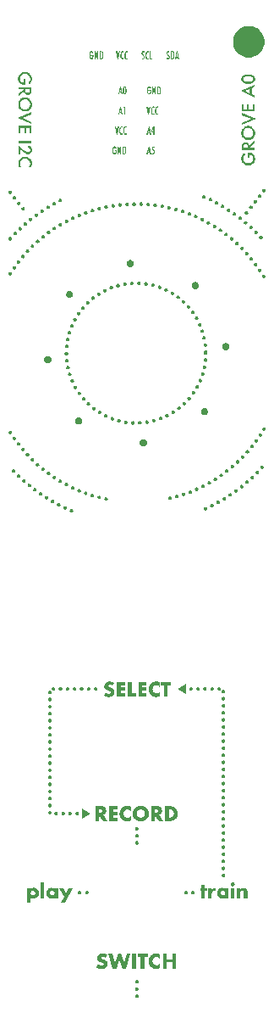
<source format=gbr>
G04 This is an RS-274x file exported by *
G04 gerbv version 2.6.0 *
G04 More information is available about gerbv at *
G04 http://gerbv.gpleda.org/ *
G04 --End of header info--*
%MOIN*%
%FSLAX34Y34*%
%IPPOS*%
G04 --Define apertures--*
%ADD10C,0.0139*%
G04 --Start main section--*
G54D10*
G36*
G01X0055891Y-036321D02*
G01X0055873Y-036312D01*
G01X0055854Y-036312D01*
G01X0055838Y-036317D01*
G01X0055821Y-036323D01*
G01X0055806Y-036335D01*
G01X0055798Y-036352D01*
G01X0055789Y-036370D01*
G01X0055789Y-036389D01*
G01X0055794Y-036406D01*
G01X0055800Y-036423D01*
G01X0055812Y-036437D01*
G01X0055830Y-036445D01*
G01X0055835Y-036448D01*
G01X0055840Y-036449D01*
G01X0055845Y-036451D01*
G01X0055850Y-036452D01*
G01X0055855Y-036452D01*
G01X0055860Y-036452D01*
G01X0055873Y-036452D01*
G01X0055885Y-036449D01*
G01X0055896Y-036442D01*
G01X0055907Y-036435D01*
G01X0055917Y-036426D01*
G01X0055923Y-036414D01*
G01X0055931Y-036396D01*
G01X0055932Y-036377D01*
G01X0055926Y-036360D01*
G01X0055920Y-036344D01*
G01X0055908Y-036329D01*
G01X0055891Y-036321D01*
G37*
G36*
G01X0059669Y-033122D02*
G01X0059672Y-033122D01*
G01X0059676Y-033122D01*
G01X0059679Y-033122D01*
G01X0059683Y-033121D01*
G01X0059686Y-033120D01*
G01X0059689Y-033119D01*
G01X0059707Y-033113D01*
G01X0059721Y-033100D01*
G01X0059729Y-033084D01*
G01X0059737Y-033069D01*
G01X0059739Y-033050D01*
G01X0059734Y-033032D01*
G01X0059728Y-033014D01*
G01X0059715Y-033000D01*
G01X0059699Y-032991D01*
G01X0059683Y-032983D01*
G01X0059664Y-032981D01*
G01X0059646Y-032987D01*
G01X0059628Y-032994D01*
G01X0059613Y-033006D01*
G01X0059605Y-033022D01*
G01X0059598Y-033038D01*
G01X0059596Y-033057D01*
G01X0059602Y-033075D01*
G01X0059607Y-033089D01*
G01X0059616Y-033101D01*
G01X0059627Y-033109D01*
G01X0059639Y-033117D01*
G01X0059653Y-033122D01*
G01X0059669Y-033122D01*
G37*
G36*
G01X0056051Y-036468D02*
G01X0056044Y-036486D01*
G01X0056045Y-036505D01*
G01X0056053Y-036521D01*
G01X0056060Y-036537D01*
G01X0056074Y-036550D01*
G01X0056092Y-036557D01*
G01X0056096Y-036558D01*
G01X0056100Y-036559D01*
G01X0056104Y-036560D01*
G01X0056108Y-036561D01*
G01X0056112Y-036561D01*
G01X0056116Y-036561D01*
G01X0056130Y-036561D01*
G01X0056144Y-036556D01*
G01X0056155Y-036548D01*
G01X0056167Y-036540D01*
G01X0056176Y-036529D01*
G01X0056181Y-036515D01*
G01X0056187Y-036497D01*
G01X0056186Y-036478D01*
G01X0056179Y-036462D01*
G01X0056171Y-036446D01*
G01X0056158Y-036432D01*
G01X0056139Y-036426D01*
G01X0056121Y-036419D01*
G01X0056102Y-036421D01*
G01X0056086Y-036428D01*
G01X0056070Y-036436D01*
G01X0056057Y-036450D01*
G01X0056051Y-036468D01*
G37*
G36*
G01X0056078Y-031414D02*
G01X0056082Y-031414D01*
G01X0056087Y-031413D01*
G01X0056091Y-031413D01*
G01X0056095Y-031412D01*
G01X0056099Y-031411D01*
G01X0056103Y-031409D01*
G01X0056121Y-031402D01*
G01X0056135Y-031389D01*
G01X0056142Y-031373D01*
G01X0056150Y-031357D01*
G01X0056151Y-031339D01*
G01X0056144Y-031321D01*
G01X0056137Y-031303D01*
G01X0056123Y-031289D01*
G01X0056107Y-031282D01*
G01X0056091Y-031274D01*
G01X0056071Y-031273D01*
G01X0056053Y-031280D01*
G01X0056036Y-031287D01*
G01X0056023Y-031301D01*
G01X0056016Y-031317D01*
G01X0056008Y-031333D01*
G01X0056007Y-031352D01*
G01X0056015Y-031369D01*
G01X0056019Y-031383D01*
G01X0056028Y-031394D01*
G01X0056040Y-031402D01*
G01X0056051Y-031410D01*
G01X0056064Y-031414D01*
G01X0056078Y-031414D01*
G37*
G36*
G01X0055334Y-036048D02*
G01X0055322Y-036064D01*
G01X0055318Y-036082D01*
G01X0055320Y-036100D01*
G01X0055322Y-036118D01*
G01X0055331Y-036135D01*
G01X0055346Y-036147D01*
G01X0055353Y-036152D01*
G01X0055360Y-036155D01*
G01X0055367Y-036158D01*
G01X0055374Y-036160D01*
G01X0055381Y-036161D01*
G01X0055388Y-036161D01*
G01X0055399Y-036161D01*
G01X0055409Y-036158D01*
G01X0055418Y-036154D01*
G01X0055428Y-036149D01*
G01X0055437Y-036142D01*
G01X0055444Y-036133D01*
G01X0055455Y-036118D01*
G01X0055460Y-036099D01*
G01X0055457Y-036082D01*
G01X0055455Y-036064D01*
G01X0055446Y-036048D01*
G01X0055431Y-036036D01*
G01X0055416Y-036024D01*
G01X0055397Y-036020D01*
G01X0055379Y-036022D01*
G01X0055362Y-036025D01*
G01X0055345Y-036034D01*
G01X0055334Y-036048D01*
G37*
G36*
G01X0059659Y-034798D02*
G01X0059662Y-034799D01*
G01X0059666Y-034800D01*
G01X0059669Y-034800D01*
G01X0059673Y-034801D01*
G01X0059676Y-034801D01*
G01X0059680Y-034801D01*
G01X0059694Y-034801D01*
G01X0059709Y-034796D01*
G01X0059720Y-034788D01*
G01X0059732Y-034779D01*
G01X0059742Y-034767D01*
G01X0059746Y-034752D01*
G01X0059752Y-034734D01*
G01X0059750Y-034715D01*
G01X0059741Y-034699D01*
G01X0059733Y-034683D01*
G01X0059719Y-034671D01*
G01X0059701Y-034665D01*
G01X0059682Y-034660D01*
G01X0059663Y-034662D01*
G01X0059647Y-034670D01*
G01X0059631Y-034679D01*
G01X0059619Y-034693D01*
G01X0059613Y-034711D01*
G01X0059608Y-034729D01*
G01X0059610Y-034748D01*
G01X0059618Y-034763D01*
G01X0059627Y-034779D01*
G01X0059641Y-034792D01*
G01X0059659Y-034798D01*
G37*
G36*
G01X0055763Y-031489D02*
G01X0055769Y-031500D01*
G01X0055778Y-031510D01*
G01X0055789Y-031516D01*
G01X0055800Y-031523D01*
G01X0055812Y-031526D01*
G01X0055825Y-031526D01*
G01X0055830Y-031526D01*
G01X0055836Y-031526D01*
G01X0055841Y-031524D01*
G01X0055846Y-031523D01*
G01X0055851Y-031521D01*
G01X0055856Y-031519D01*
G01X0055873Y-031510D01*
G01X0055886Y-031495D01*
G01X0055891Y-031478D01*
G01X0055897Y-031462D01*
G01X0055896Y-031443D01*
G01X0055887Y-031426D01*
G01X0055878Y-031409D01*
G01X0055864Y-031397D01*
G01X0055847Y-031391D01*
G01X0055830Y-031386D01*
G01X0055811Y-031387D01*
G01X0055794Y-031396D01*
G01X0055776Y-031404D01*
G01X0055764Y-031419D01*
G01X0055759Y-031435D01*
G01X0055753Y-031452D01*
G01X0055754Y-031471D01*
G01X0055763Y-031489D01*
G37*
G36*
G01X0055653Y-036190D02*
G01X0055637Y-036180D01*
G01X0055619Y-036177D01*
G01X0055601Y-036181D01*
G01X0055584Y-036186D01*
G01X0055568Y-036196D01*
G01X0055557Y-036212D01*
G01X0055548Y-036229D01*
G01X0055545Y-036248D01*
G01X0055549Y-036265D01*
G01X0055554Y-036282D01*
G01X0055564Y-036298D01*
G01X0055581Y-036308D01*
G01X0055587Y-036312D01*
G01X0055593Y-036314D01*
G01X0055599Y-036316D01*
G01X0055605Y-036317D01*
G01X0055611Y-036318D01*
G01X0055617Y-036318D01*
G01X0055628Y-036318D01*
G01X0055640Y-036315D01*
G01X0055650Y-036310D01*
G01X0055660Y-036304D01*
G01X0055669Y-036296D01*
G01X0055675Y-036286D01*
G01X0055686Y-036269D01*
G01X0055689Y-036250D01*
G01X0055685Y-036233D01*
G01X0055681Y-036216D01*
G01X0055670Y-036200D01*
G01X0055653Y-036190D01*
G37*
G36*
G01X0055621Y-031652D02*
G01X0055637Y-031642D01*
G01X0055648Y-031626D01*
G01X0055652Y-031609D01*
G01X0055655Y-031592D01*
G01X0055653Y-031573D01*
G01X0055642Y-031557D01*
G01X0055632Y-031541D01*
G01X0055616Y-031530D01*
G01X0055598Y-031527D01*
G01X0055581Y-031523D01*
G01X0055562Y-031525D01*
G01X0055546Y-031536D01*
G01X0055530Y-031546D01*
G01X0055520Y-031561D01*
G01X0055516Y-031579D01*
G01X0055512Y-031596D01*
G01X0055515Y-031615D01*
G01X0055525Y-031632D01*
G01X0055532Y-031642D01*
G01X0055540Y-031650D01*
G01X0055550Y-031655D01*
G01X0055560Y-031661D01*
G01X0055572Y-031664D01*
G01X0055584Y-031664D01*
G01X0055590Y-031664D01*
G01X0055596Y-031663D01*
G01X0055603Y-031661D01*
G01X0055609Y-031659D01*
G01X0055615Y-031656D01*
G01X0055621Y-031652D01*
G37*
G36*
G01X0056275Y-031278D02*
G01X0056280Y-031293D01*
G01X0056289Y-031306D01*
G01X0056301Y-031315D01*
G01X0056313Y-031324D01*
G01X0056328Y-031329D01*
G01X0056344Y-031329D01*
G01X0056346Y-031329D01*
G01X0056349Y-031329D01*
G01X0056352Y-031328D01*
G01X0056355Y-031328D01*
G01X0056358Y-031327D01*
G01X0056360Y-031326D01*
G01X0056379Y-031321D01*
G01X0056394Y-031309D01*
G01X0056403Y-031294D01*
G01X0056412Y-031278D01*
G01X0056415Y-031259D01*
G01X0056410Y-031241D01*
G01X0056405Y-031223D01*
G01X0056393Y-031208D01*
G01X0056377Y-031199D01*
G01X0056362Y-031190D01*
G01X0056343Y-031187D01*
G01X0056324Y-031192D01*
G01X0056306Y-031196D01*
G01X0056291Y-031208D01*
G01X0056283Y-031224D01*
G01X0056274Y-031240D01*
G01X0056271Y-031259D01*
G01X0056275Y-031278D01*
G37*
G36*
G01X0059717Y-033603D02*
G01X0059719Y-033621D01*
G01X0059728Y-033636D01*
G01X0059741Y-033647D01*
G01X0059753Y-033657D01*
G01X0059769Y-033664D01*
G01X0059787Y-033664D01*
G01X0059795Y-033664D01*
G01X0059814Y-033662D01*
G01X0059830Y-033652D01*
G01X0059841Y-033638D01*
G01X0059852Y-033624D01*
G01X0059858Y-033606D01*
G01X0059856Y-033587D01*
G01X0059853Y-033568D01*
G01X0059843Y-033551D01*
G01X0059829Y-033541D01*
G01X0059815Y-033530D01*
G01X0059797Y-033524D01*
G01X0059778Y-033526D01*
G01X0059760Y-033528D01*
G01X0059743Y-033538D01*
G01X0059732Y-033552D01*
G01X0059721Y-033566D01*
G01X0059715Y-033584D01*
G01X0059717Y-033603D01*
G37*
G36*
G01X0059726Y-033254D02*
G01X0059707Y-033257D01*
G01X0059692Y-033268D01*
G01X0059682Y-033283D01*
G01X0059673Y-033298D01*
G01X0059669Y-033317D01*
G01X0059673Y-033336D01*
G01X0059676Y-033352D01*
G01X0059685Y-033365D01*
G01X0059698Y-033375D01*
G01X0059710Y-033384D01*
G01X0059725Y-033390D01*
G01X0059741Y-033390D01*
G01X0059744Y-033390D01*
G01X0059746Y-033390D01*
G01X0059749Y-033390D01*
G01X0059751Y-033390D01*
G01X0059753Y-033389D01*
G01X0059756Y-033389D01*
G01X0059775Y-033384D01*
G01X0059790Y-033373D01*
G01X0059800Y-033359D01*
G01X0059809Y-033344D01*
G01X0059813Y-033325D01*
G01X0059809Y-033307D01*
G01X0059805Y-033288D01*
G01X0059793Y-033273D01*
G01X0059778Y-033263D01*
G01X0059763Y-033254D01*
G01X0059744Y-033250D01*
G01X0059726Y-033254D01*
G37*
G36*
G01X0056398Y-036505D02*
G01X0056379Y-036501D01*
G01X0056360Y-036505D01*
G01X0056345Y-036514D01*
G01X0056330Y-036523D01*
G01X0056319Y-036538D01*
G01X0056315Y-036557D01*
G01X0056309Y-036575D01*
G01X0056312Y-036593D01*
G01X0056321Y-036608D01*
G01X0056330Y-036623D01*
G01X0056346Y-036635D01*
G01X0056364Y-036640D01*
G01X0056367Y-036641D01*
G01X0056370Y-036641D01*
G01X0056373Y-036642D01*
G01X0056376Y-036642D01*
G01X0056378Y-036643D01*
G01X0056381Y-036643D01*
G01X0056396Y-036643D01*
G01X0056411Y-036637D01*
G01X0056423Y-036628D01*
G01X0056435Y-036619D01*
G01X0056444Y-036606D01*
G01X0056448Y-036590D01*
G01X0056453Y-036571D01*
G01X0056450Y-036553D01*
G01X0056441Y-036537D01*
G01X0056431Y-036522D01*
G01X0056417Y-036510D01*
G01X0056398Y-036505D01*
G37*
G36*
G01X0059292Y-032383D02*
G01X0059299Y-032383D01*
G01X0059306Y-032382D01*
G01X0059313Y-032380D01*
G01X0059320Y-032378D01*
G01X0059326Y-032374D01*
G01X0059332Y-032369D01*
G01X0059348Y-032358D01*
G01X0059358Y-032342D01*
G01X0059361Y-032324D01*
G01X0059364Y-032307D01*
G01X0059360Y-032289D01*
G01X0059349Y-032273D01*
G01X0059348Y-032273D01*
G01X0059337Y-032257D01*
G01X0059320Y-032248D01*
G01X0059303Y-032245D01*
G01X0059286Y-032242D01*
G01X0059267Y-032246D01*
G01X0059252Y-032257D01*
G01X0059236Y-032268D01*
G01X0059226Y-032284D01*
G01X0059223Y-032302D01*
G01X0059220Y-032319D01*
G01X0059224Y-032338D01*
G01X0059235Y-032354D01*
G01X0059242Y-032363D01*
G01X0059251Y-032370D01*
G01X0059261Y-032375D01*
G01X0059270Y-032380D01*
G01X0059281Y-032383D01*
G01X0059292Y-032383D01*
G37*
G36*
G01X0059874Y-033871D02*
G01X0059873Y-033851D01*
G01X0059865Y-033834D01*
G01X0059852Y-033821D01*
G01X0059840Y-033809D01*
G01X0059822Y-033802D01*
G01X0059803Y-033803D01*
G01X0059784Y-033803D01*
G01X0059767Y-033811D01*
G01X0059754Y-033824D01*
G01X0059742Y-033836D01*
G01X0059734Y-033854D01*
G01X0059734Y-033874D01*
G01X0059735Y-033874D01*
G01X0059735Y-033877D01*
G01X0059735Y-033880D01*
G01X0059736Y-033883D01*
G01X0059736Y-033886D01*
G01X0059737Y-033889D01*
G01X0059738Y-033893D01*
G01X0059738Y-033896D01*
G01X0059737Y-033899D01*
G01X0059736Y-033902D01*
G01X0059736Y-033905D01*
G01X0059735Y-033908D01*
G01X0059735Y-033911D01*
G01X0059735Y-033930D01*
G01X0059743Y-033948D01*
G01X0059755Y-033960D01*
G01X0059768Y-033973D01*
G01X0059785Y-033980D01*
G01X0059805Y-033980D01*
G01X0059824Y-033980D01*
G01X0059841Y-033973D01*
G01X0059854Y-033960D01*
G01X0059866Y-033948D01*
G01X0059874Y-033930D01*
G01X0059874Y-033911D01*
G01X0059874Y-033907D01*
G01X0059874Y-033904D01*
G01X0059873Y-033901D01*
G01X0059872Y-033897D01*
G01X0059871Y-033894D01*
G01X0059870Y-033891D01*
G01X0059871Y-033888D01*
G01X0059872Y-033885D01*
G01X0059872Y-033881D01*
G01X0059873Y-033878D01*
G01X0059873Y-033874D01*
G01X0059873Y-033871D01*
G01X0059874Y-033871D01*
G37*
G36*
G01X0056545Y-031212D02*
G01X0056548Y-031229D01*
G01X0056558Y-031243D01*
G01X0056570Y-031254D01*
G01X0056582Y-031264D01*
G01X0056598Y-031270D01*
G01X0056614Y-031270D01*
G01X0056617Y-031270D01*
G01X0056618Y-031270D01*
G01X0056620Y-031270D01*
G01X0056622Y-031270D01*
G01X0056623Y-031270D01*
G01X0056625Y-031269D01*
G01X0056644Y-031266D01*
G01X0056660Y-031255D01*
G01X0056671Y-031241D01*
G01X0056681Y-031227D01*
G01X0056686Y-031209D01*
G01X0056682Y-031190D01*
G01X0056680Y-031171D01*
G01X0056669Y-031155D01*
G01X0056655Y-031144D01*
G01X0056641Y-031134D01*
G01X0056622Y-031129D01*
G01X0056603Y-031132D01*
G01X0056584Y-031135D01*
G01X0056568Y-031146D01*
G01X0056557Y-031160D01*
G01X0056547Y-031174D01*
G01X0056542Y-031193D01*
G01X0056545Y-031212D01*
G37*
G36*
G01X0056860Y-036651D02*
G01X0056859Y-036671D01*
G01X0056866Y-036688D01*
G01X0056878Y-036701D01*
G01X0056890Y-036714D01*
G01X0056907Y-036723D01*
G01X0056925Y-036724D01*
G01X0056930Y-036724D01*
G01X0056948Y-036724D01*
G01X0056964Y-036716D01*
G01X0056977Y-036704D01*
G01X0056989Y-036693D01*
G01X0056998Y-036676D01*
G01X0056999Y-036658D01*
G01X0057000Y-036639D01*
G01X0056993Y-036621D01*
G01X0056981Y-036608D01*
G01X0056969Y-036595D01*
G01X0056952Y-036586D01*
G01X0056933Y-036585D01*
G01X0056913Y-036584D01*
G01X0056895Y-036591D01*
G01X0056882Y-036603D01*
G01X0056869Y-036615D01*
G01X0056861Y-036632D01*
G01X0056860Y-036651D01*
G37*
G36*
G01X0059784Y-034257D02*
G01X0059785Y-034257D01*
G01X0059786Y-034258D01*
G01X0059787Y-034258D01*
G01X0059788Y-034258D01*
G01X0059789Y-034258D01*
G01X0059791Y-034258D01*
G01X0059808Y-034258D01*
G01X0059825Y-034251D01*
G01X0059837Y-034240D01*
G01X0059850Y-034229D01*
G01X0059858Y-034213D01*
G01X0059860Y-034196D01*
G01X0059862Y-034176D01*
G01X0059855Y-034158D01*
G01X0059844Y-034144D01*
G01X0059833Y-034131D01*
G01X0059817Y-034121D01*
G01X0059798Y-034119D01*
G01X0059778Y-034117D01*
G01X0059760Y-034123D01*
G01X0059747Y-034134D01*
G01X0059733Y-034146D01*
G01X0059723Y-034162D01*
G01X0059721Y-034182D01*
G01X0059719Y-034200D01*
G01X0059725Y-034218D01*
G01X0059737Y-034232D01*
G01X0059748Y-034246D01*
G01X0059764Y-034255D01*
G01X0059784Y-034257D01*
G37*
G36*
G01X0056644Y-036696D02*
G01X0056645Y-036697D01*
G01X0056647Y-036697D01*
G01X0056649Y-036697D01*
G01X0056650Y-036697D01*
G01X0056652Y-036697D01*
G01X0056653Y-036697D01*
G01X0056670Y-036697D01*
G01X0056686Y-036691D01*
G01X0056698Y-036680D01*
G01X0056711Y-036670D01*
G01X0056719Y-036655D01*
G01X0056721Y-036637D01*
G01X0056724Y-036618D01*
G01X0056719Y-036600D01*
G01X0056708Y-036586D01*
G01X0056698Y-036572D01*
G01X0056682Y-036562D01*
G01X0056663Y-036560D01*
G01X0056644Y-036556D01*
G01X0056626Y-036561D01*
G01X0056611Y-036571D01*
G01X0056597Y-036582D01*
G01X0056587Y-036598D01*
G01X0056584Y-036618D01*
G01X0056581Y-036637D01*
G01X0056586Y-036655D01*
G01X0056597Y-036669D01*
G01X0056608Y-036684D01*
G01X0056624Y-036694D01*
G01X0056644Y-036697D01*
G01X0056644Y-036696D01*
G37*
G36*
G01X0054320Y-034139D02*
G01X0054301Y-034141D01*
G01X0054285Y-034150D01*
G01X0054274Y-034164D01*
G01X0054263Y-034178D01*
G01X0054257Y-034196D01*
G01X0054259Y-034215D01*
G01X0054261Y-034233D01*
G01X0054269Y-034249D01*
G01X0054282Y-034260D01*
G01X0054294Y-034271D01*
G01X0054310Y-034277D01*
G01X0054328Y-034277D01*
G01X0054335Y-034277D01*
G01X0054355Y-034275D01*
G01X0054371Y-034266D01*
G01X0054382Y-034252D01*
G01X0054393Y-034238D01*
G01X0054398Y-034220D01*
G01X0054396Y-034201D01*
G01X0054395Y-034182D01*
G01X0054386Y-034165D01*
G01X0054372Y-034154D01*
G01X0054358Y-034142D01*
G01X0054339Y-034137D01*
G01X0054320Y-034139D01*
G37*
G36*
G01X0054255Y-033647D02*
G01X0054253Y-033666D01*
G01X0054260Y-033684D01*
G01X0054271Y-033698D01*
G01X0054282Y-033712D01*
G01X0054299Y-033721D01*
G01X0054317Y-033723D01*
G01X0054324Y-033723D01*
G01X0054342Y-033723D01*
G01X0054358Y-033716D01*
G01X0054370Y-033705D01*
G01X0054383Y-033693D01*
G01X0054392Y-033678D01*
G01X0054394Y-033659D01*
G01X0054395Y-033641D01*
G01X0054389Y-033623D01*
G01X0054377Y-033609D01*
G01X0054366Y-033595D01*
G01X0054350Y-033586D01*
G01X0054331Y-033584D01*
G01X0054312Y-033582D01*
G01X0054294Y-033589D01*
G01X0054280Y-033600D01*
G01X0054266Y-033612D01*
G01X0054257Y-033628D01*
G01X0054255Y-033647D01*
G37*
G36*
G01X0054295Y-033365D02*
G01X0054291Y-033384D01*
G01X0054296Y-033403D01*
G01X0054306Y-033418D01*
G01X0054316Y-033432D01*
G01X0054332Y-033444D01*
G01X0054351Y-033447D01*
G01X0054353Y-033448D01*
G01X0054355Y-033448D01*
G01X0054358Y-033448D01*
G01X0054360Y-033448D01*
G01X0054362Y-033448D01*
G01X0054364Y-033448D01*
G01X0054380Y-033448D01*
G01X0054396Y-033443D01*
G01X0054408Y-033433D01*
G01X0054420Y-033423D01*
G01X0054429Y-033409D01*
G01X0054433Y-033393D01*
G01X0054436Y-033373D01*
G01X0054432Y-033355D01*
G01X0054421Y-033340D01*
G01X0054411Y-033325D01*
G01X0054396Y-033314D01*
G01X0054377Y-033311D01*
G01X0054358Y-033307D01*
G01X0054340Y-033312D01*
G01X0054325Y-033321D01*
G01X0054310Y-033331D01*
G01X0054299Y-033346D01*
G01X0054295Y-033365D01*
G37*
G36*
G01X0054364Y-033089D02*
G01X0054359Y-033108D01*
G01X0054361Y-033127D01*
G01X0054370Y-033142D01*
G01X0054378Y-033158D01*
G01X0054392Y-033171D01*
G01X0054410Y-033176D01*
G01X0054414Y-033177D01*
G01X0054417Y-033178D01*
G01X0054421Y-033178D01*
G01X0054424Y-033179D01*
G01X0054428Y-033179D01*
G01X0054431Y-033179D01*
G01X0054446Y-033179D01*
G01X0054460Y-033174D01*
G01X0054472Y-033165D01*
G01X0054484Y-033157D01*
G01X0054493Y-033144D01*
G01X0054498Y-033129D01*
G01X0054498Y-033130D01*
G01X0054503Y-033112D01*
G01X0054501Y-033092D01*
G01X0054493Y-033077D01*
G01X0054484Y-033061D01*
G01X0054470Y-033049D01*
G01X0054452Y-033043D01*
G01X0054433Y-033037D01*
G01X0054414Y-033040D01*
G01X0054398Y-033048D01*
G01X0054382Y-033056D01*
G01X0054370Y-033071D01*
G01X0054364Y-033089D01*
G37*
G36*
G01X0054664Y-035328D02*
G01X0054671Y-035328D01*
G01X0054677Y-035327D01*
G01X0054682Y-035325D01*
G01X0054688Y-035324D01*
G01X0054694Y-035321D01*
G01X0054699Y-035318D01*
G01X0054716Y-035309D01*
G01X0054727Y-035294D01*
G01X0054732Y-035277D01*
G01X0054736Y-035260D01*
G01X0054735Y-035241D01*
G01X0054725Y-035225D01*
G01X0054716Y-035208D01*
G01X0054701Y-035197D01*
G01X0054684Y-035192D01*
G01X0054667Y-035187D01*
G01X0054648Y-035189D01*
G01X0054631Y-035198D01*
G01X0054614Y-035207D01*
G01X0054603Y-035222D01*
G01X0054598Y-035239D01*
G01X0054593Y-035256D01*
G01X0054595Y-035275D01*
G01X0054605Y-035293D01*
G01X0054611Y-035304D01*
G01X0054620Y-035313D01*
G01X0054630Y-035319D01*
G01X0054641Y-035324D01*
G01X0054653Y-035328D01*
G01X0054664Y-035328D01*
G37*
G36*
G01X0054312Y-034000D02*
G01X0054313Y-034000D01*
G01X0054332Y-034000D01*
G01X0054349Y-033992D01*
G01X0054362Y-033980D01*
G01X0054374Y-033967D01*
G01X0054382Y-033950D01*
G01X0054381Y-033930D01*
G01X0054381Y-033911D01*
G01X0054374Y-033893D01*
G01X0054361Y-033881D01*
G01X0054349Y-033868D01*
G01X0054331Y-033861D01*
G01X0054312Y-033861D01*
G01X0054292Y-033861D01*
G01X0054275Y-033869D01*
G01X0054263Y-033882D01*
G01X0054250Y-033895D01*
G01X0054242Y-033912D01*
G01X0054242Y-033932D01*
G01X0054243Y-033950D01*
G01X0054251Y-033967D01*
G01X0054264Y-033980D01*
G01X0054276Y-033992D01*
G01X0054293Y-034000D01*
G01X0054312Y-034000D01*
G37*
G36*
G01X0054585Y-032565D02*
G01X0054575Y-032582D01*
G01X0054574Y-032601D01*
G01X0054579Y-032618D01*
G01X0054584Y-032635D01*
G01X0054596Y-032650D01*
G01X0054613Y-032659D01*
G01X0054618Y-032662D01*
G01X0054623Y-032664D01*
G01X0054628Y-032666D01*
G01X0054634Y-032667D01*
G01X0054639Y-032668D01*
G01X0054645Y-032668D01*
G01X0054657Y-032668D01*
G01X0054670Y-032665D01*
G01X0054680Y-032659D01*
G01X0054691Y-032652D01*
G01X0054701Y-032643D01*
G01X0054708Y-032632D01*
G01X0054717Y-032614D01*
G01X0054718Y-032595D01*
G01X0054713Y-032578D01*
G01X0054707Y-032561D01*
G01X0054696Y-032546D01*
G01X0054678Y-032537D01*
G01X0054662Y-032528D01*
G01X0054643Y-032527D01*
G01X0054626Y-032532D01*
G01X0054609Y-032537D01*
G01X0054594Y-032548D01*
G01X0054585Y-032565D01*
G37*
G36*
G01X0054791Y-032430D02*
G01X0054802Y-032430D01*
G01X0054813Y-032428D01*
G01X0054823Y-032423D01*
G01X0054833Y-032418D01*
G01X0054842Y-032411D01*
G01X0054848Y-032401D01*
G01X0054859Y-032385D01*
G01X0054862Y-032367D01*
G01X0054859Y-032349D01*
G01X0054856Y-032331D01*
G01X0054846Y-032315D01*
G01X0054830Y-032304D01*
G01X0054814Y-032294D01*
G01X0054795Y-032290D01*
G01X0054778Y-032293D01*
G01X0054760Y-032296D01*
G01X0054744Y-032306D01*
G01X0054734Y-032322D01*
G01X0054723Y-032338D01*
G01X0054719Y-032357D01*
G01X0054723Y-032374D01*
G01X0054726Y-032392D01*
G01X0054736Y-032408D01*
G01X0054752Y-032419D01*
G01X0054758Y-032423D01*
G01X0054764Y-032426D01*
G01X0054770Y-032428D01*
G01X0054777Y-032430D01*
G01X0054784Y-032430D01*
G01X0054791Y-032430D01*
G37*
G36*
G01X0054853Y-035550D02*
G01X0054869Y-035539D01*
G01X0054879Y-035523D01*
G01X0054882Y-035505D01*
G01X0054885Y-035487D01*
G01X0054881Y-035469D01*
G01X0054870Y-035453D01*
G01X0054859Y-035437D01*
G01X0054843Y-035427D01*
G01X0054825Y-035424D01*
G01X0054808Y-035421D01*
G01X0054789Y-035425D01*
G01X0054773Y-035436D01*
G01X0054758Y-035447D01*
G01X0054748Y-035463D01*
G01X0054745Y-035481D01*
G01X0054742Y-035498D01*
G01X0054745Y-035517D01*
G01X0054756Y-035533D01*
G01X0054763Y-035543D01*
G01X0054772Y-035550D01*
G01X0054781Y-035555D01*
G01X0054791Y-035560D01*
G01X0054802Y-035562D01*
G01X0054813Y-035562D01*
G01X0054820Y-035562D01*
G01X0054827Y-035561D01*
G01X0054834Y-035559D01*
G01X0054840Y-035557D01*
G01X0054847Y-035554D01*
G01X0054853Y-035550D01*
G37*
G36*
G01X0054541Y-035079D02*
G01X0054546Y-035079D01*
G01X0054551Y-035079D01*
G01X0054555Y-035078D01*
G01X0054560Y-035077D01*
G01X0054564Y-035075D01*
G01X0054569Y-035073D01*
G01X0054586Y-035066D01*
G01X0054599Y-035052D01*
G01X0054605Y-035035D01*
G01X0054612Y-035019D01*
G01X0054612Y-035000D01*
G01X0054605Y-034982D01*
G01X0054597Y-034964D01*
G01X0054583Y-034952D01*
G01X0054566Y-034946D01*
G01X0054550Y-034939D01*
G01X0054530Y-034939D01*
G01X0054513Y-034947D01*
G01X0054496Y-034955D01*
G01X0054483Y-034968D01*
G01X0054476Y-034985D01*
G01X0054470Y-035001D01*
G01X0054469Y-035021D01*
G01X0054477Y-035039D01*
G01X0054483Y-035051D01*
G01X0054492Y-035061D01*
G01X0054503Y-035068D01*
G01X0054514Y-035075D01*
G01X0054528Y-035079D01*
G01X0054541Y-035079D01*
G37*
G36*
G01X0054552Y-032784D02*
G01X0054535Y-032777D01*
G01X0054516Y-032777D01*
G01X0054500Y-032784D01*
G01X0054483Y-032791D01*
G01X0054469Y-032804D01*
G01X0054462Y-032822D01*
G01X0054454Y-032839D01*
G01X0054455Y-032858D01*
G01X0054461Y-032874D01*
G01X0054468Y-032891D01*
G01X0054481Y-032905D01*
G01X0054499Y-032912D01*
G01X0054503Y-032914D01*
G01X0054508Y-032916D01*
G01X0054512Y-032917D01*
G01X0054516Y-032917D01*
G01X0054521Y-032918D01*
G01X0054526Y-032918D01*
G01X0054539Y-032918D01*
G01X0054552Y-032914D01*
G01X0054563Y-032906D01*
G01X0054575Y-032899D01*
G01X0054584Y-032888D01*
G01X0054590Y-032875D01*
G01X0054597Y-032857D01*
G01X0054597Y-032839D01*
G01X0054590Y-032822D01*
G01X0054583Y-032806D01*
G01X0054570Y-032792D01*
G01X0054552Y-032784D01*
G37*
G36*
G01X0055177Y-035980D02*
G01X0055186Y-035980D01*
G01X0055195Y-035979D01*
G01X0055204Y-035975D01*
G01X0055212Y-035972D01*
G01X0055220Y-035967D01*
G01X0055227Y-035960D01*
G01X0055240Y-035946D01*
G01X0055246Y-035928D01*
G01X0055246Y-035910D01*
G01X0055245Y-035892D01*
G01X0055238Y-035874D01*
G01X0055224Y-035861D01*
G01X0055210Y-035848D01*
G01X0055192Y-035841D01*
G01X0055174Y-035842D01*
G01X0055157Y-035842D01*
G01X0055139Y-035850D01*
G01X0055126Y-035864D01*
G01X0055113Y-035878D01*
G01X0055107Y-035896D01*
G01X0055108Y-035914D01*
G01X0055109Y-035931D01*
G01X0055116Y-035949D01*
G01X0055130Y-035962D01*
G01X0055136Y-035969D01*
G01X0055144Y-035973D01*
G01X0055152Y-035976D01*
G01X0055160Y-035979D01*
G01X0055169Y-035980D01*
G01X0055177Y-035980D01*
G37*
G36*
G01X0055099Y-031986D02*
G01X0055106Y-031993D01*
G01X0055113Y-031998D01*
G01X0055121Y-032001D01*
G01X0055130Y-032005D01*
G01X0055139Y-032007D01*
G01X0055148Y-032007D01*
G01X0055157Y-032007D01*
G01X0055166Y-032005D01*
G01X0055174Y-032002D01*
G01X0055182Y-031999D01*
G01X0055190Y-031994D01*
G01X0055196Y-031987D01*
G01X0055210Y-031974D01*
G01X0055218Y-031957D01*
G01X0055218Y-031939D01*
G01X0055218Y-031922D01*
G01X0055212Y-031904D01*
G01X0055198Y-031890D01*
G01X0055185Y-031876D01*
G01X0055167Y-031869D01*
G01X0055150Y-031868D01*
G01X0055132Y-031868D01*
G01X0055114Y-031874D01*
G01X0055101Y-031887D01*
G01X0055087Y-031901D01*
G01X0055079Y-031919D01*
G01X0055079Y-031937D01*
G01X0055079Y-031954D01*
G01X0055085Y-031972D01*
G01X0055099Y-031986D01*
G37*
G36*
G01X0055037Y-035665D02*
G01X0055024Y-035651D01*
G01X0055007Y-035643D01*
G01X0054990Y-035642D01*
G01X0054972Y-035641D01*
G01X0054954Y-035646D01*
G01X0054940Y-035660D01*
G01X0054925Y-035672D01*
G01X0054917Y-035689D01*
G01X0054915Y-035707D01*
G01X0054914Y-035724D01*
G01X0054919Y-035742D01*
G01X0054932Y-035757D01*
G01X0054939Y-035765D01*
G01X0054947Y-035771D01*
G01X0054956Y-035775D01*
G01X0054964Y-035779D01*
G01X0054974Y-035780D01*
G01X0054984Y-035780D01*
G01X0054992Y-035780D01*
G01X0055001Y-035779D01*
G01X0055008Y-035776D01*
G01X0055016Y-035773D01*
G01X0055023Y-035769D01*
G01X0055030Y-035764D01*
G01X0055044Y-035751D01*
G01X0055052Y-035734D01*
G01X0055053Y-035716D01*
G01X0055055Y-035698D01*
G01X0055049Y-035680D01*
G01X0055037Y-035665D01*
G37*
G36*
G01X0054959Y-032210D02*
G01X0054969Y-032210D01*
G01X0054978Y-032208D01*
G01X0054987Y-032204D01*
G01X0054996Y-032199D01*
G01X0055005Y-032194D01*
G01X0055012Y-032186D01*
G01X0055024Y-032171D01*
G01X0055029Y-032153D01*
G01X0055028Y-032135D01*
G01X0055026Y-032117D01*
G01X0055018Y-032100D01*
G01X0055003Y-032087D01*
G01X0054989Y-032075D01*
G01X0054971Y-032070D01*
G01X0054953Y-032071D01*
G01X0054936Y-032073D01*
G01X0054919Y-032081D01*
G01X0054906Y-032096D01*
G01X0054894Y-032110D01*
G01X0054888Y-032129D01*
G01X0054890Y-032147D01*
G01X0054892Y-032164D01*
G01X0054900Y-032182D01*
G01X0054915Y-032194D01*
G01X0054921Y-032199D01*
G01X0054928Y-032203D01*
G01X0054936Y-032206D01*
G01X0054943Y-032208D01*
G01X0054951Y-032210D01*
G01X0054959Y-032210D01*
G37*
G36*
G01X0054442Y-034819D02*
G01X0054446Y-034819D01*
G01X0054449Y-034819D01*
G01X0054453Y-034819D01*
G01X0054456Y-034819D01*
G01X0054460Y-034818D01*
G01X0054465Y-034817D01*
G01X0054483Y-034811D01*
G01X0054496Y-034798D01*
G01X0054504Y-034783D01*
G01X0054512Y-034767D01*
G01X0054515Y-034748D01*
G01X0054509Y-034729D01*
G01X0054503Y-034711D01*
G01X0054491Y-034697D01*
G01X0054475Y-034689D01*
G01X0054459Y-034681D01*
G01X0054439Y-034679D01*
G01X0054421Y-034684D01*
G01X0054403Y-034690D01*
G01X0054389Y-034702D01*
G01X0054381Y-034718D01*
G01X0054373Y-034734D01*
G01X0054371Y-034753D01*
G01X0054377Y-034772D01*
G01X0054382Y-034787D01*
G01X0054391Y-034798D01*
G01X0054402Y-034807D01*
G01X0054414Y-034815D01*
G01X0054428Y-034819D01*
G01X0054442Y-034819D01*
G37*
G36*
G01X0055314Y-031700D02*
G01X0055299Y-031712D01*
G01X0055291Y-031729D01*
G01X0055289Y-031747D01*
G01X0055287Y-031765D01*
G01X0055291Y-031783D01*
G01X0055303Y-031798D01*
G01X0055310Y-031807D01*
G01X0055319Y-031813D01*
G01X0055328Y-031818D01*
G01X0055337Y-031822D01*
G01X0055347Y-031825D01*
G01X0055358Y-031825D01*
G01X0055365Y-031825D01*
G01X0055373Y-031823D01*
G01X0055380Y-031821D01*
G01X0055387Y-031818D01*
G01X0055394Y-031814D01*
G01X0055401Y-031809D01*
G01X0055416Y-031798D01*
G01X0055425Y-031781D01*
G01X0055426Y-031763D01*
G01X0055428Y-031745D01*
G01X0055424Y-031727D01*
G01X0055412Y-031712D01*
G01X0055400Y-031697D01*
G01X0055383Y-031688D01*
G01X0055366Y-031686D01*
G01X0055348Y-031684D01*
G01X0055330Y-031688D01*
G01X0055314Y-031700D01*
G37*
G36*
G01X0054440Y-034468D02*
G01X0054435Y-034449D01*
G01X0054424Y-034434D01*
G01X0054409Y-034424D01*
G01X0054395Y-034414D01*
G01X0054376Y-034410D01*
G01X0054357Y-034414D01*
G01X0054339Y-034418D01*
G01X0054323Y-034429D01*
G01X0054313Y-034444D01*
G01X0054303Y-034460D01*
G01X0054299Y-034478D01*
G01X0054303Y-034497D01*
G01X0054307Y-034513D01*
G01X0054316Y-034527D01*
G01X0054328Y-034536D01*
G01X0054340Y-034546D01*
G01X0054355Y-034551D01*
G01X0054371Y-034551D01*
G01X0054374Y-034551D01*
G01X0054376Y-034551D01*
G01X0054378Y-034551D01*
G01X0054381Y-034551D01*
G01X0054383Y-034550D01*
G01X0054385Y-034550D01*
G01X0054405Y-034546D01*
G01X0054420Y-034535D01*
G01X0054430Y-034520D01*
G01X0054440Y-034505D01*
G01X0054444Y-034487D01*
G01X0054440Y-034468D01*
G37*
G36*
G01X0059681Y-034448D02*
G01X0059677Y-034467D01*
G01X0059681Y-034486D01*
G01X0059691Y-034501D01*
G01X0059701Y-034516D01*
G01X0059717Y-034527D01*
G01X0059735Y-034530D01*
G01X0059737Y-034531D01*
G01X0059740Y-034532D01*
G01X0059742Y-034532D01*
G01X0059745Y-034532D01*
G01X0059747Y-034532D01*
G01X0059749Y-034532D01*
G01X0059765Y-034532D01*
G01X0059780Y-034526D01*
G01X0059793Y-034516D01*
G01X0059805Y-034507D01*
G01X0059814Y-034493D01*
G01X0059817Y-034476D01*
G01X0059821Y-034457D01*
G01X0059817Y-034439D01*
G01X0059807Y-034424D01*
G01X0059797Y-034410D01*
G01X0059782Y-034398D01*
G01X0059763Y-034394D01*
G01X0059744Y-034391D01*
G01X0059726Y-034395D01*
G01X0059711Y-034405D01*
G01X0059696Y-034414D01*
G01X0059685Y-034430D01*
G01X0059681Y-034448D01*
G37*
G36*
G01X0057995Y-036419D02*
G01X0057977Y-036426D01*
G01X0057963Y-036440D01*
G01X0057956Y-036456D01*
G01X0057949Y-036472D01*
G01X0057948Y-036491D01*
G01X0057955Y-036509D01*
G01X0057960Y-036523D01*
G01X0057969Y-036535D01*
G01X0057980Y-036542D01*
G01X0057991Y-036550D01*
G01X0058005Y-036554D01*
G01X0058019Y-036554D01*
G01X0058023Y-036554D01*
G01X0058027Y-036554D01*
G01X0058031Y-036553D01*
G01X0058035Y-036552D01*
G01X0058039Y-036551D01*
G01X0058044Y-036550D01*
G01X0058062Y-036543D01*
G01X0058075Y-036529D01*
G01X0058083Y-036513D01*
G01X0058090Y-036497D01*
G01X0058091Y-036478D01*
G01X0058084Y-036460D01*
G01X0058078Y-036441D01*
G01X0058064Y-036428D01*
G01X0058048Y-036420D01*
G01X0058032Y-036413D01*
G01X0058013Y-036412D01*
G01X0057995Y-036419D01*
G37*
G36*
G01X0057755Y-036637D02*
G01X0057757Y-036637D01*
G01X0057760Y-036637D01*
G01X0057763Y-036637D01*
G01X0057766Y-036637D01*
G01X0057769Y-036637D01*
G01X0057773Y-036636D01*
G01X0057791Y-036631D01*
G01X0057806Y-036619D01*
G01X0057814Y-036604D01*
G01X0057823Y-036588D01*
G01X0057826Y-036569D01*
G01X0057821Y-036551D01*
G01X0057817Y-036532D01*
G01X0057805Y-036517D01*
G01X0057789Y-036508D01*
G01X0057774Y-036499D01*
G01X0057755Y-036496D01*
G01X0057737Y-036501D01*
G01X0057718Y-036506D01*
G01X0057703Y-036518D01*
G01X0057695Y-036533D01*
G01X0057686Y-036548D01*
G01X0057683Y-036567D01*
G01X0057688Y-036586D01*
G01X0057692Y-036601D01*
G01X0057701Y-036614D01*
G01X0057713Y-036623D01*
G01X0057725Y-036632D01*
G01X0057739Y-036637D01*
G01X0057755Y-036637D01*
G37*
G36*
G01X0058483Y-031632D02*
G01X0058494Y-031632D01*
G01X0058506Y-031629D01*
G01X0058517Y-031623D01*
G01X0058527Y-031618D01*
G01X0058536Y-031610D01*
G01X0058542Y-031598D01*
G01X0058552Y-031582D01*
G01X0058554Y-031564D01*
G01X0058550Y-031547D01*
G01X0058546Y-031529D01*
G01X0058535Y-031514D01*
G01X0058519Y-031504D01*
G01X0058503Y-031494D01*
G01X0058484Y-031491D01*
G01X0058467Y-031495D01*
G01X0058450Y-031500D01*
G01X0058434Y-031511D01*
G01X0058424Y-031528D01*
G01X0058414Y-031543D01*
G01X0058411Y-031562D01*
G01X0058416Y-031579D01*
G01X0058420Y-031597D01*
G01X0058430Y-031612D01*
G01X0058446Y-031622D01*
G01X0058453Y-031625D01*
G01X0058459Y-031628D01*
G01X0058465Y-031629D01*
G01X0058471Y-031631D01*
G01X0058477Y-031632D01*
G01X0058483Y-031632D01*
G37*
G36*
G01X0056887Y-031101D02*
G01X0056867Y-031102D01*
G01X0056850Y-031111D01*
G01X0056838Y-031124D01*
G01X0056827Y-031137D01*
G01X0056820Y-031155D01*
G01X0056821Y-031175D01*
G01X0056822Y-031193D01*
G01X0056830Y-031209D01*
G01X0056842Y-031221D01*
G01X0056855Y-031233D01*
G01X0056871Y-031240D01*
G01X0056889Y-031240D01*
G01X0056894Y-031240D01*
G01X0056913Y-031239D01*
G01X0056930Y-031230D01*
G01X0056942Y-031216D01*
G01X0056954Y-031203D01*
G01X0056960Y-031185D01*
G01X0056959Y-031166D01*
G01X0056958Y-031147D01*
G01X0056949Y-031130D01*
G01X0056936Y-031118D01*
G01X0056923Y-031106D01*
G01X0056905Y-031100D01*
G01X0056887Y-031101D01*
G37*
G36*
G01X0057649Y-031228D02*
G01X0057644Y-031246D01*
G01X0057648Y-031265D01*
G01X0057657Y-031280D01*
G01X0057666Y-031296D01*
G01X0057681Y-031307D01*
G01X0057699Y-031312D01*
G01X0057702Y-031313D01*
G01X0057705Y-031313D01*
G01X0057708Y-031313D01*
G01X0057711Y-031314D01*
G01X0057714Y-031314D01*
G01X0057716Y-031314D01*
G01X0057732Y-031314D01*
G01X0057747Y-031308D01*
G01X0057759Y-031299D01*
G01X0057771Y-031290D01*
G01X0057780Y-031277D01*
G01X0057784Y-031261D01*
G01X0057789Y-031242D01*
G01X0057785Y-031223D01*
G01X0057776Y-031208D01*
G01X0057766Y-031193D01*
G01X0057751Y-031182D01*
G01X0057733Y-031177D01*
G01X0057714Y-031173D01*
G01X0057696Y-031176D01*
G01X0057680Y-031185D01*
G01X0057665Y-031194D01*
G01X0057653Y-031209D01*
G01X0057649Y-031228D01*
G37*
G36*
G01X0058209Y-031493D02*
G01X0058209Y-031494D01*
G01X0058214Y-031496D01*
G01X0058219Y-031498D01*
G01X0058224Y-031499D01*
G01X0058228Y-031500D01*
G01X0058233Y-031500D01*
G01X0058238Y-031500D01*
G01X0058251Y-031500D01*
G01X0058264Y-031496D01*
G01X0058275Y-031490D01*
G01X0058286Y-031483D01*
G01X0058296Y-031473D01*
G01X0058302Y-031461D01*
G01X0058310Y-031444D01*
G01X0058310Y-031424D01*
G01X0058304Y-031408D01*
G01X0058298Y-031391D01*
G01X0058286Y-031376D01*
G01X0058269Y-031368D01*
G01X0058251Y-031359D01*
G01X0058232Y-031359D01*
G01X0058215Y-031365D01*
G01X0058199Y-031371D01*
G01X0058184Y-031384D01*
G01X0058176Y-031401D01*
G01X0058168Y-031419D01*
G01X0058168Y-031438D01*
G01X0058174Y-031454D01*
G01X0058180Y-031471D01*
G01X0058192Y-031485D01*
G01X0058209Y-031493D01*
G37*
G36*
G01X0058006Y-031260D02*
G01X0057987Y-031253D01*
G01X0057968Y-031254D01*
G01X0057952Y-031262D01*
G01X0057936Y-031269D01*
G01X0057923Y-031283D01*
G01X0057917Y-031301D01*
G01X0057911Y-031319D01*
G01X0057912Y-031338D01*
G01X0057920Y-031355D01*
G01X0057927Y-031371D01*
G01X0057941Y-031384D01*
G01X0057959Y-031390D01*
G01X0057963Y-031391D01*
G01X0057967Y-031392D01*
G01X0057971Y-031393D01*
G01X0057975Y-031394D01*
G01X0057978Y-031394D01*
G01X0057983Y-031394D01*
G01X0057996Y-031394D01*
G01X0058010Y-031390D01*
G01X0058022Y-031382D01*
G01X0058034Y-031373D01*
G01X0058043Y-031362D01*
G01X0058048Y-031347D01*
G01X0058054Y-031330D01*
G01X0058053Y-031311D01*
G01X0058045Y-031295D01*
G01X0058038Y-031279D01*
G01X0058024Y-031266D01*
G01X0058006Y-031260D01*
G37*
G36*
G01X0058658Y-031678D02*
G01X0058646Y-031693D01*
G01X0058641Y-031711D01*
G01X0058644Y-031729D01*
G01X0058646Y-031746D01*
G01X0058655Y-031763D01*
G01X0058672Y-031775D01*
G01X0058670Y-031775D01*
G01X0058676Y-031780D01*
G01X0058683Y-031783D01*
G01X0058691Y-031785D01*
G01X0058698Y-031788D01*
G01X0058705Y-031789D01*
G01X0058713Y-031789D01*
G01X0058724Y-031789D01*
G01X0058734Y-031786D01*
G01X0058743Y-031782D01*
G01X0058753Y-031777D01*
G01X0058762Y-031770D01*
G01X0058769Y-031761D01*
G01X0058780Y-031746D01*
G01X0058784Y-031727D01*
G01X0058782Y-031710D01*
G01X0058779Y-031692D01*
G01X0058770Y-031675D01*
G01X0058755Y-031664D01*
G01X0058739Y-031652D01*
G01X0058721Y-031648D01*
G01X0058703Y-031650D01*
G01X0058686Y-031653D01*
G01X0058669Y-031662D01*
G01X0058658Y-031678D01*
G37*
G36*
G01X0058274Y-036444D02*
G01X0058280Y-036444D01*
G01X0058285Y-036443D01*
G01X0058290Y-036442D01*
G01X0058295Y-036441D01*
G01X0058300Y-036439D01*
G01X0058305Y-036436D01*
G01X0058322Y-036428D01*
G01X0058334Y-036413D01*
G01X0058340Y-036396D01*
G01X0058346Y-036379D01*
G01X0058345Y-036360D01*
G01X0058337Y-036343D01*
G01X0058328Y-036326D01*
G01X0058313Y-036313D01*
G01X0058296Y-036308D01*
G01X0058280Y-036302D01*
G01X0058261Y-036303D01*
G01X0058244Y-036312D01*
G01X0058226Y-036321D01*
G01X0058214Y-036335D01*
G01X0058208Y-036352D01*
G01X0058203Y-036369D01*
G01X0058203Y-036388D01*
G01X0058212Y-036405D01*
G01X0058218Y-036417D01*
G01X0058227Y-036427D01*
G01X0058238Y-036434D01*
G01X0058249Y-036440D01*
G01X0058262Y-036444D01*
G01X0058274Y-036444D01*
G37*
G36*
G01X0059505Y-032822D02*
G01X0059510Y-032835D01*
G01X0059520Y-032846D01*
G01X0059530Y-032853D01*
G01X0059541Y-032860D01*
G01X0059554Y-032864D01*
G01X0059567Y-032864D01*
G01X0059572Y-032864D01*
G01X0059577Y-032863D01*
G01X0059582Y-032862D01*
G01X0059587Y-032862D01*
G01X0059592Y-032860D01*
G01X0059596Y-032858D01*
G01X0059614Y-032850D01*
G01X0059626Y-032836D01*
G01X0059633Y-032819D01*
G01X0059639Y-032803D01*
G01X0059639Y-032784D01*
G01X0059631Y-032767D01*
G01X0059624Y-032749D01*
G01X0059609Y-032736D01*
G01X0059593Y-032730D01*
G01X0059576Y-032723D01*
G01X0059557Y-032723D01*
G01X0059540Y-032730D01*
G01X0059522Y-032738D01*
G01X0059510Y-032752D01*
G01X0059503Y-032769D01*
G01X0059497Y-032786D01*
G01X0059497Y-032805D01*
G01X0059505Y-032822D01*
G37*
G36*
G01X0058701Y-036025D02*
G01X0058685Y-036037D01*
G01X0058677Y-036053D01*
G01X0058675Y-036071D01*
G01X0058673Y-036088D01*
G01X0058678Y-036106D01*
G01X0058690Y-036122D01*
G01X0058696Y-036131D01*
G01X0058704Y-036138D01*
G01X0058713Y-036142D01*
G01X0058723Y-036146D01*
G01X0058733Y-036148D01*
G01X0058744Y-036148D01*
G01X0058751Y-036148D01*
G01X0058759Y-036147D01*
G01X0058766Y-036145D01*
G01X0058774Y-036143D01*
G01X0058781Y-036139D01*
G01X0058787Y-036135D01*
G01X0058801Y-036123D01*
G01X0058810Y-036106D01*
G01X0058812Y-036088D01*
G01X0058814Y-036071D01*
G01X0058810Y-036053D01*
G01X0058798Y-036037D01*
G01X0058786Y-036022D01*
G01X0058769Y-036013D01*
G01X0058752Y-036011D01*
G01X0058734Y-036008D01*
G01X0058716Y-036013D01*
G01X0058701Y-036025D01*
G37*
G36*
G01X0059428Y-035303D02*
G01X0059433Y-035305D01*
G01X0059439Y-035307D01*
G01X0059444Y-035309D01*
G01X0059450Y-035310D01*
G01X0059456Y-035311D01*
G01X0059462Y-035311D01*
G01X0059473Y-035311D01*
G01X0059485Y-035308D01*
G01X0059496Y-035302D01*
G01X0059507Y-035296D01*
G01X0059516Y-035286D01*
G01X0059523Y-035275D01*
G01X0059532Y-035258D01*
G01X0059533Y-035239D01*
G01X0059528Y-035222D01*
G01X0059523Y-035205D01*
G01X0059512Y-035189D01*
G01X0059495Y-035180D01*
G01X0059478Y-035170D01*
G01X0059459Y-035169D01*
G01X0059442Y-035174D01*
G01X0059425Y-035179D01*
G01X0059410Y-035191D01*
G01X0059401Y-035208D01*
G01X0059392Y-035225D01*
G01X0059390Y-035244D01*
G01X0059395Y-035261D01*
G01X0059400Y-035278D01*
G01X0059411Y-035293D01*
G01X0059428Y-035303D01*
G37*
G36*
G01X0058874Y-031850D02*
G01X0058861Y-031864D01*
G01X0058855Y-031882D01*
G01X0058855Y-031900D01*
G01X0058856Y-031918D01*
G01X0058864Y-031935D01*
G01X0058878Y-031948D01*
G01X0058885Y-031955D01*
G01X0058892Y-031959D01*
G01X0058901Y-031962D01*
G01X0058909Y-031965D01*
G01X0058917Y-031967D01*
G01X0058926Y-031967D01*
G01X0058935Y-031967D01*
G01X0058944Y-031965D01*
G01X0058953Y-031961D01*
G01X0058962Y-031957D01*
G01X0058970Y-031952D01*
G01X0058977Y-031944D01*
G01X0058990Y-031930D01*
G01X0058995Y-031912D01*
G01X0058995Y-031894D01*
G01X0058994Y-031876D01*
G01X0058987Y-031859D01*
G01X0058973Y-031846D01*
G01X0058973Y-031847D01*
G01X0058959Y-031834D01*
G01X0058941Y-031828D01*
G01X0058923Y-031828D01*
G01X0058905Y-031829D01*
G01X0058887Y-031836D01*
G01X0058874Y-031850D01*
G37*
G36*
G01X0058553Y-036298D02*
G01X0058569Y-036288D01*
G01X0058580Y-036272D01*
G01X0058584Y-036255D01*
G01X0058588Y-036237D01*
G01X0058585Y-036219D01*
G01X0058576Y-036203D01*
G01X0058565Y-036186D01*
G01X0058549Y-036175D01*
G01X0058532Y-036171D01*
G01X0058514Y-036167D01*
G01X0058496Y-036170D01*
G01X0058480Y-036180D01*
G01X0058463Y-036190D01*
G01X0058452Y-036206D01*
G01X0058448Y-036223D01*
G01X0058444Y-036240D01*
G01X0058447Y-036259D01*
G01X0058458Y-036276D01*
G01X0058464Y-036287D01*
G01X0058473Y-036295D01*
G01X0058483Y-036300D01*
G01X0058493Y-036305D01*
G01X0058505Y-036308D01*
G01X0058516Y-036308D01*
G01X0058523Y-036308D01*
G01X0058529Y-036307D01*
G01X0058536Y-036306D01*
G01X0058542Y-036304D01*
G01X0058548Y-036302D01*
G01X0058553Y-036298D01*
G37*
G36*
G01X0059119Y-032165D02*
G01X0059127Y-032165D01*
G01X0059135Y-032164D01*
G01X0059143Y-032161D01*
G01X0059151Y-032158D01*
G01X0059158Y-032154D01*
G01X0059165Y-032148D01*
G01X0059179Y-032136D01*
G01X0059187Y-032118D01*
G01X0059188Y-032101D01*
G01X0059189Y-032083D01*
G01X0059184Y-032064D01*
G01X0059171Y-032050D01*
G01X0059159Y-032036D01*
G01X0059141Y-032028D01*
G01X0059124Y-032027D01*
G01X0059106Y-032026D01*
G01X0059087Y-032032D01*
G01X0059073Y-032044D01*
G01X0059059Y-032057D01*
G01X0059051Y-032074D01*
G01X0059050Y-032092D01*
G01X0059049Y-032109D01*
G01X0059055Y-032128D01*
G01X0059067Y-032142D01*
G01X0059074Y-032150D01*
G01X0059082Y-032156D01*
G01X0059091Y-032160D01*
G01X0059100Y-032163D01*
G01X0059110Y-032165D01*
G01X0059119Y-032165D01*
G37*
G36*
G01X0058906Y-035848D02*
G01X0058892Y-035862D01*
G01X0058885Y-035879D01*
G01X0058884Y-035896D01*
G01X0058884Y-035914D01*
G01X0058890Y-035932D01*
G01X0058903Y-035945D01*
G01X0058910Y-035953D01*
G01X0058918Y-035959D01*
G01X0058927Y-035962D01*
G01X0058935Y-035966D01*
G01X0058944Y-035968D01*
G01X0058953Y-035968D01*
G01X0058962Y-035968D01*
G01X0058971Y-035966D01*
G01X0058979Y-035963D01*
G01X0058987Y-035960D01*
G01X0058995Y-035955D01*
G01X0059002Y-035948D01*
G01X0059016Y-035935D01*
G01X0059023Y-035917D01*
G01X0059024Y-035900D01*
G01X0059024Y-035882D01*
G01X0059018Y-035864D01*
G01X0059005Y-035850D01*
G01X0058992Y-035836D01*
G01X0058974Y-035829D01*
G01X0058956Y-035828D01*
G01X0058938Y-035828D01*
G01X0058920Y-035835D01*
G01X0058906Y-035848D01*
G37*
G36*
G01X0057277Y-036650D02*
G01X0057276Y-036630D01*
G01X0057267Y-036613D01*
G01X0057253Y-036601D01*
G01X0057240Y-036590D01*
G01X0057222Y-036583D01*
G01X0057203Y-036584D01*
G01X0057184Y-036585D01*
G01X0057167Y-036594D01*
G01X0057155Y-036607D01*
G01X0057143Y-036620D01*
G01X0057137Y-036638D01*
G01X0057138Y-036657D01*
G01X0057139Y-036676D01*
G01X0057148Y-036693D01*
G01X0057161Y-036705D01*
G01X0057174Y-036717D01*
G01X0057192Y-036723D01*
G01X0057210Y-036722D01*
G01X0057210Y-036723D01*
G01X0057230Y-036722D01*
G01X0057247Y-036713D01*
G01X0057259Y-036699D01*
G01X0057271Y-036686D01*
G01X0057278Y-036668D01*
G01X0057277Y-036650D01*
G37*
G36*
G01X0057164Y-031236D02*
G01X0057169Y-031236D01*
G01X0057187Y-031236D01*
G01X0057203Y-031228D01*
G01X0057216Y-031217D01*
G01X0057228Y-031205D01*
G01X0057236Y-031188D01*
G01X0057237Y-031169D01*
G01X0057237Y-031150D01*
G01X0057230Y-031133D01*
G01X0057218Y-031120D01*
G01X0057206Y-031106D01*
G01X0057189Y-031098D01*
G01X0057170Y-031097D01*
G01X0057151Y-031096D01*
G01X0057134Y-031104D01*
G01X0057120Y-031116D01*
G01X0057107Y-031128D01*
G01X0057099Y-031146D01*
G01X0057098Y-031165D01*
G01X0057097Y-031184D01*
G01X0057104Y-031201D01*
G01X0057117Y-031214D01*
G01X0057129Y-031227D01*
G01X0057146Y-031235D01*
G01X0057164Y-031236D01*
G37*
G36*
G01X0059648Y-035019D02*
G01X0059655Y-035002D01*
G01X0059655Y-034983D01*
G01X0059648Y-034966D01*
G01X0059641Y-034949D01*
G01X0059628Y-034935D01*
G01X0059610Y-034927D01*
G01X0059593Y-034920D01*
G01X0059574Y-034920D01*
G01X0059557Y-034927D01*
G01X0059541Y-034934D01*
G01X0059527Y-034947D01*
G01X0059520Y-034965D01*
G01X0059513Y-034982D01*
G01X0059513Y-035001D01*
G01X0059519Y-035017D01*
G01X0059526Y-035034D01*
G01X0059539Y-035048D01*
G01X0059556Y-035055D01*
G01X0059561Y-035057D01*
G01X0059565Y-035059D01*
G01X0059570Y-035060D01*
G01X0059575Y-035061D01*
G01X0059579Y-035061D01*
G01X0059584Y-035061D01*
G01X0059597Y-035061D01*
G01X0059610Y-035057D01*
G01X0059622Y-035050D01*
G01X0059633Y-035043D01*
G01X0059642Y-035032D01*
G01X0059648Y-035019D01*
G37*
G36*
G01X0059198Y-035742D02*
G01X0059210Y-035727D01*
G01X0059216Y-035709D01*
G01X0059214Y-035691D01*
G01X0059213Y-035674D01*
G01X0059205Y-035657D01*
G01X0059191Y-035644D01*
G01X0059176Y-035632D01*
G01X0059158Y-035626D01*
G01X0059140Y-035627D01*
G01X0059122Y-035629D01*
G01X0059105Y-035637D01*
G01X0059092Y-035651D01*
G01X0059080Y-035666D01*
G01X0059074Y-035684D01*
G01X0059076Y-035702D01*
G01X0059077Y-035720D01*
G01X0059085Y-035737D01*
G01X0059099Y-035750D01*
G01X0059106Y-035755D01*
G01X0059114Y-035759D01*
G01X0059121Y-035762D01*
G01X0059129Y-035765D01*
G01X0059137Y-035766D01*
G01X0059145Y-035766D01*
G01X0059155Y-035766D01*
G01X0059164Y-035764D01*
G01X0059173Y-035760D01*
G01X0059182Y-035756D01*
G01X0059191Y-035750D01*
G01X0059198Y-035742D01*
G37*
G36*
G01X0059355Y-035421D02*
G01X0059339Y-035409D01*
G01X0059320Y-035406D01*
G01X0059303Y-035409D01*
G01X0059285Y-035412D01*
G01X0059269Y-035421D01*
G01X0059258Y-035437D01*
G01X0059246Y-035453D01*
G01X0059243Y-035472D01*
G01X0059246Y-035490D01*
G01X0059249Y-035507D01*
G01X0059259Y-035523D01*
G01X0059274Y-035534D01*
G01X0059281Y-035539D01*
G01X0059287Y-035542D01*
G01X0059294Y-035544D01*
G01X0059301Y-035546D01*
G01X0059307Y-035547D01*
G01X0059315Y-035547D01*
G01X0059326Y-035547D01*
G01X0059336Y-035544D01*
G01X0059346Y-035539D01*
G01X0059356Y-035534D01*
G01X0059365Y-035526D01*
G01X0059371Y-035516D01*
G01X0059383Y-035500D01*
G01X0059386Y-035482D01*
G01X0059383Y-035464D01*
G01X0059380Y-035447D01*
G01X0059370Y-035431D01*
G01X0059355Y-035421D01*
G37*
G36*
G01X0057434Y-031261D02*
G01X0057444Y-031261D01*
G01X0057461Y-031261D01*
G01X0057477Y-031255D01*
G01X0057489Y-031244D01*
G01X0057502Y-031233D01*
G01X0057510Y-031218D01*
G01X0057513Y-031201D01*
G01X0057516Y-031182D01*
G01X0057510Y-031164D01*
G01X0057499Y-031150D01*
G01X0057489Y-031136D01*
G01X0057472Y-031126D01*
G01X0057453Y-031123D01*
G01X0057435Y-031121D01*
G01X0057417Y-031126D01*
G01X0057403Y-031137D01*
G01X0057389Y-031147D01*
G01X0057378Y-031163D01*
G01X0057376Y-031182D01*
G01X0057373Y-031201D01*
G01X0057378Y-031220D01*
G01X0057389Y-031234D01*
G01X0057399Y-031248D01*
G01X0057415Y-031258D01*
G01X0057434Y-031261D01*
G37*
G36*
G01X0057552Y-036614D02*
G01X0057549Y-036595D01*
G01X0057538Y-036579D01*
G01X0057524Y-036569D01*
G01X0057510Y-036558D01*
G01X0057492Y-036553D01*
G01X0057473Y-036557D01*
G01X0057453Y-036560D01*
G01X0057437Y-036570D01*
G01X0057427Y-036584D01*
G01X0057417Y-036598D01*
G01X0057412Y-036616D01*
G01X0057415Y-036636D01*
G01X0057417Y-036653D01*
G01X0057426Y-036667D01*
G01X0057438Y-036678D01*
G01X0057450Y-036688D01*
G01X0057466Y-036694D01*
G01X0057482Y-036694D01*
G01X0057485Y-036694D01*
G01X0057486Y-036694D01*
G01X0057488Y-036694D01*
G01X0057490Y-036694D01*
G01X0057491Y-036694D01*
G01X0057493Y-036693D01*
G01X0057512Y-036690D01*
G01X0057528Y-036680D01*
G01X0057539Y-036666D01*
G01X0057550Y-036651D01*
G01X0057555Y-036633D01*
G01X0057552Y-036614D01*
G01X0057552Y-036614D01*
G37*
G36*
G01X0059442Y-032617D02*
G01X0059448Y-032617D01*
G01X0059454Y-032616D01*
G01X0059460Y-032614D01*
G01X0059466Y-032613D01*
G01X0059471Y-032610D01*
G01X0059477Y-032607D01*
G01X0059494Y-032597D01*
G01X0059505Y-032582D01*
G01X0059509Y-032565D01*
G01X0059514Y-032548D01*
G01X0059512Y-032529D01*
G01X0059502Y-032512D01*
G01X0059492Y-032496D01*
G01X0059477Y-032485D01*
G01X0059460Y-032480D01*
G01X0059443Y-032475D01*
G01X0059424Y-032477D01*
G01X0059408Y-032487D01*
G01X0059391Y-032496D01*
G01X0059380Y-032512D01*
G01X0059375Y-032529D01*
G01X0059371Y-032546D01*
G01X0059373Y-032565D01*
G01X0059383Y-032582D01*
G01X0059389Y-032593D01*
G01X0059398Y-032602D01*
G01X0059408Y-032607D01*
G01X0059418Y-032613D01*
G01X0059430Y-032617D01*
G01X0059442Y-032617D01*
G37*
G36*
G01X0061974Y-038354D02*
G01X0061961Y-038368D01*
G01X0061955Y-038386D01*
G01X0061956Y-038404D01*
G01X0061957Y-038422D01*
G01X0061965Y-038439D01*
G01X0061978Y-038453D01*
G01X0061985Y-038458D01*
G01X0061993Y-038462D01*
G01X0062001Y-038465D01*
G01X0062009Y-038468D01*
G01X0062017Y-038469D01*
G01X0062026Y-038469D01*
G01X0062035Y-038469D01*
G01X0062044Y-038467D01*
G01X0062053Y-038464D01*
G01X0062062Y-038460D01*
G01X0062070Y-038455D01*
G01X0062077Y-038447D01*
G01X0062089Y-038432D01*
G01X0062095Y-038414D01*
G01X0062094Y-038397D01*
G01X0062094Y-038379D01*
G01X0062086Y-038362D01*
G01X0062071Y-038348D01*
G01X0062058Y-038336D01*
G01X0062040Y-038330D01*
G01X0062022Y-038331D01*
G01X0062004Y-038332D01*
G01X0061987Y-038339D01*
G01X0061974Y-038354D01*
G37*
G36*
G01X0060824Y-039448D02*
G01X0060814Y-039433D01*
G01X0060798Y-039422D01*
G01X0060781Y-039418D01*
G01X0060763Y-039415D01*
G01X0060744Y-039418D01*
G01X0060728Y-039429D01*
G01X0060712Y-039439D01*
G01X0060702Y-039455D01*
G01X0060699Y-039473D01*
G01X0060696Y-039490D01*
G01X0060699Y-039509D01*
G01X0060709Y-039525D01*
G01X0060716Y-039534D01*
G01X0060725Y-039542D01*
G01X0060734Y-039547D01*
G01X0060744Y-039553D01*
G01X0060755Y-039556D01*
G01X0060766Y-039556D01*
G01X0060773Y-039556D01*
G01X0060780Y-039554D01*
G01X0060786Y-039552D01*
G01X0060793Y-039550D01*
G01X0060799Y-039548D01*
G01X0060805Y-039544D01*
G01X0060821Y-039533D01*
G01X0060831Y-039517D01*
G01X0060834Y-039499D01*
G01X0060838Y-039482D01*
G01X0060835Y-039464D01*
G01X0060824Y-039448D01*
G37*
G36*
G01X0059767Y-039960D02*
G01X0059750Y-039967D01*
G01X0059737Y-039981D01*
G01X0059731Y-039998D01*
G01X0059725Y-040015D01*
G01X0059725Y-040034D01*
G01X0059733Y-040051D01*
G01X0059738Y-040064D01*
G01X0059747Y-040075D01*
G01X0059758Y-040082D01*
G01X0059769Y-040089D01*
G01X0059782Y-040093D01*
G01X0059795Y-040093D01*
G01X0059800Y-040093D01*
G01X0059805Y-040092D01*
G01X0059810Y-040091D01*
G01X0059814Y-040090D01*
G01X0059819Y-040088D01*
G01X0059824Y-040086D01*
G01X0059842Y-040078D01*
G01X0059854Y-040064D01*
G01X0059860Y-040047D01*
G01X0059867Y-040031D01*
G01X0059867Y-040012D01*
G01X0059859Y-039994D01*
G01X0059851Y-039977D01*
G01X0059837Y-039965D01*
G01X0059820Y-039958D01*
G01X0059804Y-039952D01*
G01X0059785Y-039952D01*
G01X0059767Y-039960D01*
G37*
G36*
G01X0060016Y-039841D02*
G01X0059998Y-039851D01*
G01X0059986Y-039865D01*
G01X0059981Y-039882D01*
G01X0059975Y-039899D01*
G01X0059976Y-039918D01*
G01X0059984Y-039936D01*
G01X0059990Y-039948D01*
G01X0060000Y-039957D01*
G01X0060011Y-039963D01*
G01X0060021Y-039970D01*
G01X0060034Y-039973D01*
G01X0060046Y-039973D01*
G01X0060052Y-039973D01*
G01X0060057Y-039973D01*
G01X0060062Y-039971D01*
G01X0060067Y-039970D01*
G01X0060072Y-039969D01*
G01X0060077Y-039967D01*
G01X0060094Y-039958D01*
G01X0060106Y-039943D01*
G01X0060112Y-039926D01*
G01X0060118Y-039909D01*
G01X0060117Y-039890D01*
G01X0060109Y-039873D01*
G01X0060100Y-039856D01*
G01X0060085Y-039844D01*
G01X0060068Y-039838D01*
G01X0060051Y-039832D01*
G01X0060032Y-039833D01*
G01X0060016Y-039841D01*
G37*
G36*
G01X0060292Y-039844D02*
G01X0060298Y-039844D01*
G01X0060304Y-039843D01*
G01X0060310Y-039842D01*
G01X0060315Y-039841D01*
G01X0060321Y-039838D01*
G01X0060326Y-039836D01*
G01X0060342Y-039826D01*
G01X0060354Y-039811D01*
G01X0060359Y-039794D01*
G01X0060364Y-039777D01*
G01X0060362Y-039758D01*
G01X0060353Y-039741D01*
G01X0060344Y-039725D01*
G01X0060328Y-039713D01*
G01X0060311Y-039708D01*
G01X0060294Y-039703D01*
G01X0060276Y-039705D01*
G01X0060259Y-039714D01*
G01X0060242Y-039723D01*
G01X0060231Y-039739D01*
G01X0060226Y-039756D01*
G01X0060221Y-039773D01*
G01X0060222Y-039791D01*
G01X0060231Y-039808D01*
G01X0060237Y-039820D01*
G01X0060246Y-039829D01*
G01X0060257Y-039835D01*
G01X0060268Y-039841D01*
G01X0060280Y-039844D01*
G01X0060292Y-039844D01*
G37*
G36*
G01X0061588Y-038746D02*
G01X0061574Y-038759D01*
G01X0061567Y-038776D01*
G01X0061566Y-038794D01*
G01X0061566Y-038812D01*
G01X0061572Y-038830D01*
G01X0061585Y-038844D01*
G01X0061592Y-038851D01*
G01X0061600Y-038857D01*
G01X0061609Y-038861D01*
G01X0061618Y-038864D01*
G01X0061627Y-038867D01*
G01X0061637Y-038867D01*
G01X0061645Y-038867D01*
G01X0061653Y-038865D01*
G01X0061661Y-038861D01*
G01X0061669Y-038858D01*
G01X0061677Y-038853D01*
G01X0061684Y-038847D01*
G01X0061698Y-038834D01*
G01X0061705Y-038816D01*
G01X0061706Y-038799D01*
G01X0061706Y-038781D01*
G01X0061700Y-038763D01*
G01X0061687Y-038749D01*
G01X0061674Y-038735D01*
G01X0061656Y-038727D01*
G01X0061639Y-038727D01*
G01X0061621Y-038726D01*
G01X0061603Y-038732D01*
G01X0061588Y-038746D01*
G37*
G36*
G01X0061051Y-039286D02*
G01X0061040Y-039271D01*
G01X0061023Y-039261D01*
G01X0061005Y-039258D01*
G01X0060987Y-039256D01*
G01X0060969Y-039260D01*
G01X0060953Y-039271D01*
G01X0060938Y-039282D01*
G01X0060929Y-039299D01*
G01X0060926Y-039317D01*
G01X0060923Y-039334D01*
G01X0060927Y-039352D01*
G01X0060938Y-039368D01*
G01X0060945Y-039378D01*
G01X0060954Y-039385D01*
G01X0060963Y-039390D01*
G01X0060973Y-039395D01*
G01X0060984Y-039397D01*
G01X0060995Y-039397D01*
G01X0061002Y-039397D01*
G01X0061009Y-039396D01*
G01X0061016Y-039394D01*
G01X0061022Y-039392D01*
G01X0061029Y-039388D01*
G01X0061035Y-039383D01*
G01X0061050Y-039372D01*
G01X0061060Y-039356D01*
G01X0061063Y-039338D01*
G01X0061066Y-039321D01*
G01X0061062Y-039302D01*
G01X0061051Y-039286D01*
G37*
G36*
G01X0061384Y-038930D02*
G01X0061369Y-038942D01*
G01X0061361Y-038959D01*
G01X0061360Y-038977D01*
G01X0061359Y-038994D01*
G01X0061364Y-039013D01*
G01X0061377Y-039027D01*
G01X0061384Y-039035D01*
G01X0061392Y-039041D01*
G01X0061401Y-039045D01*
G01X0061410Y-039049D01*
G01X0061420Y-039051D01*
G01X0061430Y-039051D01*
G01X0061438Y-039051D01*
G01X0061446Y-039050D01*
G01X0061454Y-039047D01*
G01X0061461Y-039044D01*
G01X0061469Y-039040D01*
G01X0061475Y-039034D01*
G01X0061490Y-039022D01*
G01X0061498Y-039005D01*
G01X0061499Y-038987D01*
G01X0061501Y-038969D01*
G01X0061495Y-038951D01*
G01X0061483Y-038937D01*
G01X0061470Y-038923D01*
G01X0061453Y-038914D01*
G01X0061435Y-038913D01*
G01X0061417Y-038912D01*
G01X0061399Y-038917D01*
G01X0061384Y-038930D01*
G37*
G36*
G01X0061785Y-038554D02*
G01X0061772Y-038567D01*
G01X0061766Y-038585D01*
G01X0061766Y-038603D01*
G01X0061766Y-038620D01*
G01X0061773Y-038638D01*
G01X0061787Y-038651D01*
G01X0061793Y-038658D01*
G01X0061801Y-038663D01*
G01X0061809Y-038667D01*
G01X0061817Y-038670D01*
G01X0061826Y-038672D01*
G01X0061835Y-038672D01*
G01X0061844Y-038672D01*
G01X0061852Y-038670D01*
G01X0061861Y-038667D01*
G01X0061869Y-038663D01*
G01X0061877Y-038658D01*
G01X0061884Y-038651D01*
G01X0061898Y-038637D01*
G01X0061905Y-038620D01*
G01X0061904Y-038602D01*
G01X0061904Y-038584D01*
G01X0061897Y-038566D01*
G01X0061884Y-038552D01*
G01X0061870Y-038539D01*
G01X0061852Y-038533D01*
G01X0061834Y-038533D01*
G01X0061816Y-038533D01*
G01X0061799Y-038540D01*
G01X0061785Y-038554D01*
G37*
G36*
G01X0060592Y-039600D02*
G01X0060582Y-039583D01*
G01X0060566Y-039572D01*
G01X0060549Y-039568D01*
G01X0060532Y-039563D01*
G01X0060513Y-039566D01*
G01X0060496Y-039576D01*
G01X0060480Y-039586D01*
G01X0060469Y-039602D01*
G01X0060465Y-039619D01*
G01X0060461Y-039636D01*
G01X0060463Y-039655D01*
G01X0060473Y-039672D01*
G01X0060480Y-039682D01*
G01X0060489Y-039691D01*
G01X0060499Y-039697D01*
G01X0060509Y-039702D01*
G01X0060520Y-039706D01*
G01X0060532Y-039706D01*
G01X0060539Y-039706D01*
G01X0060545Y-039704D01*
G01X0060551Y-039703D01*
G01X0060557Y-039701D01*
G01X0060563Y-039698D01*
G01X0060569Y-039694D01*
G01X0060585Y-039685D01*
G01X0060596Y-039669D01*
G01X0060600Y-039652D01*
G01X0060604Y-039635D01*
G01X0060602Y-039616D01*
G01X0060592Y-039600D01*
G37*
G36*
G01X0061216Y-039229D02*
G01X0061223Y-039229D01*
G01X0061231Y-039228D01*
G01X0061238Y-039225D01*
G01X0061246Y-039222D01*
G01X0061253Y-039219D01*
G01X0061259Y-039214D01*
G01X0061274Y-039202D01*
G01X0061283Y-039185D01*
G01X0061285Y-039168D01*
G01X0061287Y-039150D01*
G01X0061282Y-039132D01*
G01X0061270Y-039116D01*
G01X0061258Y-039101D01*
G01X0061241Y-039092D01*
G01X0061224Y-039090D01*
G01X0061206Y-039088D01*
G01X0061187Y-039093D01*
G01X0061173Y-039105D01*
G01X0061158Y-039117D01*
G01X0061149Y-039134D01*
G01X0061146Y-039151D01*
G01X0061144Y-039169D01*
G01X0061149Y-039187D01*
G01X0061162Y-039203D01*
G01X0061169Y-039211D01*
G01X0061177Y-039218D01*
G01X0061186Y-039222D01*
G01X0061195Y-039227D01*
G01X0061206Y-039229D01*
G01X0061216Y-039229D01*
G37*
G36*
G01X0061376Y-028862D02*
G01X0061385Y-028862D01*
G01X0061395Y-028860D01*
G01X0061404Y-028856D01*
G01X0061413Y-028852D01*
G01X0061421Y-028846D01*
G01X0061428Y-028839D01*
G01X0061441Y-028823D01*
G01X0061446Y-028805D01*
G01X0061445Y-028787D01*
G01X0061443Y-028770D01*
G01X0061435Y-028753D01*
G01X0061420Y-028740D01*
G01X0061405Y-028728D01*
G01X0061387Y-028722D01*
G01X0061369Y-028724D01*
G01X0061351Y-028726D01*
G01X0061334Y-028734D01*
G01X0061321Y-028749D01*
G01X0061309Y-028763D01*
G01X0061304Y-028781D01*
G01X0061305Y-028799D01*
G01X0061307Y-028817D01*
G01X0061315Y-028834D01*
G01X0061330Y-028847D01*
G01X0061337Y-028853D01*
G01X0061344Y-028856D01*
G01X0061352Y-028859D01*
G01X0061359Y-028861D01*
G01X0061367Y-028862D01*
G01X0061376Y-028862D01*
G37*
G36*
G01X0060196Y-028075D02*
G01X0060201Y-028078D01*
G01X0060207Y-028080D01*
G01X0060212Y-028081D01*
G01X0060217Y-028082D01*
G01X0060223Y-028083D01*
G01X0060228Y-028083D01*
G01X0060241Y-028083D01*
G01X0060253Y-028080D01*
G01X0060264Y-028073D01*
G01X0060274Y-028067D01*
G01X0060283Y-028057D01*
G01X0060289Y-028046D01*
G01X0060299Y-028029D01*
G01X0060300Y-028010D01*
G01X0060295Y-027993D01*
G01X0060290Y-027976D01*
G01X0060278Y-027961D01*
G01X0060262Y-027951D01*
G01X0060245Y-027942D01*
G01X0060226Y-027941D01*
G01X0060209Y-027946D01*
G01X0060191Y-027951D01*
G01X0060176Y-027963D01*
G01X0060167Y-027980D01*
G01X0060158Y-027997D01*
G01X0060157Y-028016D01*
G01X0060162Y-028033D01*
G01X0060167Y-028050D01*
G01X0060179Y-028066D01*
G01X0060196Y-028075D01*
G37*
G36*
G01X0060935Y-028522D02*
G01X0060946Y-028522D01*
G01X0060957Y-028520D01*
G01X0060967Y-028515D01*
G01X0060977Y-028510D01*
G01X0060985Y-028502D01*
G01X0060992Y-028493D01*
G01X0061003Y-028478D01*
G01X0061007Y-028459D01*
G01X0061004Y-028442D01*
G01X0061002Y-028424D01*
G01X0060992Y-028407D01*
G01X0060977Y-028396D01*
G01X0060961Y-028384D01*
G01X0060942Y-028381D01*
G01X0060925Y-028384D01*
G01X0060907Y-028387D01*
G01X0060891Y-028397D01*
G01X0060880Y-028412D01*
G01X0060868Y-028428D01*
G01X0060865Y-028447D01*
G01X0060868Y-028465D01*
G01X0060871Y-028482D01*
G01X0060880Y-028498D01*
G01X0060896Y-028509D01*
G01X0060902Y-028514D01*
G01X0060908Y-028517D01*
G01X0060915Y-028519D01*
G01X0060921Y-028521D01*
G01X0060928Y-028522D01*
G01X0060935Y-028522D01*
G37*
G36*
G01X0060435Y-028209D02*
G01X0060441Y-028213D01*
G01X0060447Y-028215D01*
G01X0060453Y-028217D01*
G01X0060459Y-028219D01*
G01X0060465Y-028219D01*
G01X0060470Y-028219D01*
G01X0060482Y-028219D01*
G01X0060494Y-028216D01*
G01X0060504Y-028210D01*
G01X0060515Y-028204D01*
G01X0060524Y-028196D01*
G01X0060530Y-028185D01*
G01X0060540Y-028169D01*
G01X0060543Y-028150D01*
G01X0060538Y-028133D01*
G01X0060534Y-028115D01*
G01X0060523Y-028100D01*
G01X0060506Y-028090D01*
G01X0060490Y-028080D01*
G01X0060470Y-028078D01*
G01X0060453Y-028083D01*
G01X0060436Y-028087D01*
G01X0060421Y-028098D01*
G01X0060412Y-028114D01*
G01X0060401Y-028130D01*
G01X0060399Y-028149D01*
G01X0060403Y-028167D01*
G01X0060408Y-028184D01*
G01X0060419Y-028200D01*
G01X0060435Y-028209D01*
G37*
G36*
G01X0059702Y-027835D02*
G01X0059706Y-027836D01*
G01X0059711Y-027837D01*
G01X0059715Y-027838D01*
G01X0059720Y-027839D01*
G01X0059725Y-027840D01*
G01X0059730Y-027840D01*
G01X0059743Y-027840D01*
G01X0059756Y-027836D01*
G01X0059767Y-027829D01*
G01X0059778Y-027822D01*
G01X0059787Y-027812D01*
G01X0059794Y-027798D01*
G01X0059801Y-027780D01*
G01X0059801Y-027761D01*
G01X0059794Y-027745D01*
G01X0059788Y-027728D01*
G01X0059775Y-027714D01*
G01X0059758Y-027707D01*
G01X0059739Y-027699D01*
G01X0059720Y-027699D01*
G01X0059704Y-027706D01*
G01X0059687Y-027712D01*
G01X0059674Y-027725D01*
G01X0059666Y-027743D01*
G01X0059658Y-027760D01*
G01X0059658Y-027779D01*
G01X0059665Y-027796D01*
G01X0059671Y-027813D01*
G01X0059684Y-027827D01*
G01X0059702Y-027835D01*
G37*
G36*
G01X0061784Y-029239D02*
G01X0061793Y-029239D01*
G01X0061802Y-029237D01*
G01X0061811Y-029233D01*
G01X0061819Y-029230D01*
G01X0061827Y-029225D01*
G01X0061834Y-029218D01*
G01X0061847Y-029204D01*
G01X0061854Y-029186D01*
G01X0061854Y-029169D01*
G01X0061853Y-029151D01*
G01X0061847Y-029133D01*
G01X0061833Y-029119D01*
G01X0061819Y-029106D01*
G01X0061802Y-029099D01*
G01X0061784Y-029099D01*
G01X0061766Y-029099D01*
G01X0061749Y-029106D01*
G01X0061735Y-029119D01*
G01X0061721Y-029133D01*
G01X0061715Y-029151D01*
G01X0061715Y-029169D01*
G01X0061715Y-029187D01*
G01X0061721Y-029205D01*
G01X0061735Y-029218D01*
G01X0061742Y-029225D01*
G01X0061750Y-029230D01*
G01X0061758Y-029233D01*
G01X0061766Y-029237D01*
G01X0061775Y-029239D01*
G01X0061784Y-029239D01*
G37*
G36*
G01X0060706Y-028367D02*
G01X0060717Y-028367D01*
G01X0060728Y-028364D01*
G01X0060738Y-028358D01*
G01X0060749Y-028353D01*
G01X0060758Y-028345D01*
G01X0060764Y-028335D01*
G01X0060775Y-028319D01*
G01X0060778Y-028300D01*
G01X0060774Y-028282D01*
G01X0060770Y-028265D01*
G01X0060760Y-028249D01*
G01X0060744Y-028239D01*
G01X0060745Y-028239D01*
G01X0060728Y-028228D01*
G01X0060709Y-028224D01*
G01X0060692Y-028228D01*
G01X0060674Y-028232D01*
G01X0060658Y-028242D01*
G01X0060648Y-028258D01*
G01X0060637Y-028274D01*
G01X0060635Y-028293D01*
G01X0060638Y-028310D01*
G01X0060642Y-028328D01*
G01X0060653Y-028344D01*
G01X0060668Y-028355D01*
G01X0060674Y-028359D01*
G01X0060680Y-028362D01*
G01X0060687Y-028364D01*
G01X0060693Y-028366D01*
G01X0060700Y-028367D01*
G01X0060706Y-028367D01*
G37*
G36*
G01X0062029Y-029322D02*
G01X0062015Y-029308D01*
G01X0061997Y-029300D01*
G01X0061980Y-029300D01*
G01X0061962Y-029299D01*
G01X0061944Y-029305D01*
G01X0061930Y-029318D01*
G01X0061916Y-029331D01*
G01X0061909Y-029348D01*
G01X0061908Y-029366D01*
G01X0061907Y-029384D01*
G01X0061913Y-029402D01*
G01X0061926Y-029417D01*
G01X0061933Y-029423D01*
G01X0061941Y-029429D01*
G01X0061950Y-029433D01*
G01X0061959Y-029437D01*
G01X0061968Y-029439D01*
G01X0061977Y-029439D01*
G01X0061985Y-029439D01*
G01X0061994Y-029437D01*
G01X0062002Y-029434D01*
G01X0062010Y-029431D01*
G01X0062017Y-029426D01*
G01X0062024Y-029421D01*
G01X0062038Y-029408D01*
G01X0062045Y-029390D01*
G01X0062046Y-029372D01*
G01X0062047Y-029354D01*
G01X0062041Y-029336D01*
G01X0062029Y-029322D01*
G37*
G36*
G01X0061214Y-028661D02*
G01X0061226Y-028646D01*
G01X0061230Y-028627D01*
G01X0061228Y-028610D01*
G01X0061226Y-028592D01*
G01X0061217Y-028576D01*
G01X0061202Y-028564D01*
G01X0061187Y-028552D01*
G01X0061168Y-028547D01*
G01X0061150Y-028550D01*
G01X0061132Y-028552D01*
G01X0061116Y-028561D01*
G01X0061105Y-028576D01*
G01X0061093Y-028591D01*
G01X0061088Y-028610D01*
G01X0061091Y-028627D01*
G01X0061093Y-028645D01*
G01X0061102Y-028662D01*
G01X0061117Y-028673D01*
G01X0061124Y-028678D01*
G01X0061130Y-028682D01*
G01X0061137Y-028684D01*
G01X0061144Y-028686D01*
G01X0061151Y-028687D01*
G01X0061159Y-028687D01*
G01X0061169Y-028687D01*
G01X0061180Y-028685D01*
G01X0061189Y-028681D01*
G01X0061199Y-028677D01*
G01X0061207Y-028670D01*
G01X0061214Y-028661D01*
G37*
G36*
G01X0061537Y-029029D02*
G01X0061543Y-029035D01*
G01X0061550Y-029039D01*
G01X0061558Y-029042D01*
G01X0061566Y-029045D01*
G01X0061574Y-029047D01*
G01X0061583Y-029047D01*
G01X0061592Y-029047D01*
G01X0061602Y-029045D01*
G01X0061611Y-029041D01*
G01X0061620Y-029037D01*
G01X0061628Y-029031D01*
G01X0061634Y-029023D01*
G01X0061647Y-029009D01*
G01X0061653Y-028991D01*
G01X0061653Y-028974D01*
G01X0061652Y-028956D01*
G01X0061644Y-028939D01*
G01X0061630Y-028926D01*
G01X0061631Y-028926D01*
G01X0061616Y-028913D01*
G01X0061598Y-028907D01*
G01X0061580Y-028907D01*
G01X0061562Y-028908D01*
G01X0061545Y-028916D01*
G01X0061532Y-028930D01*
G01X0061519Y-028944D01*
G01X0061513Y-028962D01*
G01X0061514Y-028980D01*
G01X0061514Y-028998D01*
G01X0061522Y-029015D01*
G01X0061537Y-029028D01*
G01X0061537Y-029029D01*
G37*
G36*
G01X0059951Y-027948D02*
G01X0059955Y-027951D01*
G01X0059961Y-027953D01*
G01X0059966Y-027954D01*
G01X0059971Y-027955D01*
G01X0059976Y-027955D01*
G01X0059981Y-027955D01*
G01X0059994Y-027955D01*
G01X0060007Y-027952D01*
G01X0060018Y-027945D01*
G01X0060029Y-027939D01*
G01X0060038Y-027929D01*
G01X0060044Y-027917D01*
G01X0060052Y-027899D01*
G01X0060053Y-027880D01*
G01X0060047Y-027863D01*
G01X0060041Y-027846D01*
G01X0060029Y-027832D01*
G01X0060012Y-027823D01*
G01X0060012Y-027825D01*
G01X0059994Y-027816D01*
G01X0059975Y-027815D01*
G01X0059959Y-027821D01*
G01X0059942Y-027827D01*
G01X0059928Y-027839D01*
G01X0059920Y-027855D01*
G01X0059911Y-027873D01*
G01X0059910Y-027892D01*
G01X0059916Y-027909D01*
G01X0059922Y-027925D01*
G01X0059934Y-027940D01*
G01X0059951Y-027948D01*
G37*
G36*
G01X0052858Y-028608D02*
G01X0052843Y-028620D01*
G01X0052834Y-028637D01*
G01X0052832Y-028655D01*
G01X0052830Y-028672D01*
G01X0052835Y-028691D01*
G01X0052846Y-028705D01*
G01X0052853Y-028714D01*
G01X0052862Y-028721D01*
G01X0052872Y-028725D01*
G01X0052881Y-028730D01*
G01X0052892Y-028732D01*
G01X0052902Y-028732D01*
G01X0052910Y-028732D01*
G01X0052917Y-028731D01*
G01X0052924Y-028728D01*
G01X0052931Y-028726D01*
G01X0052937Y-028722D01*
G01X0052944Y-028717D01*
G01X0052959Y-028705D01*
G01X0052968Y-028688D01*
G01X0052970Y-028670D01*
G01X0052972Y-028653D01*
G01X0052968Y-028634D01*
G01X0052956Y-028619D01*
G01X0052944Y-028605D01*
G01X0052927Y-028596D01*
G01X0052909Y-028594D01*
G01X0052891Y-028592D01*
G01X0052873Y-028596D01*
G01X0052858Y-028608D01*
G37*
G36*
G01X0053123Y-028564D02*
G01X0053130Y-028564D01*
G01X0053137Y-028563D01*
G01X0053143Y-028561D01*
G01X0053150Y-028559D01*
G01X0053157Y-028555D01*
G01X0053163Y-028551D01*
G01X0053179Y-028540D01*
G01X0053188Y-028524D01*
G01X0053191Y-028506D01*
G01X0053194Y-028488D01*
G01X0053190Y-028469D01*
G01X0053178Y-028454D01*
G01X0053167Y-028438D01*
G01X0053151Y-028429D01*
G01X0053133Y-028426D01*
G01X0053116Y-028423D01*
G01X0053097Y-028428D01*
G01X0053081Y-028439D01*
G01X0053066Y-028450D01*
G01X0053057Y-028466D01*
G01X0053054Y-028484D01*
G01X0053051Y-028501D01*
G01X0053055Y-028520D01*
G01X0053066Y-028536D01*
G01X0053073Y-028545D01*
G01X0053081Y-028552D01*
G01X0053091Y-028557D01*
G01X0053101Y-028561D01*
G01X0053112Y-028564D01*
G01X0053123Y-028564D01*
G37*
G36*
G01X0053584Y-028257D02*
G01X0053590Y-028257D01*
G01X0053596Y-028256D01*
G01X0053603Y-028254D01*
G01X0053609Y-028252D01*
G01X0053615Y-028249D01*
G01X0053620Y-028246D01*
G01X0053637Y-028236D01*
G01X0053648Y-028220D01*
G01X0053652Y-028203D01*
G01X0053657Y-028186D01*
G01X0053654Y-028167D01*
G01X0053644Y-028151D01*
G01X0053634Y-028134D01*
G01X0053618Y-028124D01*
G01X0053601Y-028120D01*
G01X0053584Y-028115D01*
G01X0053564Y-028118D01*
G01X0053548Y-028128D01*
G01X0053532Y-028137D01*
G01X0053521Y-028153D01*
G01X0053517Y-028170D01*
G01X0053513Y-028188D01*
G01X0053515Y-028207D01*
G01X0053526Y-028224D01*
G01X0053532Y-028234D01*
G01X0053541Y-028242D01*
G01X0053551Y-028248D01*
G01X0053561Y-028254D01*
G01X0053572Y-028257D01*
G01X0053584Y-028257D01*
G37*
G36*
G01X0053824Y-028116D02*
G01X0053830Y-028116D01*
G01X0053836Y-028116D01*
G01X0053842Y-028114D01*
G01X0053847Y-028113D01*
G01X0053853Y-028111D01*
G01X0053857Y-028108D01*
G01X0053859Y-028108D01*
G01X0053875Y-028098D01*
G01X0053887Y-028083D01*
G01X0053891Y-028066D01*
G01X0053896Y-028049D01*
G01X0053894Y-028030D01*
G01X0053885Y-028014D01*
G01X0053876Y-027997D01*
G01X0053861Y-027986D01*
G01X0053844Y-027981D01*
G01X0053827Y-027975D01*
G01X0053808Y-027977D01*
G01X0053791Y-027986D01*
G01X0053774Y-027996D01*
G01X0053763Y-028011D01*
G01X0053758Y-028028D01*
G01X0053753Y-028045D01*
G01X0053755Y-028064D01*
G01X0053764Y-028080D01*
G01X0053771Y-028092D01*
G01X0053780Y-028101D01*
G01X0053790Y-028107D01*
G01X0053800Y-028113D01*
G01X0053812Y-028116D01*
G01X0053824Y-028116D01*
G37*
G36*
G01X0052434Y-028975D02*
G01X0052419Y-028988D01*
G01X0052412Y-029005D01*
G01X0052411Y-029023D01*
G01X0052410Y-029041D01*
G01X0052417Y-029059D01*
G01X0052430Y-029073D01*
G01X0052437Y-029080D01*
G01X0052445Y-029086D01*
G01X0052453Y-029090D01*
G01X0052462Y-029094D01*
G01X0052471Y-029096D01*
G01X0052481Y-029096D01*
G01X0052490Y-029096D01*
G01X0052498Y-029094D01*
G01X0052506Y-029091D01*
G01X0052514Y-029087D01*
G01X0052522Y-029082D01*
G01X0052528Y-029076D01*
G01X0052542Y-029063D01*
G01X0052550Y-029046D01*
G01X0052550Y-029028D01*
G01X0052551Y-029010D01*
G01X0052544Y-028992D01*
G01X0052531Y-028978D01*
G01X0052518Y-028964D01*
G01X0052501Y-028956D01*
G01X0052483Y-028956D01*
G01X0052466Y-028955D01*
G01X0052448Y-028962D01*
G01X0052434Y-028975D01*
G37*
G36*
G01X0052091Y-029492D02*
G01X0052101Y-029492D01*
G01X0052110Y-029489D01*
G01X0052119Y-029485D01*
G01X0052128Y-029481D01*
G01X0052137Y-029475D01*
G01X0052144Y-029468D01*
G01X0052156Y-029454D01*
G01X0052162Y-029436D01*
G01X0052161Y-029418D01*
G01X0052160Y-029400D01*
G01X0052153Y-029383D01*
G01X0052138Y-029371D01*
G01X0052124Y-029357D01*
G01X0052106Y-029351D01*
G01X0052088Y-029352D01*
G01X0052071Y-029353D01*
G01X0052053Y-029361D01*
G01X0052041Y-029375D01*
G01X0052039Y-029375D01*
G01X0052027Y-029389D01*
G01X0052021Y-029408D01*
G01X0052022Y-029426D01*
G01X0052023Y-029443D01*
G01X0052031Y-029461D01*
G01X0052045Y-029473D01*
G01X0052051Y-029480D01*
G01X0052059Y-029484D01*
G01X0052066Y-029487D01*
G01X0052074Y-029490D01*
G01X0052083Y-029492D01*
G01X0052091Y-029492D01*
G37*
G36*
G01X0052733Y-028893D02*
G01X0052747Y-028880D01*
G01X0052755Y-028862D01*
G01X0052756Y-028845D01*
G01X0052758Y-028827D01*
G01X0052752Y-028809D01*
G01X0052740Y-028794D01*
G01X0052727Y-028780D01*
G01X0052710Y-028772D01*
G01X0052692Y-028770D01*
G01X0052675Y-028769D01*
G01X0052657Y-028775D01*
G01X0052642Y-028787D01*
G01X0052628Y-028800D01*
G01X0052619Y-028817D01*
G01X0052618Y-028835D01*
G01X0052616Y-028853D01*
G01X0052621Y-028871D01*
G01X0052634Y-028886D01*
G01X0052641Y-028893D01*
G01X0052649Y-028899D01*
G01X0052658Y-028903D01*
G01X0052667Y-028907D01*
G01X0052677Y-028909D01*
G01X0052687Y-028909D01*
G01X0052695Y-028909D01*
G01X0052703Y-028908D01*
G01X0052711Y-028905D01*
G01X0052719Y-028903D01*
G01X0052726Y-028898D01*
G01X0052733Y-028893D01*
G37*
G36*
G01X0054070Y-027987D02*
G01X0054076Y-027987D01*
G01X0054081Y-027987D01*
G01X0054087Y-027985D01*
G01X0054092Y-027984D01*
G01X0054097Y-027982D01*
G01X0054102Y-027980D01*
G01X0054119Y-027972D01*
G01X0054130Y-027957D01*
G01X0054136Y-027940D01*
G01X0054141Y-027923D01*
G01X0054141Y-027904D01*
G01X0054133Y-027887D01*
G01X0054124Y-027870D01*
G01X0054110Y-027858D01*
G01X0054093Y-027852D01*
G01X0054076Y-027847D01*
G01X0054057Y-027848D01*
G01X0054039Y-027857D01*
G01X0054022Y-027865D01*
G01X0054010Y-027880D01*
G01X0054004Y-027896D01*
G01X0053999Y-027913D01*
G01X0054000Y-027932D01*
G01X0054009Y-027950D01*
G01X0054014Y-027961D01*
G01X0054023Y-027971D01*
G01X0054034Y-027977D01*
G01X0054045Y-027984D01*
G01X0054057Y-027987D01*
G01X0054070Y-027987D01*
G37*
G36*
G01X0053350Y-028405D02*
G01X0053357Y-028405D01*
G01X0053363Y-028404D01*
G01X0053370Y-028402D01*
G01X0053377Y-028401D01*
G01X0053383Y-028398D01*
G01X0053390Y-028394D01*
G01X0053405Y-028383D01*
G01X0053415Y-028367D01*
G01X0053418Y-028349D01*
G01X0053422Y-028332D01*
G01X0053419Y-028313D01*
G01X0053407Y-028297D01*
G01X0053397Y-028281D01*
G01X0053381Y-028271D01*
G01X0053364Y-028268D01*
G01X0053346Y-028264D01*
G01X0053328Y-028268D01*
G01X0053312Y-028279D01*
G01X0053296Y-028289D01*
G01X0053286Y-028305D01*
G01X0053282Y-028323D01*
G01X0053279Y-028340D01*
G01X0053282Y-028359D01*
G01X0053292Y-028375D01*
G01X0053299Y-028384D01*
G01X0053308Y-028392D01*
G01X0053318Y-028397D01*
G01X0053328Y-028403D01*
G01X0053339Y-028405D01*
G01X0053350Y-028405D01*
G37*
G36*
G01X0052331Y-029171D02*
G01X0052317Y-029157D01*
G01X0052299Y-029150D01*
G01X0052281Y-029150D01*
G01X0052263Y-029150D01*
G01X0052246Y-029157D01*
G01X0052233Y-029171D01*
G01X0052219Y-029184D01*
G01X0052213Y-029203D01*
G01X0052213Y-029220D01*
G01X0052213Y-029238D01*
G01X0052220Y-029256D01*
G01X0052234Y-029269D01*
G01X0052240Y-029276D01*
G01X0052248Y-029280D01*
G01X0052256Y-029284D01*
G01X0052264Y-029287D01*
G01X0052273Y-029289D01*
G01X0052282Y-029289D01*
G01X0052292Y-029289D01*
G01X0052301Y-029287D01*
G01X0052309Y-029284D01*
G01X0052317Y-029280D01*
G01X0052325Y-029275D01*
G01X0052331Y-029268D01*
G01X0052345Y-029254D01*
G01X0052352Y-029236D01*
G01X0052351Y-029219D01*
G01X0052351Y-029201D01*
G01X0052344Y-029184D01*
G01X0052331Y-029171D01*
G37*
G36*
G01X0053975Y-039934D02*
G01X0053981Y-039937D01*
G01X0053986Y-039938D01*
G01X0053991Y-039940D01*
G01X0053997Y-039941D01*
G01X0054002Y-039942D01*
G01X0054007Y-039942D01*
G01X0054020Y-039942D01*
G01X0054032Y-039938D01*
G01X0054043Y-039932D01*
G01X0054054Y-039925D01*
G01X0054064Y-039916D01*
G01X0054070Y-039904D01*
G01X0054078Y-039887D01*
G01X0054079Y-039868D01*
G01X0054074Y-039851D01*
G01X0054069Y-039834D01*
G01X0054057Y-039819D01*
G01X0054039Y-039811D01*
G01X0054022Y-039802D01*
G01X0054003Y-039801D01*
G01X0053986Y-039806D01*
G01X0053969Y-039812D01*
G01X0053955Y-039823D01*
G01X0053946Y-039840D01*
G01X0053937Y-039857D01*
G01X0053936Y-039876D01*
G01X0053942Y-039893D01*
G01X0053947Y-039910D01*
G01X0053959Y-039925D01*
G01X0053975Y-039934D01*
G37*
G36*
G01X0053730Y-039801D02*
G01X0053735Y-039804D01*
G01X0053740Y-039806D01*
G01X0053746Y-039808D01*
G01X0053752Y-039809D01*
G01X0053757Y-039810D01*
G01X0053763Y-039810D01*
G01X0053776Y-039810D01*
G01X0053788Y-039807D01*
G01X0053798Y-039801D01*
G01X0053809Y-039795D01*
G01X0053818Y-039786D01*
G01X0053824Y-039775D01*
G01X0053833Y-039758D01*
G01X0053835Y-039739D01*
G01X0053830Y-039722D01*
G01X0053826Y-039705D01*
G01X0053814Y-039689D01*
G01X0053798Y-039680D01*
G01X0053781Y-039671D01*
G01X0053762Y-039669D01*
G01X0053745Y-039674D01*
G01X0053728Y-039678D01*
G01X0053712Y-039690D01*
G01X0053703Y-039707D01*
G01X0053694Y-039723D01*
G01X0053691Y-039742D01*
G01X0053696Y-039759D01*
G01X0053701Y-039776D01*
G01X0053712Y-039792D01*
G01X0053730Y-039801D01*
G37*
G36*
G01X0054577Y-040132D02*
G01X0054584Y-040114D01*
G01X0054583Y-040095D01*
G01X0054576Y-040078D01*
G01X0054569Y-040062D01*
G01X0054556Y-040048D01*
G01X0054538Y-040042D01*
G01X0054538Y-040040D01*
G01X0054521Y-040033D01*
G01X0054502Y-040034D01*
G01X0054486Y-040041D01*
G01X0054469Y-040048D01*
G01X0054455Y-040061D01*
G01X0054448Y-040079D01*
G01X0054441Y-040096D01*
G01X0054442Y-040115D01*
G01X0054449Y-040132D01*
G01X0054456Y-040148D01*
G01X0054469Y-040162D01*
G01X0054487Y-040169D01*
G01X0054485Y-040169D01*
G01X0054490Y-040171D01*
G01X0054495Y-040172D01*
G01X0054499Y-040173D01*
G01X0054504Y-040174D01*
G01X0054508Y-040175D01*
G01X0054513Y-040175D01*
G01X0054526Y-040175D01*
G01X0054539Y-040171D01*
G01X0054551Y-040163D01*
G01X0054562Y-040156D01*
G01X0054571Y-040145D01*
G01X0054577Y-040132D01*
G37*
G36*
G01X0054228Y-040057D02*
G01X0054233Y-040059D01*
G01X0054238Y-040061D01*
G01X0054243Y-040062D01*
G01X0054248Y-040063D01*
G01X0054253Y-040064D01*
G01X0054258Y-040064D01*
G01X0054271Y-040064D01*
G01X0054284Y-040060D01*
G01X0054294Y-040053D01*
G01X0054305Y-040046D01*
G01X0054314Y-040036D01*
G01X0054320Y-040023D01*
G01X0054328Y-040006D01*
G01X0054329Y-039987D01*
G01X0054323Y-039970D01*
G01X0054316Y-039953D01*
G01X0054304Y-039939D01*
G01X0054287Y-039930D01*
G01X0054269Y-039923D01*
G01X0054250Y-039923D01*
G01X0054234Y-039929D01*
G01X0054217Y-039935D01*
G01X0054203Y-039948D01*
G01X0054195Y-039965D01*
G01X0054187Y-039982D01*
G01X0054186Y-040002D01*
G01X0054192Y-040018D01*
G01X0054198Y-040035D01*
G01X0054211Y-040049D01*
G01X0054228Y-040057D01*
G37*
G36*
G01X0053524Y-039668D02*
G01X0053536Y-039668D01*
G01X0053547Y-039665D01*
G01X0053558Y-039659D01*
G01X0053568Y-039654D01*
G01X0053577Y-039646D01*
G01X0053584Y-039634D01*
G01X0053594Y-039618D01*
G01X0053596Y-039600D01*
G01X0053592Y-039583D01*
G01X0053588Y-039565D01*
G01X0053578Y-039550D01*
G01X0053562Y-039540D01*
G01X0053545Y-039530D01*
G01X0053526Y-039527D01*
G01X0053509Y-039531D01*
G01X0053491Y-039535D01*
G01X0053475Y-039546D01*
G01X0053466Y-039562D01*
G01X0053455Y-039578D01*
G01X0053453Y-039597D01*
G01X0053457Y-039614D01*
G01X0053461Y-039631D01*
G01X0053471Y-039647D01*
G01X0053488Y-039657D01*
G01X0053488Y-039658D01*
G01X0053494Y-039662D01*
G01X0053499Y-039664D01*
G01X0053505Y-039666D01*
G01X0053512Y-039667D01*
G01X0053518Y-039668D01*
G01X0053524Y-039668D01*
G37*
G36*
G01X0052792Y-039072D02*
G01X0052780Y-039087D01*
G01X0052776Y-039105D01*
G01X0052777Y-039122D01*
G01X0052779Y-039140D01*
G01X0052787Y-039157D01*
G01X0052802Y-039169D01*
G01X0052809Y-039175D01*
G01X0052816Y-039179D01*
G01X0052824Y-039181D01*
G01X0052831Y-039184D01*
G01X0052839Y-039185D01*
G01X0052846Y-039185D01*
G01X0052856Y-039185D01*
G01X0052866Y-039183D01*
G01X0052876Y-039178D01*
G01X0052885Y-039174D01*
G01X0052894Y-039168D01*
G01X0052901Y-039159D01*
G01X0052912Y-039144D01*
G01X0052917Y-039126D01*
G01X0052915Y-039108D01*
G01X0052913Y-039090D01*
G01X0052905Y-039073D01*
G01X0052890Y-039061D01*
G01X0052875Y-039049D01*
G01X0052856Y-039044D01*
G01X0052839Y-039046D01*
G01X0052821Y-039048D01*
G01X0052804Y-039057D01*
G01X0052792Y-039072D01*
G37*
G36*
G01X0052380Y-038700D02*
G01X0052367Y-038714D01*
G01X0052360Y-038732D01*
G01X0052360Y-038750D01*
G01X0052360Y-038768D01*
G01X0052367Y-038785D01*
G01X0052381Y-038798D01*
G01X0052388Y-038805D01*
G01X0052396Y-038810D01*
G01X0052404Y-038813D01*
G01X0052412Y-038816D01*
G01X0052421Y-038818D01*
G01X0052430Y-038818D01*
G01X0052439Y-038818D01*
G01X0052448Y-038816D01*
G01X0052456Y-038812D01*
G01X0052465Y-038809D01*
G01X0052473Y-038803D01*
G01X0052480Y-038795D01*
G01X0052493Y-038782D01*
G01X0052499Y-038764D01*
G01X0052499Y-038746D01*
G01X0052498Y-038729D01*
G01X0052491Y-038712D01*
G01X0052477Y-038698D01*
G01X0052463Y-038685D01*
G01X0052445Y-038679D01*
G01X0052428Y-038679D01*
G01X0052410Y-038679D01*
G01X0052393Y-038686D01*
G01X0052380Y-038700D01*
G37*
G36*
G01X0052583Y-038890D02*
G01X0052569Y-038905D01*
G01X0052563Y-038923D01*
G01X0052564Y-038940D01*
G01X0052566Y-038958D01*
G01X0052574Y-038975D01*
G01X0052588Y-038989D01*
G01X0052595Y-038994D01*
G01X0052602Y-038998D01*
G01X0052610Y-039001D01*
G01X0052618Y-039004D01*
G01X0052626Y-039005D01*
G01X0052634Y-039005D01*
G01X0052644Y-039005D01*
G01X0052653Y-039003D01*
G01X0052662Y-038999D01*
G01X0052671Y-038995D01*
G01X0052680Y-038989D01*
G01X0052687Y-038982D01*
G01X0052699Y-038967D01*
G01X0052705Y-038949D01*
G01X0052704Y-038931D01*
G01X0052702Y-038914D01*
G01X0052694Y-038896D01*
G01X0052680Y-038883D01*
G01X0052666Y-038871D01*
G01X0052648Y-038865D01*
G01X0052630Y-038866D01*
G01X0052612Y-038867D01*
G01X0052595Y-038875D01*
G01X0052583Y-038890D01*
G37*
G36*
G01X0053331Y-039390D02*
G01X0053315Y-039379D01*
G01X0053296Y-039375D01*
G01X0053279Y-039379D01*
G01X0053261Y-039382D01*
G01X0053245Y-039392D01*
G01X0053234Y-039408D01*
G01X0053223Y-039424D01*
G01X0053220Y-039442D01*
G01X0053224Y-039460D01*
G01X0053227Y-039477D01*
G01X0053237Y-039494D01*
G01X0053253Y-039504D01*
G01X0053259Y-039508D01*
G01X0053265Y-039511D01*
G01X0053272Y-039513D01*
G01X0053278Y-039515D01*
G01X0053285Y-039516D01*
G01X0053292Y-039516D01*
G01X0053303Y-039516D01*
G01X0053313Y-039514D01*
G01X0053323Y-039508D01*
G01X0053333Y-039503D01*
G01X0053342Y-039496D01*
G01X0053349Y-039486D01*
G01X0053360Y-039470D01*
G01X0053363Y-039451D01*
G01X0053360Y-039434D01*
G01X0053357Y-039417D01*
G01X0053347Y-039400D01*
G01X0053331Y-039390D01*
G37*
G36*
G01X0053066Y-039355D02*
G01X0053076Y-039355D01*
G01X0053087Y-039353D01*
G01X0053096Y-039348D01*
G01X0053106Y-039344D01*
G01X0053114Y-039337D01*
G01X0053121Y-039328D01*
G01X0053133Y-039312D01*
G01X0053137Y-039294D01*
G01X0053134Y-039276D01*
G01X0053132Y-039258D01*
G01X0053123Y-039242D01*
G01X0053107Y-039231D01*
G01X0053091Y-039219D01*
G01X0053073Y-039214D01*
G01X0053055Y-039217D01*
G01X0053038Y-039220D01*
G01X0053021Y-039229D01*
G01X0053010Y-039244D01*
G01X0052998Y-039259D01*
G01X0052994Y-039278D01*
G01X0052997Y-039296D01*
G01X0053000Y-039314D01*
G01X0053009Y-039330D01*
G01X0053024Y-039342D01*
G01X0053030Y-039346D01*
G01X0053037Y-039350D01*
G01X0053044Y-039352D01*
G01X0053052Y-039354D01*
G01X0053059Y-039355D01*
G01X0053066Y-039355D01*
G37*
G36*
G01X0052185Y-038502D02*
G01X0052171Y-038516D01*
G01X0052164Y-038533D01*
G01X0052164Y-038551D01*
G01X0052163Y-038568D01*
G01X0052169Y-038586D01*
G01X0052183Y-038600D01*
G01X0052190Y-038607D01*
G01X0052197Y-038613D01*
G01X0052206Y-038617D01*
G01X0052214Y-038620D01*
G01X0052223Y-038622D01*
G01X0052233Y-038622D01*
G01X0052241Y-038622D01*
G01X0052250Y-038620D01*
G01X0052258Y-038617D01*
G01X0052267Y-038614D01*
G01X0052274Y-038609D01*
G01X0052281Y-038603D01*
G01X0052295Y-038589D01*
G01X0052302Y-038572D01*
G01X0052303Y-038554D01*
G01X0052303Y-038536D01*
G01X0052296Y-038518D01*
G01X0052282Y-038504D01*
G01X0052269Y-038490D01*
G01X0052252Y-038483D01*
G01X0052234Y-038482D01*
G01X0052216Y-038482D01*
G01X0052199Y-038489D01*
G01X0052185Y-038502D01*
G37*
G36*
G01X0054034Y-039008D02*
G01X0054040Y-039012D01*
G01X0054045Y-039014D01*
G01X0054052Y-039016D01*
G01X0054058Y-039017D01*
G01X0054064Y-039018D01*
G01X0054070Y-039018D01*
G01X0054082Y-039018D01*
G01X0054093Y-039015D01*
G01X0054104Y-039009D01*
G01X0054114Y-039003D01*
G01X0054123Y-038994D01*
G01X0054130Y-038983D01*
G01X0054140Y-038967D01*
G01X0054142Y-038948D01*
G01X0054137Y-038931D01*
G01X0054133Y-038914D01*
G01X0054122Y-038898D01*
G01X0054105Y-038889D01*
G01X0054089Y-038879D01*
G01X0054070Y-038877D01*
G01X0054053Y-038881D01*
G01X0054036Y-038885D01*
G01X0054020Y-038896D01*
G01X0054010Y-038912D01*
G01X0054000Y-038929D01*
G01X0053998Y-038948D01*
G01X0054002Y-038965D01*
G01X0054006Y-038983D01*
G01X0054017Y-038998D01*
G01X0054034Y-039008D01*
G37*
G36*
G01X0055587Y-039652D02*
G01X0055589Y-039653D01*
G01X0055592Y-039654D01*
G01X0055595Y-039654D01*
G01X0055598Y-039655D01*
G01X0055601Y-039655D01*
G01X0055603Y-039655D01*
G01X0055619Y-039655D01*
G01X0055634Y-039650D01*
G01X0055646Y-039641D01*
G01X0055658Y-039632D01*
G01X0055667Y-039618D01*
G01X0055671Y-039602D01*
G01X0055676Y-039584D01*
G01X0055673Y-039565D01*
G01X0055664Y-039550D01*
G01X0055654Y-039534D01*
G01X0055640Y-039523D01*
G01X0055621Y-039518D01*
G01X0055603Y-039513D01*
G01X0055584Y-039516D01*
G01X0055569Y-039525D01*
G01X0055553Y-039534D01*
G01X0055541Y-039549D01*
G01X0055537Y-039568D01*
G01X0055532Y-039586D01*
G01X0055535Y-039605D01*
G01X0055544Y-039621D01*
G01X0055553Y-039636D01*
G01X0055568Y-039648D01*
G01X0055587Y-039652D01*
G37*
G36*
G01X0054278Y-039146D02*
G01X0054284Y-039148D01*
G01X0054290Y-039150D01*
G01X0054295Y-039152D01*
G01X0054301Y-039153D01*
G01X0054306Y-039154D01*
G01X0054312Y-039154D01*
G01X0054324Y-039154D01*
G01X0054336Y-039151D01*
G01X0054347Y-039144D01*
G01X0054358Y-039138D01*
G01X0054367Y-039128D01*
G01X0054373Y-039116D01*
G01X0054382Y-039100D01*
G01X0054383Y-039081D01*
G01X0054378Y-039064D01*
G01X0054373Y-039047D01*
G01X0054361Y-039032D01*
G01X0054344Y-039023D01*
G01X0054327Y-039014D01*
G01X0054308Y-039013D01*
G01X0054291Y-039018D01*
G01X0054275Y-039023D01*
G01X0054260Y-039035D01*
G01X0054250Y-039051D01*
G01X0054242Y-039069D01*
G01X0054240Y-039088D01*
G01X0054245Y-039105D01*
G01X0054250Y-039122D01*
G01X0054262Y-039137D01*
G01X0054278Y-039146D01*
G37*
G36*
G01X0055806Y-039634D02*
G01X0055803Y-039653D01*
G01X0055807Y-039671D01*
G01X0055817Y-039686D01*
G01X0055826Y-039700D01*
G01X0055842Y-039712D01*
G01X0055860Y-039715D01*
G01X0055862Y-039716D01*
G01X0055865Y-039716D01*
G01X0055867Y-039716D01*
G01X0055870Y-039717D01*
G01X0055872Y-039717D01*
G01X0055874Y-039717D01*
G01X0055890Y-039717D01*
G01X0055905Y-039711D01*
G01X0055918Y-039702D01*
G01X0055930Y-039692D01*
G01X0055939Y-039678D01*
G01X0055942Y-039662D01*
G01X0055946Y-039643D01*
G01X0055942Y-039624D01*
G01X0055932Y-039609D01*
G01X0055922Y-039595D01*
G01X0055907Y-039584D01*
G01X0055888Y-039580D01*
G01X0055869Y-039576D01*
G01X0055851Y-039580D01*
G01X0055836Y-039590D01*
G01X0055821Y-039599D01*
G01X0055810Y-039615D01*
G01X0055806Y-039634D01*
G37*
G36*
G01X0055049Y-039487D02*
G01X0055053Y-039489D01*
G01X0055057Y-039490D01*
G01X0055061Y-039490D01*
G01X0055065Y-039491D01*
G01X0055069Y-039492D01*
G01X0055073Y-039492D01*
G01X0055087Y-039492D01*
G01X0055101Y-039487D01*
G01X0055113Y-039479D01*
G01X0055124Y-039471D01*
G01X0055133Y-039459D01*
G01X0055138Y-039446D01*
G01X0055144Y-039427D01*
G01X0055143Y-039408D01*
G01X0055135Y-039392D01*
G01X0055128Y-039376D01*
G01X0055114Y-039363D01*
G01X0055096Y-039357D01*
G01X0055078Y-039350D01*
G01X0055059Y-039352D01*
G01X0055043Y-039359D01*
G01X0055027Y-039367D01*
G01X0055014Y-039380D01*
G01X0055008Y-039398D01*
G01X0055001Y-039417D01*
G01X0055002Y-039436D01*
G01X0055010Y-039452D01*
G01X0055017Y-039468D01*
G01X0055031Y-039481D01*
G01X0055049Y-039487D01*
G37*
G36*
G01X0053873Y-038743D02*
G01X0053857Y-038732D01*
G01X0053838Y-038729D01*
G01X0053821Y-038732D01*
G01X0053803Y-038736D01*
G01X0053787Y-038746D01*
G01X0053775Y-038762D01*
G01X0053765Y-038778D01*
G01X0053762Y-038797D01*
G01X0053766Y-038814D01*
G01X0053769Y-038832D01*
G01X0053780Y-038848D01*
G01X0053796Y-038858D01*
G01X0053802Y-038862D01*
G01X0053808Y-038865D01*
G01X0053815Y-038867D01*
G01X0053821Y-038870D01*
G01X0053828Y-038871D01*
G01X0053834Y-038871D01*
G01X0053845Y-038871D01*
G01X0053856Y-038868D01*
G01X0053866Y-038862D01*
G01X0053876Y-038857D01*
G01X0053885Y-038849D01*
G01X0053892Y-038839D01*
G01X0053903Y-038823D01*
G01X0053906Y-038804D01*
G01X0053902Y-038787D01*
G01X0053899Y-038769D01*
G01X0053889Y-038753D01*
G01X0053873Y-038743D01*
G37*
G36*
G01X0054623Y-039239D02*
G01X0054631Y-039221D01*
G01X0054632Y-039202D01*
G01X0054625Y-039185D01*
G01X0054619Y-039168D01*
G01X0054607Y-039154D01*
G01X0054590Y-039146D01*
G01X0054572Y-039138D01*
G01X0054553Y-039138D01*
G01X0054536Y-039144D01*
G01X0054519Y-039150D01*
G01X0054505Y-039162D01*
G01X0054497Y-039179D01*
G01X0054489Y-039196D01*
G01X0054488Y-039215D01*
G01X0054494Y-039232D01*
G01X0054500Y-039249D01*
G01X0054512Y-039264D01*
G01X0054530Y-039272D01*
G01X0054535Y-039274D01*
G01X0054539Y-039276D01*
G01X0054544Y-039277D01*
G01X0054550Y-039278D01*
G01X0054555Y-039279D01*
G01X0054560Y-039279D01*
G01X0054573Y-039279D01*
G01X0054585Y-039275D01*
G01X0054596Y-039268D01*
G01X0054607Y-039261D01*
G01X0054616Y-039251D01*
G01X0054623Y-039239D01*
G37*
G36*
G01X0054749Y-039296D02*
G01X0054742Y-039313D01*
G01X0054743Y-039332D01*
G01X0054750Y-039348D01*
G01X0054757Y-039364D01*
G01X0054769Y-039378D01*
G01X0054787Y-039386D01*
G01X0054792Y-039387D01*
G01X0054796Y-039389D01*
G01X0054801Y-039390D01*
G01X0054805Y-039391D01*
G01X0054810Y-039391D01*
G01X0054814Y-039391D01*
G01X0054828Y-039391D01*
G01X0054841Y-039387D01*
G01X0054852Y-039380D01*
G01X0054863Y-039372D01*
G01X0054873Y-039361D01*
G01X0054878Y-039348D01*
G01X0054885Y-039330D01*
G01X0054885Y-039311D01*
G01X0054878Y-039295D01*
G01X0054871Y-039279D01*
G01X0054858Y-039265D01*
G01X0054841Y-039258D01*
G01X0054823Y-039250D01*
G01X0054804Y-039251D01*
G01X0054787Y-039258D01*
G01X0054771Y-039264D01*
G01X0054757Y-039278D01*
G01X0054749Y-039296D01*
G37*
G36*
G01X0053648Y-038586D02*
G01X0053632Y-038575D01*
G01X0053613Y-038571D01*
G01X0053596Y-038574D01*
G01X0053578Y-038577D01*
G01X0053562Y-038586D01*
G01X0053551Y-038601D01*
G01X0053539Y-038616D01*
G01X0053535Y-038635D01*
G01X0053537Y-038652D01*
G01X0053540Y-038670D01*
G01X0053550Y-038687D01*
G01X0053566Y-038699D01*
G01X0053571Y-038703D01*
G01X0053578Y-038706D01*
G01X0053585Y-038708D01*
G01X0053592Y-038711D01*
G01X0053599Y-038712D01*
G01X0053606Y-038712D01*
G01X0053617Y-038712D01*
G01X0053627Y-038709D01*
G01X0053637Y-038704D01*
G01X0053647Y-038699D01*
G01X0053655Y-038692D01*
G01X0053662Y-038683D01*
G01X0053673Y-038667D01*
G01X0053678Y-038648D01*
G01X0053675Y-038631D01*
G01X0053672Y-038613D01*
G01X0053663Y-038597D01*
G01X0053648Y-038586D01*
G37*
G36*
G01X0052637Y-037751D02*
G01X0052651Y-037739D01*
G01X0052659Y-037722D01*
G01X0052661Y-037704D01*
G01X0052662Y-037687D01*
G01X0052657Y-037669D01*
G01X0052645Y-037654D01*
G01X0052633Y-037639D01*
G01X0052615Y-037631D01*
G01X0052597Y-037629D01*
G01X0052579Y-037628D01*
G01X0052561Y-037633D01*
G01X0052546Y-037646D01*
G01X0052532Y-037658D01*
G01X0052524Y-037675D01*
G01X0052522Y-037693D01*
G01X0052521Y-037710D01*
G01X0052526Y-037728D01*
G01X0052538Y-037743D01*
G01X0052545Y-037751D01*
G01X0052553Y-037757D01*
G01X0052562Y-037762D01*
G01X0052571Y-037766D01*
G01X0052581Y-037768D01*
G01X0052591Y-037768D01*
G01X0052599Y-037768D01*
G01X0052607Y-037766D01*
G01X0052615Y-037764D01*
G01X0052623Y-037761D01*
G01X0052630Y-037757D01*
G01X0052637Y-037751D01*
G37*
G36*
G01X0053333Y-038429D02*
G01X0053320Y-038444D01*
G01X0053315Y-038463D01*
G01X0053317Y-038480D01*
G01X0053318Y-038498D01*
G01X0053327Y-038515D01*
G01X0053342Y-038527D01*
G01X0053349Y-038532D01*
G01X0053355Y-038536D01*
G01X0053363Y-038539D01*
G01X0053370Y-038541D01*
G01X0053378Y-038543D01*
G01X0053385Y-038543D01*
G01X0053396Y-038543D01*
G01X0053406Y-038540D01*
G01X0053415Y-038536D01*
G01X0053424Y-038531D01*
G01X0053432Y-038525D01*
G01X0053439Y-038517D01*
G01X0053452Y-038501D01*
G01X0053457Y-038483D01*
G01X0053455Y-038465D01*
G01X0053453Y-038448D01*
G01X0053444Y-038431D01*
G01X0053430Y-038419D01*
G01X0053414Y-038407D01*
G01X0053396Y-038402D01*
G01X0053379Y-038404D01*
G01X0053361Y-038406D01*
G01X0053344Y-038414D01*
G01X0053333Y-038429D01*
G37*
G36*
G01X0052823Y-037957D02*
G01X0052837Y-037943D01*
G01X0052845Y-037926D01*
G01X0052846Y-037908D01*
G01X0052846Y-037890D01*
G01X0052840Y-037872D01*
G01X0052827Y-037858D01*
G01X0052814Y-037844D01*
G01X0052796Y-037837D01*
G01X0052778Y-037836D01*
G01X0052760Y-037836D01*
G01X0052742Y-037842D01*
G01X0052728Y-037855D01*
G01X0052714Y-037869D01*
G01X0052707Y-037886D01*
G01X0052707Y-037904D01*
G01X0052706Y-037921D01*
G01X0052712Y-037939D01*
G01X0052725Y-037954D01*
G01X0052732Y-037961D01*
G01X0052740Y-037966D01*
G01X0052749Y-037970D01*
G01X0052758Y-037973D01*
G01X0052767Y-037975D01*
G01X0052776Y-037975D01*
G01X0052785Y-037975D01*
G01X0052793Y-037973D01*
G01X0052801Y-037971D01*
G01X0052809Y-037968D01*
G01X0052817Y-037963D01*
G01X0052823Y-037957D01*
G37*
G36*
G01X0055356Y-039444D02*
G01X0055338Y-039439D01*
G01X0055319Y-039441D01*
G01X0055304Y-039449D01*
G01X0055288Y-039457D01*
G01X0055275Y-039471D01*
G01X0055270Y-039490D01*
G01X0055264Y-039508D01*
G01X0055267Y-039527D01*
G01X0055275Y-039542D01*
G01X0055283Y-039558D01*
G01X0055298Y-039571D01*
G01X0055316Y-039576D01*
G01X0055319Y-039578D01*
G01X0055323Y-039578D01*
G01X0055326Y-039579D01*
G01X0055330Y-039579D01*
G01X0055333Y-039579D01*
G01X0055337Y-039579D01*
G01X0055351Y-039579D01*
G01X0055366Y-039574D01*
G01X0055377Y-039565D01*
G01X0055389Y-039557D01*
G01X0055398Y-039545D01*
G01X0055402Y-039530D01*
G01X0055408Y-039512D01*
G01X0055406Y-039493D01*
G01X0055398Y-039478D01*
G01X0055389Y-039462D01*
G01X0055375Y-039450D01*
G01X0055356Y-039444D01*
G37*
G36*
G01X0052417Y-037552D02*
G01X0052424Y-037552D01*
G01X0052431Y-037551D01*
G01X0052439Y-037549D01*
G01X0052446Y-037546D01*
G01X0052453Y-037542D01*
G01X0052459Y-037537D01*
G01X0052474Y-037525D01*
G01X0052483Y-037509D01*
G01X0052486Y-037491D01*
G01X0052488Y-037474D01*
G01X0052483Y-037455D01*
G01X0052472Y-037440D01*
G01X0052460Y-037425D01*
G01X0052443Y-037416D01*
G01X0052425Y-037413D01*
G01X0052408Y-037411D01*
G01X0052389Y-037416D01*
G01X0052374Y-037427D01*
G01X0052359Y-037439D01*
G01X0052350Y-037456D01*
G01X0052348Y-037473D01*
G01X0052345Y-037491D01*
G01X0052350Y-037509D01*
G01X0052362Y-037525D01*
G01X0052369Y-037534D01*
G01X0052377Y-037541D01*
G01X0052387Y-037545D01*
G01X0052396Y-037550D01*
G01X0052407Y-037552D01*
G01X0052417Y-037552D01*
G37*
G36*
G01X0052157Y-036990D02*
G01X0052147Y-036974D01*
G01X0052131Y-036964D01*
G01X0052114Y-036960D01*
G01X0052096Y-036956D01*
G01X0052078Y-036958D01*
G01X0052062Y-036968D01*
G01X0052046Y-036978D01*
G01X0052035Y-036994D01*
G01X0052031Y-037012D01*
G01X0052028Y-037029D01*
G01X0052030Y-037048D01*
G01X0052041Y-037064D01*
G01X0052047Y-037074D01*
G01X0052056Y-037082D01*
G01X0052066Y-037088D01*
G01X0052076Y-037094D01*
G01X0052087Y-037097D01*
G01X0052099Y-037097D01*
G01X0052105Y-037097D01*
G01X0052112Y-037096D01*
G01X0052118Y-037094D01*
G01X0052124Y-037092D01*
G01X0052130Y-037089D01*
G01X0052135Y-037086D01*
G01X0052152Y-037075D01*
G01X0052163Y-037059D01*
G01X0052167Y-037042D01*
G01X0052171Y-037025D01*
G01X0052168Y-037006D01*
G01X0052157Y-036990D01*
G37*
G36*
G01X0053226Y-038340D02*
G01X0053238Y-038325D01*
G01X0053244Y-038307D01*
G01X0053243Y-038289D01*
G01X0053242Y-038271D01*
G01X0053235Y-038254D01*
G01X0053220Y-038242D01*
G01X0053205Y-038229D01*
G01X0053187Y-038223D01*
G01X0053170Y-038224D01*
G01X0053152Y-038225D01*
G01X0053135Y-038233D01*
G01X0053121Y-038247D01*
G01X0053109Y-038262D01*
G01X0053103Y-038280D01*
G01X0053105Y-038298D01*
G01X0053106Y-038316D01*
G01X0053114Y-038333D01*
G01X0053128Y-038346D01*
G01X0053127Y-038346D01*
G01X0053134Y-038351D01*
G01X0053142Y-038355D01*
G01X0053150Y-038358D01*
G01X0053158Y-038361D01*
G01X0053166Y-038362D01*
G01X0053174Y-038362D01*
G01X0053184Y-038362D01*
G01X0053193Y-038360D01*
G01X0053202Y-038357D01*
G01X0053211Y-038353D01*
G01X0053219Y-038348D01*
G01X0053226Y-038340D01*
G37*
G36*
G01X0052970Y-038173D02*
G01X0052979Y-038173D01*
G01X0052988Y-038172D01*
G01X0052997Y-038168D01*
G01X0053005Y-038165D01*
G01X0053013Y-038159D01*
G01X0053020Y-038153D01*
G01X0053033Y-038139D01*
G01X0053040Y-038121D01*
G01X0053040Y-038103D01*
G01X0053039Y-038086D01*
G01X0053033Y-038068D01*
G01X0053019Y-038054D01*
G01X0053005Y-038041D01*
G01X0052987Y-038034D01*
G01X0052969Y-038035D01*
G01X0052952Y-038035D01*
G01X0052934Y-038042D01*
G01X0052920Y-038055D01*
G01X0052907Y-038069D01*
G01X0052901Y-038087D01*
G01X0052901Y-038105D01*
G01X0052901Y-038123D01*
G01X0052908Y-038141D01*
G01X0052921Y-038154D01*
G01X0052928Y-038161D01*
G01X0052936Y-038166D01*
G01X0052945Y-038169D01*
G01X0052953Y-038172D01*
G01X0052962Y-038173D01*
G01X0052970Y-038173D01*
G37*
G36*
G01X0052213Y-037201D02*
G01X0052197Y-037212D01*
G01X0052187Y-037229D01*
G01X0052184Y-037246D01*
G01X0052181Y-037264D01*
G01X0052185Y-037282D01*
G01X0052195Y-037298D01*
G01X0052202Y-037308D01*
G01X0052211Y-037315D01*
G01X0052221Y-037320D01*
G01X0052231Y-037325D01*
G01X0052242Y-037328D01*
G01X0052253Y-037328D01*
G01X0052260Y-037328D01*
G01X0052266Y-037327D01*
G01X0052273Y-037325D01*
G01X0052279Y-037323D01*
G01X0052286Y-037320D01*
G01X0052292Y-037317D01*
G01X0052308Y-037305D01*
G01X0052318Y-037289D01*
G01X0052321Y-037271D01*
G01X0052324Y-037253D01*
G01X0052320Y-037234D01*
G01X0052309Y-037219D01*
G01X0052298Y-037203D01*
G01X0052282Y-037193D01*
G01X0052265Y-037190D01*
G01X0052247Y-037187D01*
G01X0052228Y-037191D01*
G01X0052213Y-037201D01*
G37*
G36*
G01X0061988Y-037073D02*
G01X0061972Y-037063D01*
G01X0061953Y-037060D01*
G01X0061936Y-037063D01*
G01X0061919Y-037067D01*
G01X0061903Y-037077D01*
G01X0061892Y-037093D01*
G01X0061882Y-037109D01*
G01X0061879Y-037128D01*
G01X0061882Y-037146D01*
G01X0061886Y-037163D01*
G01X0061896Y-037180D01*
G01X0061912Y-037190D01*
G01X0061918Y-037194D01*
G01X0061924Y-037196D01*
G01X0061931Y-037198D01*
G01X0061937Y-037200D01*
G01X0061944Y-037201D01*
G01X0061950Y-037201D01*
G01X0061962Y-037201D01*
G01X0061973Y-037198D01*
G01X0061983Y-037193D01*
G01X0061993Y-037188D01*
G01X0062002Y-037180D01*
G01X0062009Y-037171D01*
G01X0062019Y-037154D01*
G01X0062022Y-037135D01*
G01X0062018Y-037117D01*
G01X0062014Y-037100D01*
G01X0062004Y-037084D01*
G01X0061988Y-037073D01*
G37*
G36*
G01X0058927Y-039533D02*
G01X0058931Y-039533D01*
G01X0058934Y-039533D01*
G01X0058938Y-039532D01*
G01X0058942Y-039531D01*
G01X0058946Y-039530D01*
G01X0058949Y-039529D01*
G01X0058967Y-039523D01*
G01X0058981Y-039510D01*
G01X0058989Y-039494D01*
G01X0058997Y-039478D01*
G01X0058999Y-039459D01*
G01X0058992Y-039441D01*
G01X0058987Y-039423D01*
G01X0058974Y-039408D01*
G01X0058958Y-039400D01*
G01X0058942Y-039393D01*
G01X0058923Y-039391D01*
G01X0058905Y-039397D01*
G01X0058887Y-039403D01*
G01X0058873Y-039416D01*
G01X0058865Y-039432D01*
G01X0058857Y-039448D01*
G01X0058855Y-039467D01*
G01X0058860Y-039486D01*
G01X0058865Y-039500D01*
G01X0058875Y-039511D01*
G01X0058886Y-039520D01*
G01X0058898Y-039528D01*
G01X0058913Y-039533D01*
G01X0058927Y-039533D01*
G37*
G36*
G01X0062133Y-036836D02*
G01X0062117Y-036826D01*
G01X0062098Y-036824D01*
G01X0062081Y-036828D01*
G01X0062063Y-036833D01*
G01X0062048Y-036844D01*
G01X0062038Y-036861D01*
G01X0062028Y-036877D01*
G01X0062026Y-036896D01*
G01X0062031Y-036913D01*
G01X0062035Y-036931D01*
G01X0062046Y-036946D01*
G01X0062062Y-036957D01*
G01X0062067Y-036959D01*
G01X0062073Y-036962D01*
G01X0062079Y-036964D01*
G01X0062085Y-036965D01*
G01X0062092Y-036966D01*
G01X0062098Y-036966D01*
G01X0062110Y-036966D01*
G01X0062122Y-036963D01*
G01X0062132Y-036957D01*
G01X0062142Y-036952D01*
G01X0062151Y-036943D01*
G01X0062158Y-036932D01*
G01X0062167Y-036915D01*
G01X0062169Y-036896D01*
G01X0062165Y-036879D01*
G01X0062160Y-036862D01*
G01X0062149Y-036846D01*
G01X0062133Y-036836D01*
G37*
G36*
G01X0058662Y-039615D02*
G01X0058665Y-039615D01*
G01X0058668Y-039615D01*
G01X0058671Y-039614D01*
G01X0058674Y-039614D01*
G01X0058678Y-039613D01*
G01X0058681Y-039612D01*
G01X0058699Y-039607D01*
G01X0058714Y-039594D01*
G01X0058722Y-039579D01*
G01X0058731Y-039563D01*
G01X0058734Y-039544D01*
G01X0058728Y-039526D01*
G01X0058723Y-039508D01*
G01X0058711Y-039494D01*
G01X0058695Y-039485D01*
G01X0058680Y-039476D01*
G01X0058661Y-039473D01*
G01X0058642Y-039479D01*
G01X0058642Y-039478D01*
G01X0058624Y-039483D01*
G01X0058610Y-039496D01*
G01X0058601Y-039511D01*
G01X0058592Y-039527D01*
G01X0058589Y-039546D01*
G01X0058595Y-039564D01*
G01X0058599Y-039579D01*
G01X0058608Y-039592D01*
G01X0058620Y-039601D01*
G01X0058632Y-039610D01*
G01X0058646Y-039615D01*
G01X0058662Y-039615D01*
G37*
G36*
G01X0058460Y-039598D02*
G01X0058456Y-039580D01*
G01X0058445Y-039565D01*
G01X0058430Y-039556D01*
G01X0058414Y-039546D01*
G01X0058396Y-039543D01*
G01X0058377Y-039547D01*
G01X0058358Y-039551D01*
G01X0058343Y-039563D01*
G01X0058334Y-039578D01*
G01X0058324Y-039593D01*
G01X0058321Y-039612D01*
G01X0058325Y-039630D01*
G01X0058329Y-039646D01*
G01X0058338Y-039660D01*
G01X0058350Y-039669D01*
G01X0058362Y-039679D01*
G01X0058377Y-039684D01*
G01X0058392Y-039684D01*
G01X0058395Y-039684D01*
G01X0058398Y-039684D01*
G01X0058401Y-039684D01*
G01X0058403Y-039683D01*
G01X0058406Y-039682D01*
G01X0058409Y-039682D01*
G01X0058428Y-039678D01*
G01X0058443Y-039666D01*
G01X0058452Y-039651D01*
G01X0058461Y-039636D01*
G01X0058464Y-039617D01*
G01X0058460Y-039598D01*
G37*
G36*
G01X0061848Y-037401D02*
G01X0061859Y-037385D01*
G01X0061863Y-037367D01*
G01X0061860Y-037349D01*
G01X0061857Y-037331D01*
G01X0061848Y-037315D01*
G01X0061833Y-037304D01*
G01X0061817Y-037293D01*
G01X0061799Y-037289D01*
G01X0061781Y-037291D01*
G01X0061764Y-037294D01*
G01X0061747Y-037303D01*
G01X0061735Y-037319D01*
G01X0061724Y-037335D01*
G01X0061720Y-037353D01*
G01X0061723Y-037370D01*
G01X0061726Y-037388D01*
G01X0061735Y-037404D01*
G01X0061751Y-037416D01*
G01X0061757Y-037421D01*
G01X0061764Y-037424D01*
G01X0061771Y-037426D01*
G01X0061777Y-037428D01*
G01X0061785Y-037429D01*
G01X0061792Y-037429D01*
G01X0061803Y-037429D01*
G01X0061813Y-037427D01*
G01X0061823Y-037422D01*
G01X0061832Y-037417D01*
G01X0061841Y-037410D01*
G01X0061848Y-037401D01*
G37*
G36*
G01X0059758Y-039111D02*
G01X0059748Y-039094D01*
G01X0059733Y-039081D01*
G01X0059716Y-039076D01*
G01X0059699Y-039070D01*
G01X0059680Y-039071D01*
G01X0059663Y-039080D01*
G01X0059646Y-039089D01*
G01X0059635Y-039103D01*
G01X0059629Y-039120D01*
G01X0059623Y-039137D01*
G01X0059624Y-039156D01*
G01X0059633Y-039173D01*
G01X0059639Y-039185D01*
G01X0059648Y-039195D01*
G01X0059659Y-039201D01*
G01X0059670Y-039207D01*
G01X0059682Y-039211D01*
G01X0059695Y-039211D01*
G01X0059700Y-039211D01*
G01X0059705Y-039210D01*
G01X0059710Y-039209D01*
G01X0059715Y-039208D01*
G01X0059721Y-039206D01*
G01X0059726Y-039204D01*
G01X0059743Y-039195D01*
G01X0059755Y-039180D01*
G01X0059761Y-039163D01*
G01X0059767Y-039146D01*
G01X0059766Y-039128D01*
G01X0059758Y-039111D01*
G37*
G36*
G01X0061056Y-038259D02*
G01X0061065Y-038259D01*
G01X0061073Y-038258D01*
G01X0061081Y-038255D01*
G01X0061089Y-038252D01*
G01X0061097Y-038248D01*
G01X0061104Y-038242D01*
G01X0061117Y-038228D01*
G01X0061125Y-038210D01*
G01X0061125Y-038193D01*
G01X0061126Y-038175D01*
G01X0061120Y-038157D01*
G01X0061108Y-038143D01*
G01X0061094Y-038129D01*
G01X0061077Y-038122D01*
G01X0061059Y-038121D01*
G01X0061041Y-038121D01*
G01X0061023Y-038127D01*
G01X0061009Y-038140D01*
G01X0060995Y-038153D01*
G01X0060988Y-038171D01*
G01X0060987Y-038188D01*
G01X0060987Y-038206D01*
G01X0060993Y-038223D01*
G01X0061006Y-038237D01*
G01X0061012Y-038245D01*
G01X0061020Y-038250D01*
G01X0061029Y-038254D01*
G01X0061038Y-038258D01*
G01X0061047Y-038259D01*
G01X0061056Y-038259D01*
G37*
G36*
G01X0060675Y-038606D02*
G01X0060691Y-038594D01*
G01X0060700Y-038577D01*
G01X0060702Y-038559D01*
G01X0060704Y-038542D01*
G01X0060700Y-038523D01*
G01X0060688Y-038507D01*
G01X0060676Y-038492D01*
G01X0060660Y-038483D01*
G01X0060642Y-038481D01*
G01X0060625Y-038478D01*
G01X0060606Y-038483D01*
G01X0060591Y-038494D01*
G01X0060575Y-038506D01*
G01X0060566Y-038523D01*
G01X0060564Y-038541D01*
G01X0060562Y-038559D01*
G01X0060567Y-038577D01*
G01X0060578Y-038593D01*
G01X0060585Y-038601D01*
G01X0060594Y-038608D01*
G01X0060603Y-038612D01*
G01X0060613Y-038617D01*
G01X0060624Y-038619D01*
G01X0060634Y-038619D01*
G01X0060641Y-038619D01*
G01X0060648Y-038618D01*
G01X0060655Y-038616D01*
G01X0060662Y-038614D01*
G01X0060669Y-038610D01*
G01X0060675Y-038606D01*
G37*
G36*
G01X0061303Y-037946D02*
G01X0061290Y-037933D01*
G01X0061272Y-037926D01*
G01X0061254Y-037927D01*
G01X0061236Y-037927D01*
G01X0061218Y-037934D01*
G01X0061205Y-037947D01*
G01X0061192Y-037961D01*
G01X0061185Y-037979D01*
G01X0061185Y-037997D01*
G01X0061185Y-038015D01*
G01X0061192Y-038033D01*
G01X0061206Y-038046D01*
G01X0061213Y-038053D01*
G01X0061221Y-038057D01*
G01X0061229Y-038061D01*
G01X0061237Y-038064D01*
G01X0061246Y-038065D01*
G01X0061255Y-038065D01*
G01X0061264Y-038065D01*
G01X0061273Y-038063D01*
G01X0061281Y-038060D01*
G01X0061290Y-038056D01*
G01X0061298Y-038051D01*
G01X0061305Y-038044D01*
G01X0061318Y-038030D01*
G01X0061324Y-038013D01*
G01X0061324Y-037995D01*
G01X0061323Y-037977D01*
G01X0061317Y-037960D01*
G01X0061303Y-037946D01*
G37*
G36*
G01X0060237Y-038830D02*
G01X0060226Y-038814D01*
G01X0060210Y-038804D01*
G01X0060193Y-038800D01*
G01X0060176Y-038796D01*
G01X0060157Y-038799D01*
G01X0060141Y-038810D01*
G01X0060125Y-038820D01*
G01X0060114Y-038836D01*
G01X0060110Y-038853D01*
G01X0060106Y-038871D01*
G01X0060109Y-038889D01*
G01X0060119Y-038905D01*
G01X0060125Y-038916D01*
G01X0060134Y-038924D01*
G01X0060145Y-038929D01*
G01X0060155Y-038934D01*
G01X0060166Y-038937D01*
G01X0060178Y-038937D01*
G01X0060184Y-038937D01*
G01X0060191Y-038937D01*
G01X0060197Y-038935D01*
G01X0060203Y-038933D01*
G01X0060209Y-038931D01*
G01X0060215Y-038928D01*
G01X0060231Y-038917D01*
G01X0060242Y-038901D01*
G01X0060246Y-038884D01*
G01X0060250Y-038866D01*
G01X0060247Y-038847D01*
G01X0060237Y-038830D01*
G37*
G36*
G01X0059473Y-039325D02*
G01X0059490Y-039316D01*
G01X0059503Y-039302D01*
G01X0059509Y-039285D01*
G01X0059515Y-039269D01*
G01X0059515Y-039250D01*
G01X0059507Y-039232D01*
G01X0059500Y-039214D01*
G01X0059486Y-039202D01*
G01X0059469Y-039196D01*
G01X0059452Y-039189D01*
G01X0059433Y-039189D01*
G01X0059416Y-039197D01*
G01X0059416Y-039198D01*
G01X0059399Y-039205D01*
G01X0059386Y-039219D01*
G01X0059379Y-039236D01*
G01X0059373Y-039252D01*
G01X0059373Y-039271D01*
G01X0059381Y-039289D01*
G01X0059387Y-039302D01*
G01X0059396Y-039312D01*
G01X0059407Y-039319D01*
G01X0059418Y-039327D01*
G01X0059430Y-039330D01*
G01X0059444Y-039330D01*
G01X0059449Y-039330D01*
G01X0059453Y-039330D01*
G01X0059458Y-039329D01*
G01X0059463Y-039328D01*
G01X0059468Y-039327D01*
G01X0059473Y-039325D01*
G37*
G36*
G01X0061623Y-037650D02*
G01X0061633Y-037650D01*
G01X0061643Y-037648D01*
G01X0061653Y-037643D01*
G01X0061662Y-037639D01*
G01X0061670Y-037632D01*
G01X0061677Y-037624D01*
G01X0061689Y-037609D01*
G01X0061694Y-037590D01*
G01X0061692Y-037573D01*
G01X0061690Y-037555D01*
G01X0061681Y-037538D01*
G01X0061666Y-037526D01*
G01X0061651Y-037514D01*
G01X0061633Y-037510D01*
G01X0061615Y-037511D01*
G01X0061598Y-037513D01*
G01X0061581Y-037522D01*
G01X0061569Y-037537D01*
G01X0061557Y-037552D01*
G01X0061552Y-037570D01*
G01X0061554Y-037587D01*
G01X0061556Y-037605D01*
G01X0061564Y-037622D01*
G01X0061580Y-037635D01*
G01X0061586Y-037639D01*
G01X0061593Y-037643D01*
G01X0061600Y-037646D01*
G01X0061608Y-037648D01*
G01X0061615Y-037650D01*
G01X0061623Y-037650D01*
G37*
G36*
G01X0061391Y-037746D02*
G01X0061391Y-037747D01*
G01X0061378Y-037761D01*
G01X0061373Y-037779D01*
G01X0061374Y-037797D01*
G01X0061375Y-037814D01*
G01X0061383Y-037832D01*
G01X0061398Y-037844D01*
G01X0061404Y-037850D01*
G01X0061411Y-037855D01*
G01X0061419Y-037858D01*
G01X0061427Y-037861D01*
G01X0061435Y-037862D01*
G01X0061444Y-037862D01*
G01X0061453Y-037862D01*
G01X0061463Y-037860D01*
G01X0061472Y-037856D01*
G01X0061481Y-037852D01*
G01X0061489Y-037846D01*
G01X0061495Y-037839D01*
G01X0061508Y-037824D01*
G01X0061514Y-037806D01*
G01X0061513Y-037788D01*
G01X0061512Y-037770D01*
G01X0061504Y-037753D01*
G01X0061490Y-037740D01*
G01X0061475Y-037727D01*
G01X0061457Y-037722D01*
G01X0061439Y-037723D01*
G01X0061421Y-037724D01*
G01X0061404Y-037732D01*
G01X0061391Y-037746D01*
G37*
G36*
G01X0059188Y-039437D02*
G01X0059192Y-039437D01*
G01X0059196Y-039437D01*
G01X0059201Y-039436D01*
G01X0059205Y-039436D01*
G01X0059209Y-039435D01*
G01X0059213Y-039433D01*
G01X0059231Y-039426D01*
G01X0059244Y-039413D01*
G01X0059251Y-039396D01*
G01X0059258Y-039380D01*
G01X0059259Y-039361D01*
G01X0059252Y-039343D01*
G01X0059245Y-039325D01*
G01X0059231Y-039312D01*
G01X0059215Y-039305D01*
G01X0059199Y-039298D01*
G01X0059180Y-039297D01*
G01X0059163Y-039304D01*
G01X0059162Y-039304D01*
G01X0059144Y-039311D01*
G01X0059131Y-039325D01*
G01X0059124Y-039341D01*
G01X0059117Y-039357D01*
G01X0059116Y-039376D01*
G01X0059123Y-039393D01*
G01X0059128Y-039407D01*
G01X0059138Y-039418D01*
G01X0059149Y-039426D01*
G01X0059161Y-039433D01*
G01X0059174Y-039437D01*
G01X0059188Y-039437D01*
G37*
G36*
G01X0059974Y-039070D02*
G01X0059991Y-039062D01*
G01X0060002Y-039046D01*
G01X0060007Y-039029D01*
G01X0060011Y-039012D01*
G01X0060009Y-038993D01*
G01X0060000Y-038976D01*
G01X0059991Y-038959D01*
G01X0059975Y-038948D01*
G01X0059958Y-038944D01*
G01X0059941Y-038939D01*
G01X0059921Y-038941D01*
G01X0059905Y-038950D01*
G01X0059888Y-038960D01*
G01X0059877Y-038975D01*
G01X0059872Y-038992D01*
G01X0059868Y-039009D01*
G01X0059869Y-039027D01*
G01X0059878Y-039044D01*
G01X0059885Y-039056D01*
G01X0059895Y-039065D01*
G01X0059905Y-039071D01*
G01X0059916Y-039077D01*
G01X0059928Y-039080D01*
G01X0059940Y-039080D01*
G01X0059945Y-039080D01*
G01X0059951Y-039080D01*
G01X0059957Y-039078D01*
G01X0059963Y-039076D01*
G01X0059969Y-039074D01*
G01X0059974Y-039070D01*
G37*
G36*
G01X0060803Y-038322D02*
G01X0060789Y-038335D01*
G01X0060781Y-038352D01*
G01X0060780Y-038369D01*
G01X0060778Y-038387D01*
G01X0060784Y-038405D01*
G01X0060796Y-038421D01*
G01X0060803Y-038428D01*
G01X0060812Y-038434D01*
G01X0060821Y-038438D01*
G01X0060830Y-038442D01*
G01X0060839Y-038444D01*
G01X0060849Y-038444D01*
G01X0060857Y-038444D01*
G01X0060865Y-038443D01*
G01X0060872Y-038440D01*
G01X0060880Y-038437D01*
G01X0060887Y-038433D01*
G01X0060894Y-038428D01*
G01X0060908Y-038415D01*
G01X0060917Y-038398D01*
G01X0060918Y-038381D01*
G01X0060920Y-038363D01*
G01X0060914Y-038345D01*
G01X0060902Y-038330D01*
G01X0060889Y-038316D01*
G01X0060872Y-038307D01*
G01X0060855Y-038306D01*
G01X0060837Y-038304D01*
G01X0060819Y-038310D01*
G01X0060803Y-038322D01*
G37*
G36*
G01X0060449Y-038772D02*
G01X0060464Y-038760D01*
G01X0060474Y-038744D01*
G01X0060477Y-038727D01*
G01X0060480Y-038709D01*
G01X0060477Y-038691D01*
G01X0060466Y-038675D01*
G01X0060455Y-038659D01*
G01X0060438Y-038649D01*
G01X0060421Y-038646D01*
G01X0060404Y-038643D01*
G01X0060385Y-038647D01*
G01X0060370Y-038658D01*
G01X0060354Y-038669D01*
G01X0060344Y-038685D01*
G01X0060341Y-038702D01*
G01X0060337Y-038720D01*
G01X0060341Y-038739D01*
G01X0060352Y-038754D01*
G01X0060359Y-038764D01*
G01X0060368Y-038771D01*
G01X0060378Y-038776D01*
G01X0060388Y-038781D01*
G01X0060399Y-038783D01*
G01X0060409Y-038783D01*
G01X0060416Y-038783D01*
G01X0060423Y-038783D01*
G01X0060430Y-038781D01*
G01X0060436Y-038779D01*
G01X0060443Y-038776D01*
G01X0060449Y-038772D01*
G37*
G36*
G01X0061181Y-029850D02*
G01X0061187Y-029857D01*
G01X0061195Y-029862D01*
G01X0061203Y-029865D01*
G01X0061212Y-029869D01*
G01X0061221Y-029871D01*
G01X0061230Y-029871D01*
G01X0061239Y-029871D01*
G01X0061247Y-029869D01*
G01X0061256Y-029866D01*
G01X0061264Y-029862D01*
G01X0061271Y-029857D01*
G01X0061278Y-029851D01*
G01X0061292Y-029837D01*
G01X0061299Y-029819D01*
G01X0061299Y-029801D01*
G01X0061300Y-029784D01*
G01X0061293Y-029766D01*
G01X0061280Y-029753D01*
G01X0061266Y-029739D01*
G01X0061248Y-029732D01*
G01X0061230Y-029732D01*
G01X0061213Y-029731D01*
G01X0061195Y-029738D01*
G01X0061181Y-029751D01*
G01X0061167Y-029765D01*
G01X0061160Y-029783D01*
G01X0061160Y-029801D01*
G01X0061160Y-029818D01*
G01X0061167Y-029836D01*
G01X0061181Y-029850D01*
G37*
G36*
G01X0052198Y-030522D02*
G01X0052187Y-030537D01*
G01X0052183Y-030556D01*
G01X0052186Y-030573D01*
G01X0052189Y-030590D01*
G01X0052199Y-030607D01*
G01X0052214Y-030618D01*
G01X0052221Y-030622D01*
G01X0052227Y-030625D01*
G01X0052234Y-030627D01*
G01X0052241Y-030629D01*
G01X0052248Y-030630D01*
G01X0052255Y-030630D01*
G01X0052266Y-030630D01*
G01X0052277Y-030628D01*
G01X0052286Y-030623D01*
G01X0052296Y-030618D01*
G01X0052305Y-030611D01*
G01X0052312Y-030601D01*
G01X0052322Y-030585D01*
G01X0052326Y-030566D01*
G01X0052322Y-030549D01*
G01X0052319Y-030531D01*
G01X0052310Y-030515D01*
G01X0052294Y-030504D01*
G01X0052278Y-030493D01*
G01X0052260Y-030489D01*
G01X0052243Y-030493D01*
G01X0052225Y-030496D01*
G01X0052209Y-030506D01*
G01X0052198Y-030522D01*
G37*
G36*
G01X0059383Y-028610D02*
G01X0059387Y-028612D01*
G01X0059392Y-028613D01*
G01X0059397Y-028615D01*
G01X0059402Y-028616D01*
G01X0059406Y-028616D01*
G01X0059410Y-028616D01*
G01X0059424Y-028616D01*
G01X0059437Y-028613D01*
G01X0059448Y-028606D01*
G01X0059460Y-028598D01*
G01X0059469Y-028588D01*
G01X0059474Y-028575D01*
G01X0059482Y-028557D01*
G01X0059482Y-028538D01*
G01X0059476Y-028521D01*
G01X0059469Y-028505D01*
G01X0059457Y-028491D01*
G01X0059440Y-028483D01*
G01X0059421Y-028475D01*
G01X0059402Y-028475D01*
G01X0059386Y-028482D01*
G01X0059369Y-028488D01*
G01X0059355Y-028501D01*
G01X0059348Y-028519D01*
G01X0059340Y-028537D01*
G01X0059340Y-028555D01*
G01X0059347Y-028572D01*
G01X0059353Y-028588D01*
G01X0059365Y-028602D01*
G01X0059383Y-028610D01*
G37*
G36*
G01X0059874Y-028855D02*
G01X0059880Y-028858D01*
G01X0059885Y-028860D01*
G01X0059891Y-028862D01*
G01X0059896Y-028863D01*
G01X0059902Y-028864D01*
G01X0059908Y-028864D01*
G01X0059920Y-028864D01*
G01X0059932Y-028861D01*
G01X0059943Y-028854D01*
G01X0059954Y-028848D01*
G01X0059963Y-028839D01*
G01X0059969Y-028827D01*
G01X0059978Y-028811D01*
G01X0059980Y-028792D01*
G01X0059975Y-028775D01*
G01X0059970Y-028758D01*
G01X0059959Y-028743D01*
G01X0059942Y-028733D01*
G01X0059926Y-028724D01*
G01X0059907Y-028722D01*
G01X0059890Y-028727D01*
G01X0059873Y-028732D01*
G01X0059858Y-028743D01*
G01X0059848Y-028761D01*
G01X0059838Y-028778D01*
G01X0059837Y-028796D01*
G01X0059841Y-028813D01*
G01X0059846Y-028830D01*
G01X0059858Y-028846D01*
G01X0059874Y-028855D01*
G37*
G36*
G01X0059130Y-028505D02*
G01X0059134Y-028507D01*
G01X0059138Y-028509D01*
G01X0059142Y-028510D01*
G01X0059145Y-028511D01*
G01X0059149Y-028511D01*
G01X0059153Y-028511D01*
G01X0059167Y-028511D01*
G01X0059181Y-028506D01*
G01X0059192Y-028499D01*
G01X0059204Y-028491D01*
G01X0059213Y-028480D01*
G01X0059218Y-028467D01*
G01X0059226Y-028448D01*
G01X0059225Y-028429D01*
G01X0059217Y-028413D01*
G01X0059210Y-028397D01*
G01X0059196Y-028383D01*
G01X0059178Y-028376D01*
G01X0059161Y-028369D01*
G01X0059142Y-028370D01*
G01X0059126Y-028378D01*
G01X0059110Y-028385D01*
G01X0059096Y-028398D01*
G01X0059089Y-028416D01*
G01X0059082Y-028434D01*
G01X0059084Y-028454D01*
G01X0059091Y-028470D01*
G01X0059098Y-028486D01*
G01X0059112Y-028499D01*
G01X0059130Y-028505D01*
G37*
G36*
G01X0052377Y-030392D02*
G01X0052383Y-030396D01*
G01X0052390Y-030400D01*
G01X0052397Y-030403D01*
G01X0052404Y-030405D01*
G01X0052412Y-030407D01*
G01X0052419Y-030407D01*
G01X0052429Y-030407D01*
G01X0052440Y-030404D01*
G01X0052449Y-030400D01*
G01X0052459Y-030395D01*
G01X0052467Y-030388D01*
G01X0052474Y-030379D01*
G01X0052485Y-030364D01*
G01X0052490Y-030346D01*
G01X0052488Y-030328D01*
G01X0052486Y-030311D01*
G01X0052477Y-030294D01*
G01X0052462Y-030282D01*
G01X0052446Y-030271D01*
G01X0052428Y-030266D01*
G01X0052410Y-030269D01*
G01X0052392Y-030271D01*
G01X0052375Y-030280D01*
G01X0052364Y-030294D01*
G01X0052353Y-030309D01*
G01X0052348Y-030328D01*
G01X0052350Y-030346D01*
G01X0052353Y-030364D01*
G01X0052362Y-030380D01*
G01X0052377Y-030392D01*
G37*
G36*
G01X0056149Y-028194D02*
G01X0056159Y-028194D01*
G01X0056179Y-028191D01*
G01X0056194Y-028180D01*
G01X0056205Y-028166D01*
G01X0056215Y-028152D01*
G01X0056220Y-028134D01*
G01X0056217Y-028115D01*
G01X0056215Y-028096D01*
G01X0056204Y-028079D01*
G01X0056190Y-028069D01*
G01X0056175Y-028058D01*
G01X0056157Y-028053D01*
G01X0056138Y-028057D01*
G01X0056120Y-028060D01*
G01X0056104Y-028070D01*
G01X0056093Y-028084D01*
G01X0056082Y-028099D01*
G01X0056077Y-028117D01*
G01X0056080Y-028136D01*
G01X0056083Y-028153D01*
G01X0056091Y-028168D01*
G01X0056104Y-028178D01*
G01X0056116Y-028188D01*
G01X0056132Y-028194D01*
G01X0056149Y-028194D01*
G37*
G36*
G01X0061931Y-030730D02*
G01X0061937Y-030730D01*
G01X0061944Y-030729D01*
G01X0061950Y-030727D01*
G01X0061957Y-030725D01*
G01X0061963Y-030723D01*
G01X0061969Y-030719D01*
G01X0061985Y-030708D01*
G01X0061995Y-030692D01*
G01X0061999Y-030674D01*
G01X0062002Y-030657D01*
G01X0061999Y-030638D01*
G01X0061988Y-030622D01*
G01X0061978Y-030606D01*
G01X0061962Y-030596D01*
G01X0061944Y-030593D01*
G01X0061927Y-030589D01*
G01X0061908Y-030593D01*
G01X0061892Y-030604D01*
G01X0061876Y-030614D01*
G01X0061866Y-030630D01*
G01X0061863Y-030648D01*
G01X0061859Y-030665D01*
G01X0061862Y-030684D01*
G01X0061873Y-030700D01*
G01X0061880Y-030709D01*
G01X0061888Y-030717D01*
G01X0061898Y-030722D01*
G01X0061908Y-030728D01*
G01X0061919Y-030730D01*
G01X0061931Y-030730D01*
G37*
G36*
G01X0059631Y-028728D02*
G01X0059631Y-028726D01*
G01X0059637Y-028729D01*
G01X0059642Y-028731D01*
G01X0059647Y-028732D01*
G01X0059652Y-028734D01*
G01X0059657Y-028734D01*
G01X0059663Y-028734D01*
G01X0059675Y-028734D01*
G01X0059688Y-028731D01*
G01X0059699Y-028724D01*
G01X0059710Y-028717D01*
G01X0059719Y-028707D01*
G01X0059724Y-028696D01*
G01X0059733Y-028678D01*
G01X0059734Y-028659D01*
G01X0059729Y-028642D01*
G01X0059723Y-028625D01*
G01X0059711Y-028611D01*
G01X0059694Y-028603D01*
G01X0059676Y-028593D01*
G01X0059657Y-028593D01*
G01X0059640Y-028599D01*
G01X0059623Y-028604D01*
G01X0059609Y-028616D01*
G01X0059600Y-028633D01*
G01X0059592Y-028650D01*
G01X0059592Y-028669D01*
G01X0059597Y-028686D01*
G01X0059603Y-028704D01*
G01X0059615Y-028719D01*
G01X0059631Y-028728D01*
G37*
G36*
G01X0052138Y-030734D02*
G01X0052121Y-030724D01*
G01X0052103Y-030721D01*
G01X0052085Y-030725D01*
G01X0052068Y-030729D01*
G01X0052053Y-030739D01*
G01X0052042Y-030755D01*
G01X0052032Y-030771D01*
G01X0052029Y-030790D01*
G01X0052033Y-030807D01*
G01X0052037Y-030825D01*
G01X0052047Y-030841D01*
G01X0052063Y-030851D01*
G01X0052069Y-030855D01*
G01X0052075Y-030858D01*
G01X0052082Y-030859D01*
G01X0052088Y-030861D01*
G01X0052094Y-030862D01*
G01X0052100Y-030862D01*
G01X0052112Y-030862D01*
G01X0052124Y-030860D01*
G01X0052134Y-030854D01*
G01X0052144Y-030849D01*
G01X0052153Y-030841D01*
G01X0052159Y-030830D01*
G01X0052159Y-030829D01*
G01X0052169Y-030813D01*
G01X0052172Y-030794D01*
G01X0052168Y-030777D01*
G01X0052164Y-030760D01*
G01X0052154Y-030744D01*
G01X0052138Y-030734D01*
G37*
G36*
G01X0056631Y-028069D02*
G01X0056632Y-028088D01*
G01X0056641Y-028105D01*
G01X0056653Y-028116D01*
G01X0056666Y-028128D01*
G01X0056683Y-028136D01*
G01X0056701Y-028136D01*
G01X0056705Y-028136D01*
G01X0056724Y-028134D01*
G01X0056741Y-028125D01*
G01X0056753Y-028112D01*
G01X0056765Y-028098D01*
G01X0056771Y-028080D01*
G01X0056770Y-028061D01*
G01X0056769Y-028042D01*
G01X0056760Y-028025D01*
G01X0056747Y-028014D01*
G01X0056734Y-028002D01*
G01X0056716Y-027995D01*
G01X0056697Y-027997D01*
G01X0056677Y-027998D01*
G01X0056660Y-028006D01*
G01X0056648Y-028019D01*
G01X0056636Y-028033D01*
G01X0056630Y-028050D01*
G01X0056631Y-028069D01*
G37*
G36*
G01X0061420Y-030073D02*
G01X0061428Y-030073D01*
G01X0061437Y-030072D01*
G01X0061445Y-030068D01*
G01X0061453Y-030065D01*
G01X0061460Y-030061D01*
G01X0061467Y-030055D01*
G01X0061481Y-030042D01*
G01X0061489Y-030025D01*
G01X0061490Y-030007D01*
G01X0061491Y-029989D01*
G01X0061485Y-029971D01*
G01X0061471Y-029957D01*
G01X0061459Y-029943D01*
G01X0061441Y-029935D01*
G01X0061424Y-029934D01*
G01X0061406Y-029933D01*
G01X0061388Y-029939D01*
G01X0061374Y-029953D01*
G01X0061360Y-029965D01*
G01X0061352Y-029982D01*
G01X0061351Y-030000D01*
G01X0061350Y-030017D01*
G01X0061356Y-030035D01*
G01X0061369Y-030050D01*
G01X0061376Y-030057D01*
G01X0061383Y-030063D01*
G01X0061392Y-030067D01*
G01X0061401Y-030071D01*
G01X0061410Y-030073D01*
G01X0061420Y-030073D01*
G37*
G36*
G01X0060380Y-029157D02*
G01X0060391Y-029157D01*
G01X0060402Y-029154D01*
G01X0060412Y-029149D01*
G01X0060422Y-029145D01*
G01X0060431Y-029137D01*
G01X0060438Y-029127D01*
G01X0060449Y-029112D01*
G01X0060452Y-029093D01*
G01X0060449Y-029075D01*
G01X0060446Y-029058D01*
G01X0060436Y-029041D01*
G01X0060420Y-029030D01*
G01X0060404Y-029019D01*
G01X0060385Y-029016D01*
G01X0060368Y-029019D01*
G01X0060350Y-029022D01*
G01X0060334Y-029032D01*
G01X0060323Y-029048D01*
G01X0060312Y-029064D01*
G01X0060309Y-029082D01*
G01X0060312Y-029100D01*
G01X0060315Y-029117D01*
G01X0060325Y-029134D01*
G01X0060341Y-029144D01*
G01X0060347Y-029148D01*
G01X0060353Y-029151D01*
G01X0060360Y-029154D01*
G01X0060366Y-029156D01*
G01X0060373Y-029157D01*
G01X0060380Y-029157D01*
G37*
G36*
G01X0058870Y-028414D02*
G01X0058873Y-028415D01*
G01X0058877Y-028416D01*
G01X0058881Y-028417D01*
G01X0058885Y-028417D01*
G01X0058889Y-028418D01*
G01X0058892Y-028418D01*
G01X0058907Y-028418D01*
G01X0058921Y-028413D01*
G01X0058933Y-028405D01*
G01X0058945Y-028396D01*
G01X0058954Y-028384D01*
G01X0058959Y-028369D01*
G01X0058964Y-028351D01*
G01X0058962Y-028333D01*
G01X0058954Y-028317D01*
G01X0058946Y-028301D01*
G01X0058932Y-028288D01*
G01X0058914Y-028282D01*
G01X0058913Y-028282D01*
G01X0058895Y-028276D01*
G01X0058876Y-028278D01*
G01X0058861Y-028286D01*
G01X0058845Y-028294D01*
G01X0058832Y-028308D01*
G01X0058826Y-028326D01*
G01X0058820Y-028344D01*
G01X0058822Y-028363D01*
G01X0058830Y-028379D01*
G01X0058838Y-028395D01*
G01X0058852Y-028408D01*
G01X0058870Y-028414D01*
G37*
G36*
G01X0061644Y-030268D02*
G01X0061659Y-030256D01*
G01X0061668Y-030239D01*
G01X0061670Y-030221D01*
G01X0061671Y-030204D01*
G01X0061667Y-030185D01*
G01X0061655Y-030170D01*
G01X0061642Y-030156D01*
G01X0061625Y-030147D01*
G01X0061608Y-030145D01*
G01X0061590Y-030143D01*
G01X0061571Y-030148D01*
G01X0061556Y-030161D01*
G01X0061541Y-030173D01*
G01X0061533Y-030190D01*
G01X0061532Y-030207D01*
G01X0061530Y-030225D01*
G01X0061535Y-030243D01*
G01X0061547Y-030258D01*
G01X0061553Y-030266D01*
G01X0061562Y-030273D01*
G01X0061571Y-030277D01*
G01X0061580Y-030282D01*
G01X0061590Y-030284D01*
G01X0061600Y-030284D01*
G01X0061608Y-030284D01*
G01X0061616Y-030283D01*
G01X0061623Y-030280D01*
G01X0061630Y-030278D01*
G01X0061637Y-030273D01*
G01X0061644Y-030268D01*
G37*
G36*
G01X0058626Y-028337D02*
G01X0058641Y-028337D01*
G01X0058656Y-028332D01*
G01X0058668Y-028323D01*
G01X0058680Y-028314D01*
G01X0058689Y-028301D01*
G01X0058692Y-028286D01*
G01X0058698Y-028267D01*
G01X0058695Y-028248D01*
G01X0058686Y-028233D01*
G01X0058678Y-028217D01*
G01X0058663Y-028205D01*
G01X0058645Y-028200D01*
G01X0058626Y-028195D01*
G01X0058608Y-028198D01*
G01X0058592Y-028207D01*
G01X0058577Y-028216D01*
G01X0058565Y-028230D01*
G01X0058559Y-028248D01*
G01X0058554Y-028267D01*
G01X0058557Y-028286D01*
G01X0058566Y-028301D01*
G01X0058574Y-028317D01*
G01X0058589Y-028329D01*
G01X0058608Y-028335D01*
G01X0058610Y-028335D01*
G01X0058614Y-028336D01*
G01X0058617Y-028336D01*
G01X0058620Y-028337D01*
G01X0058623Y-028337D01*
G01X0058626Y-028337D01*
G37*
G36*
G01X0057878Y-028111D02*
G01X0057880Y-028092D01*
G01X0057875Y-028074D01*
G01X0057864Y-028060D01*
G01X0057853Y-028046D01*
G01X0057837Y-028036D01*
G01X0057819Y-028033D01*
G01X0057799Y-028031D01*
G01X0057781Y-028037D01*
G01X0057767Y-028047D01*
G01X0057753Y-028058D01*
G01X0057743Y-028075D01*
G01X0057741Y-028094D01*
G01X0057738Y-028113D01*
G01X0057744Y-028131D01*
G01X0057755Y-028145D01*
G01X0057766Y-028159D01*
G01X0057782Y-028169D01*
G01X0057801Y-028172D01*
G01X0057809Y-028172D01*
G01X0057826Y-028172D01*
G01X0057843Y-028166D01*
G01X0057855Y-028155D01*
G01X0057868Y-028144D01*
G01X0057876Y-028129D01*
G01X0057878Y-028111D01*
G37*
G36*
G01X0060777Y-029478D02*
G01X0060784Y-029483D01*
G01X0060791Y-029487D01*
G01X0060799Y-029490D01*
G01X0060806Y-029493D01*
G01X0060814Y-029494D01*
G01X0060821Y-029494D01*
G01X0060832Y-029494D01*
G01X0060842Y-029492D01*
G01X0060851Y-029487D01*
G01X0060860Y-029483D01*
G01X0060869Y-029477D01*
G01X0060876Y-029469D01*
G01X0060888Y-029454D01*
G01X0060893Y-029436D01*
G01X0060892Y-029418D01*
G01X0060890Y-029400D01*
G01X0060882Y-029383D01*
G01X0060867Y-029371D01*
G01X0060852Y-029359D01*
G01X0060834Y-029354D01*
G01X0060816Y-029355D01*
G01X0060798Y-029357D01*
G01X0060781Y-029365D01*
G01X0060768Y-029380D01*
G01X0060757Y-029395D01*
G01X0060752Y-029413D01*
G01X0060753Y-029430D01*
G01X0060754Y-029448D01*
G01X0060762Y-029465D01*
G01X0060777Y-029478D01*
G37*
G36*
G01X0060563Y-029307D02*
G01X0060569Y-029311D01*
G01X0060576Y-029314D01*
G01X0060583Y-029317D01*
G01X0060591Y-029319D01*
G01X0060598Y-029321D01*
G01X0060605Y-029321D01*
G01X0060615Y-029321D01*
G01X0060626Y-029318D01*
G01X0060635Y-029313D01*
G01X0060645Y-029309D01*
G01X0060653Y-029302D01*
G01X0060660Y-029293D01*
G01X0060672Y-029277D01*
G01X0060677Y-029259D01*
G01X0060674Y-029242D01*
G01X0060672Y-029224D01*
G01X0060663Y-029207D01*
G01X0060648Y-029196D01*
G01X0060632Y-029184D01*
G01X0060613Y-029179D01*
G01X0060596Y-029182D01*
G01X0060578Y-029184D01*
G01X0060562Y-029193D01*
G01X0060551Y-029209D01*
G01X0060539Y-029224D01*
G01X0060534Y-029242D01*
G01X0060537Y-029260D01*
G01X0060539Y-029278D01*
G01X0060548Y-029295D01*
G01X0060563Y-029307D01*
G37*
G36*
G01X0061771Y-030502D02*
G01X0061778Y-030502D01*
G01X0061785Y-030501D01*
G01X0061792Y-030499D01*
G01X0061799Y-030497D01*
G01X0061805Y-030494D01*
G01X0061812Y-030490D01*
G01X0061828Y-030478D01*
G01X0061837Y-030462D01*
G01X0061840Y-030444D01*
G01X0061842Y-030427D01*
G01X0061838Y-030408D01*
G01X0061827Y-030393D01*
G01X0061815Y-030378D01*
G01X0061798Y-030368D01*
G01X0061781Y-030365D01*
G01X0061763Y-030363D01*
G01X0061745Y-030366D01*
G01X0061730Y-030378D01*
G01X0061714Y-030390D01*
G01X0061705Y-030406D01*
G01X0061702Y-030424D01*
G01X0061700Y-030441D01*
G01X0061704Y-030460D01*
G01X0061716Y-030475D01*
G01X0061714Y-030475D01*
G01X0061721Y-030484D01*
G01X0061730Y-030491D01*
G01X0061740Y-030496D01*
G01X0061750Y-030500D01*
G01X0061760Y-030502D01*
G01X0061771Y-030502D01*
G37*
G36*
G01X0058288Y-028185D02*
G01X0058285Y-028203D01*
G01X0058288Y-028222D01*
G01X0058298Y-028236D01*
G01X0058307Y-028251D01*
G01X0058322Y-028262D01*
G01X0058341Y-028266D01*
G01X0058344Y-028267D01*
G01X0058346Y-028268D01*
G01X0058349Y-028268D01*
G01X0058352Y-028269D01*
G01X0058355Y-028269D01*
G01X0058358Y-028269D01*
G01X0058373Y-028269D01*
G01X0058388Y-028264D01*
G01X0058400Y-028254D01*
G01X0058412Y-028244D01*
G01X0058421Y-028231D01*
G01X0058424Y-028215D01*
G01X0058428Y-028196D01*
G01X0058425Y-028177D01*
G01X0058415Y-028162D01*
G01X0058406Y-028147D01*
G01X0058390Y-028136D01*
G01X0058372Y-028132D01*
G01X0058353Y-028128D01*
G01X0058334Y-028131D01*
G01X0058319Y-028141D01*
G01X0058304Y-028150D01*
G01X0058293Y-028166D01*
G01X0058288Y-028185D01*
G37*
G36*
G01X0056494Y-028082D02*
G01X0056491Y-028062D01*
G01X0056481Y-028046D01*
G01X0056467Y-028035D01*
G01X0056453Y-028024D01*
G01X0056435Y-028018D01*
G01X0056416Y-028021D01*
G01X0056397Y-028023D01*
G01X0056381Y-028032D01*
G01X0056370Y-028046D01*
G01X0056359Y-028059D01*
G01X0056353Y-028077D01*
G01X0056355Y-028096D01*
G01X0056357Y-028114D01*
G01X0056365Y-028129D01*
G01X0056378Y-028140D01*
G01X0056390Y-028152D01*
G01X0056407Y-028158D01*
G01X0056424Y-028158D01*
G01X0056431Y-028158D01*
G01X0056451Y-028156D01*
G01X0056467Y-028146D01*
G01X0056478Y-028133D01*
G01X0056489Y-028119D01*
G01X0056495Y-028101D01*
G01X0056494Y-028082D01*
G37*
G36*
G01X0056980Y-028125D02*
G01X0056998Y-028125D01*
G01X0057015Y-028117D01*
G01X0057028Y-028104D01*
G01X0057040Y-028091D01*
G01X0057048Y-028073D01*
G01X0057048Y-028054D01*
G01X0057048Y-028035D01*
G01X0057040Y-028018D01*
G01X0057027Y-028006D01*
G01X0057014Y-027994D01*
G01X0056996Y-027986D01*
G01X0056977Y-027986D01*
G01X0056958Y-027986D01*
G01X0056941Y-027994D01*
G01X0056929Y-028007D01*
G01X0056917Y-028020D01*
G01X0056909Y-028037D01*
G01X0056909Y-028057D01*
G01X0056909Y-028075D01*
G01X0056917Y-028093D01*
G01X0056930Y-028105D01*
G01X0056943Y-028117D01*
G01X0056960Y-028125D01*
G01X0056980Y-028125D01*
G37*
G36*
G01X0057602Y-028079D02*
G01X0057603Y-028060D01*
G01X0057597Y-028042D01*
G01X0057586Y-028029D01*
G01X0057574Y-028015D01*
G01X0057558Y-028006D01*
G01X0057538Y-028004D01*
G01X0057519Y-028003D01*
G01X0057502Y-028009D01*
G01X0057488Y-028021D01*
G01X0057475Y-028033D01*
G01X0057466Y-028050D01*
G01X0057464Y-028069D01*
G01X0057462Y-028088D01*
G01X0057469Y-028106D01*
G01X0057480Y-028119D01*
G01X0057491Y-028132D01*
G01X0057508Y-028142D01*
G01X0057527Y-028143D01*
G01X0057533Y-028143D01*
G01X0057551Y-028143D01*
G01X0057567Y-028136D01*
G01X0057580Y-028125D01*
G01X0057592Y-028114D01*
G01X0057601Y-028098D01*
G01X0057602Y-028079D01*
G37*
G36*
G01X0058071Y-028212D02*
G01X0058071Y-028214D01*
G01X0058084Y-028214D01*
G01X0058100Y-028214D01*
G01X0058116Y-028208D01*
G01X0058128Y-028198D01*
G01X0058140Y-028188D01*
G01X0058149Y-028173D01*
G01X0058152Y-028157D01*
G01X0058155Y-028138D01*
G01X0058151Y-028119D01*
G01X0058141Y-028105D01*
G01X0058131Y-028090D01*
G01X0058115Y-028080D01*
G01X0058097Y-028076D01*
G01X0058078Y-028073D01*
G01X0058059Y-028077D01*
G01X0058044Y-028087D01*
G01X0058029Y-028098D01*
G01X0058019Y-028114D01*
G01X0058016Y-028133D01*
G01X0058012Y-028152D01*
G01X0058017Y-028170D01*
G01X0058027Y-028184D01*
G01X0058037Y-028198D01*
G01X0058053Y-028209D01*
G01X0058071Y-028212D01*
G37*
G36*
G01X0057253Y-028128D02*
G01X0057256Y-028128D01*
G01X0057274Y-028128D01*
G01X0057291Y-028120D01*
G01X0057304Y-028108D01*
G01X0057317Y-028096D01*
G01X0057325Y-028080D01*
G01X0057326Y-028061D01*
G01X0057326Y-028041D01*
G01X0057319Y-028024D01*
G01X0057307Y-028011D01*
G01X0057294Y-027998D01*
G01X0057277Y-027989D01*
G01X0057258Y-027989D01*
G01X0057239Y-027988D01*
G01X0057221Y-027995D01*
G01X0057209Y-028008D01*
G01X0057196Y-028020D01*
G01X0057187Y-028037D01*
G01X0057187Y-028057D01*
G01X0057186Y-028075D01*
G01X0057193Y-028093D01*
G01X0057205Y-028106D01*
G01X0057217Y-028119D01*
G01X0057234Y-028127D01*
G01X0057253Y-028128D01*
G37*
G36*
G01X0060112Y-028994D02*
G01X0060117Y-028998D01*
G01X0060123Y-029000D01*
G01X0060129Y-029002D01*
G01X0060135Y-029004D01*
G01X0060142Y-029005D01*
G01X0060148Y-029005D01*
G01X0060160Y-029005D01*
G01X0060171Y-029002D01*
G01X0060181Y-028997D01*
G01X0060192Y-028991D01*
G01X0060200Y-028982D01*
G01X0060207Y-028972D01*
G01X0060217Y-028956D01*
G01X0060220Y-028937D01*
G01X0060216Y-028920D01*
G01X0060212Y-028902D01*
G01X0060201Y-028886D01*
G01X0060185Y-028876D01*
G01X0060169Y-028866D01*
G01X0060149Y-028864D01*
G01X0060132Y-028868D01*
G01X0060115Y-028872D01*
G01X0060099Y-028883D01*
G01X0060090Y-028899D01*
G01X0060079Y-028915D01*
G01X0060076Y-028934D01*
G01X0060080Y-028951D01*
G01X0060084Y-028968D01*
G01X0060095Y-028984D01*
G01X0060112Y-028994D01*
G37*
G36*
G01X0053567Y-029122D02*
G01X0053552Y-029133D01*
G01X0053543Y-029150D01*
G01X0053540Y-029167D01*
G01X0053537Y-029185D01*
G01X0053542Y-029204D01*
G01X0053553Y-029219D01*
G01X0053560Y-029228D01*
G01X0053568Y-029235D01*
G01X0053577Y-029240D01*
G01X0053587Y-029244D01*
G01X0053598Y-029247D01*
G01X0053609Y-029247D01*
G01X0053616Y-029247D01*
G01X0053623Y-029246D01*
G01X0053630Y-029244D01*
G01X0053636Y-029242D01*
G01X0053643Y-029239D01*
G01X0053649Y-029235D01*
G01X0053665Y-029223D01*
G01X0053675Y-029207D01*
G01X0053678Y-029189D01*
G01X0053680Y-029171D01*
G01X0053676Y-029153D01*
G01X0053665Y-029137D01*
G01X0053653Y-029122D01*
G01X0053637Y-029113D01*
G01X0053620Y-029110D01*
G01X0053602Y-029107D01*
G01X0053583Y-029111D01*
G01X0053567Y-029122D01*
G37*
G36*
G01X0055317Y-028246D02*
G01X0055299Y-028251D01*
G01X0055285Y-028264D01*
G01X0055277Y-028279D01*
G01X0055268Y-028295D01*
G01X0055266Y-028314D01*
G01X0055271Y-028332D01*
G01X0055276Y-028347D01*
G01X0055286Y-028360D01*
G01X0055297Y-028368D01*
G01X0055309Y-028377D01*
G01X0055323Y-028382D01*
G01X0055338Y-028382D01*
G01X0055342Y-028382D01*
G01X0055345Y-028381D01*
G01X0055348Y-028381D01*
G01X0055352Y-028380D01*
G01X0055355Y-028380D01*
G01X0055358Y-028379D01*
G01X0055359Y-028378D01*
G01X0055377Y-028372D01*
G01X0055391Y-028360D01*
G01X0055400Y-028344D01*
G01X0055408Y-028328D01*
G01X0055410Y-028310D01*
G01X0055405Y-028291D01*
G01X0055399Y-028273D01*
G01X0055387Y-028259D01*
G01X0055371Y-028251D01*
G01X0055355Y-028242D01*
G01X0055336Y-028240D01*
G01X0055317Y-028246D01*
G37*
G36*
G01X0052594Y-030191D02*
G01X0052603Y-030191D01*
G01X0052613Y-030189D01*
G01X0052622Y-030185D01*
G01X0052631Y-030181D01*
G01X0052639Y-030175D01*
G01X0052646Y-030166D01*
G01X0052659Y-030152D01*
G01X0052664Y-030133D01*
G01X0052663Y-030116D01*
G01X0052661Y-030098D01*
G01X0052653Y-030080D01*
G01X0052638Y-030068D01*
G01X0052623Y-030056D01*
G01X0052605Y-030051D01*
G01X0052588Y-030052D01*
G01X0052570Y-030054D01*
G01X0052553Y-030062D01*
G01X0052541Y-030076D01*
G01X0052528Y-030091D01*
G01X0052523Y-030109D01*
G01X0052525Y-030127D01*
G01X0052526Y-030145D01*
G01X0052535Y-030162D01*
G01X0052549Y-030175D01*
G01X0052555Y-030180D01*
G01X0052563Y-030185D01*
G01X0052570Y-030187D01*
G01X0052578Y-030190D01*
G01X0052586Y-030191D01*
G01X0052594Y-030191D01*
G37*
G36*
G01X0055538Y-028254D02*
G01X0055542Y-028270D01*
G01X0055551Y-028283D01*
G01X0055563Y-028292D01*
G01X0055575Y-028301D01*
G01X0055589Y-028307D01*
G01X0055605Y-028307D01*
G01X0055608Y-028307D01*
G01X0055610Y-028306D01*
G01X0055613Y-028306D01*
G01X0055616Y-028305D01*
G01X0055619Y-028305D01*
G01X0055623Y-028304D01*
G01X0055641Y-028299D01*
G01X0055656Y-028287D01*
G01X0055665Y-028272D01*
G01X0055674Y-028257D01*
G01X0055678Y-028238D01*
G01X0055673Y-028219D01*
G01X0055668Y-028200D01*
G01X0055656Y-028185D01*
G01X0055641Y-028177D01*
G01X0055626Y-028168D01*
G01X0055607Y-028164D01*
G01X0055588Y-028169D01*
G01X0055569Y-028174D01*
G01X0055554Y-028186D01*
G01X0055545Y-028201D01*
G01X0055536Y-028216D01*
G01X0055533Y-028235D01*
G01X0055538Y-028254D01*
G37*
G36*
G01X0054816Y-028569D02*
G01X0054820Y-028569D01*
G01X0054825Y-028569D01*
G01X0054829Y-028568D01*
G01X0054834Y-028567D01*
G01X0054838Y-028566D01*
G01X0054842Y-028564D01*
G01X0054860Y-028556D01*
G01X0054873Y-028542D01*
G01X0054880Y-028526D01*
G01X0054887Y-028510D01*
G01X0054887Y-028491D01*
G01X0054880Y-028473D01*
G01X0054873Y-028455D01*
G01X0054859Y-028442D01*
G01X0054842Y-028435D01*
G01X0054826Y-028429D01*
G01X0054807Y-028428D01*
G01X0054790Y-028436D01*
G01X0054771Y-028443D01*
G01X0054758Y-028457D01*
G01X0054751Y-028473D01*
G01X0054745Y-028490D01*
G01X0054744Y-028509D01*
G01X0054752Y-028526D01*
G01X0054758Y-028539D01*
G01X0054767Y-028550D01*
G01X0054778Y-028558D01*
G01X0054789Y-028565D01*
G01X0054802Y-028569D01*
G01X0054816Y-028569D01*
G37*
G36*
G01X0062080Y-030965D02*
G01X0062086Y-030965D01*
G01X0062092Y-030964D01*
G01X0062098Y-030963D01*
G01X0062103Y-030961D01*
G01X0062109Y-030959D01*
G01X0062115Y-030956D01*
G01X0062131Y-030946D01*
G01X0062142Y-030930D01*
G01X0062147Y-030913D01*
G01X0062151Y-030895D01*
G01X0062149Y-030876D01*
G01X0062140Y-030859D01*
G01X0062129Y-030843D01*
G01X0062113Y-030832D01*
G01X0062096Y-030828D01*
G01X0062079Y-030824D01*
G01X0062060Y-030826D01*
G01X0062044Y-030836D01*
G01X0062027Y-030846D01*
G01X0062016Y-030861D01*
G01X0062012Y-030879D01*
G01X0062008Y-030896D01*
G01X0062010Y-030915D01*
G01X0062020Y-030932D01*
G01X0062026Y-030942D01*
G01X0062035Y-030951D01*
G01X0062046Y-030956D01*
G01X0062056Y-030962D01*
G01X0062068Y-030965D01*
G01X0062080Y-030965D01*
G37*
G36*
G01X0053130Y-029475D02*
G01X0053116Y-029487D01*
G01X0053108Y-029505D01*
G01X0053107Y-029522D01*
G01X0053106Y-029540D01*
G01X0053112Y-029558D01*
G01X0053124Y-029572D01*
G01X0053131Y-029580D01*
G01X0053139Y-029586D01*
G01X0053148Y-029590D01*
G01X0053157Y-029594D01*
G01X0053167Y-029596D01*
G01X0053175Y-029596D01*
G01X0053184Y-029596D01*
G01X0053192Y-029594D01*
G01X0053200Y-029591D01*
G01X0053208Y-029589D01*
G01X0053216Y-029584D01*
G01X0053223Y-029579D01*
G01X0053237Y-029566D01*
G01X0053244Y-029548D01*
G01X0053245Y-029531D01*
G01X0053246Y-029513D01*
G01X0053241Y-029495D01*
G01X0053228Y-029480D01*
G01X0053216Y-029466D01*
G01X0053199Y-029458D01*
G01X0053181Y-029457D01*
G01X0053163Y-029456D01*
G01X0053144Y-029462D01*
G01X0053130Y-029475D01*
G37*
G36*
G01X0055074Y-028469D02*
G01X0055078Y-028469D01*
G01X0055082Y-028469D01*
G01X0055086Y-028468D01*
G01X0055090Y-028467D01*
G01X0055094Y-028466D01*
G01X0055098Y-028465D01*
G01X0055116Y-028459D01*
G01X0055130Y-028446D01*
G01X0055137Y-028429D01*
G01X0055145Y-028413D01*
G01X0055146Y-028394D01*
G01X0055139Y-028376D01*
G01X0055133Y-028358D01*
G01X0055120Y-028344D01*
G01X0055105Y-028337D01*
G01X0055089Y-028329D01*
G01X0055070Y-028328D01*
G01X0055052Y-028335D01*
G01X0055034Y-028341D01*
G01X0055020Y-028354D01*
G01X0055012Y-028370D01*
G01X0055004Y-028386D01*
G01X0055003Y-028405D01*
G01X0055009Y-028423D01*
G01X0055015Y-028437D01*
G01X0055024Y-028449D01*
G01X0055035Y-028457D01*
G01X0055047Y-028465D01*
G01X0055060Y-028469D01*
G01X0055074Y-028469D01*
G37*
G36*
G01X0053345Y-029293D02*
G01X0053330Y-029305D01*
G01X0053321Y-029322D01*
G01X0053319Y-029340D01*
G01X0053317Y-029358D01*
G01X0053322Y-029376D01*
G01X0053334Y-029391D01*
G01X0053341Y-029400D01*
G01X0053349Y-029406D01*
G01X0053359Y-029410D01*
G01X0053368Y-029415D01*
G01X0053378Y-029417D01*
G01X0053388Y-029417D01*
G01X0053396Y-029417D01*
G01X0053403Y-029416D01*
G01X0053411Y-029413D01*
G01X0053418Y-029411D01*
G01X0053426Y-029407D01*
G01X0053433Y-029401D01*
G01X0053447Y-029389D01*
G01X0053455Y-029372D01*
G01X0053457Y-029355D01*
G01X0053459Y-029337D01*
G01X0053454Y-029319D01*
G01X0053442Y-029304D01*
G01X0053430Y-029289D01*
G01X0053413Y-029280D01*
G01X0053396Y-029278D01*
G01X0053378Y-029276D01*
G01X0053360Y-029281D01*
G01X0053345Y-029293D01*
G37*
G36*
G01X0061081Y-029655D02*
G01X0061094Y-029642D01*
G01X0061100Y-029623D01*
G01X0061100Y-029606D01*
G01X0061099Y-029588D01*
G01X0061092Y-029570D01*
G01X0061077Y-029557D01*
G01X0061063Y-029543D01*
G01X0061045Y-029538D01*
G01X0061027Y-029538D01*
G01X0061010Y-029539D01*
G01X0060992Y-029547D01*
G01X0060980Y-029561D01*
G01X0060967Y-029575D01*
G01X0060960Y-029593D01*
G01X0060961Y-029611D01*
G01X0060962Y-029629D01*
G01X0060969Y-029646D01*
G01X0060984Y-029659D01*
G01X0060990Y-029665D01*
G01X0060997Y-029670D01*
G01X0061005Y-029673D01*
G01X0061013Y-029676D01*
G01X0061022Y-029678D01*
G01X0061031Y-029678D01*
G01X0061040Y-029678D01*
G01X0061049Y-029676D01*
G01X0061058Y-029672D01*
G01X0061066Y-029668D01*
G01X0061074Y-029662D01*
G01X0061081Y-029655D01*
G37*
G36*
G01X0054562Y-028682D02*
G01X0054567Y-028682D01*
G01X0054572Y-028681D01*
G01X0054577Y-028680D01*
G01X0054583Y-028679D01*
G01X0054587Y-028677D01*
G01X0054592Y-028675D01*
G01X0054610Y-028666D01*
G01X0054622Y-028652D01*
G01X0054628Y-028636D01*
G01X0054634Y-028619D01*
G01X0054633Y-028600D01*
G01X0054626Y-028583D01*
G01X0054617Y-028565D01*
G01X0054603Y-028552D01*
G01X0054586Y-028547D01*
G01X0054569Y-028541D01*
G01X0054550Y-028541D01*
G01X0054533Y-028550D01*
G01X0054515Y-028557D01*
G01X0054503Y-028572D01*
G01X0054497Y-028588D01*
G01X0054491Y-028605D01*
G01X0054491Y-028624D01*
G01X0054499Y-028641D01*
G01X0054505Y-028654D01*
G01X0054515Y-028664D01*
G01X0054526Y-028671D01*
G01X0054537Y-028678D01*
G01X0054549Y-028682D01*
G01X0054562Y-028682D01*
G37*
G36*
G01X0054037Y-028812D02*
G01X0054020Y-028822D01*
G01X0054009Y-028838D01*
G01X0054005Y-028855D01*
G01X0054000Y-028872D01*
G01X0054003Y-028891D01*
G01X0054013Y-028908D01*
G01X0054019Y-028919D01*
G01X0054028Y-028928D01*
G01X0054038Y-028933D01*
G01X0054048Y-028939D01*
G01X0054060Y-028942D01*
G01X0054071Y-028942D01*
G01X0054078Y-028942D01*
G01X0054084Y-028941D01*
G01X0054090Y-028939D01*
G01X0054096Y-028938D01*
G01X0054102Y-028935D01*
G01X0054108Y-028932D01*
G01X0054124Y-028922D01*
G01X0054135Y-028907D01*
G01X0054140Y-028890D01*
G01X0054144Y-028873D01*
G01X0054142Y-028854D01*
G01X0054133Y-028837D01*
G01X0054122Y-028821D01*
G01X0054106Y-028809D01*
G01X0054089Y-028805D01*
G01X0054072Y-028800D01*
G01X0054053Y-028802D01*
G01X0054037Y-028812D01*
G37*
G36*
G01X0052778Y-029983D02*
G01X0052787Y-029983D01*
G01X0052797Y-029981D01*
G01X0052805Y-029978D01*
G01X0052814Y-029974D01*
G01X0052822Y-029968D01*
G01X0052828Y-029961D01*
G01X0052830Y-029961D01*
G01X0052842Y-029947D01*
G01X0052848Y-029929D01*
G01X0052847Y-029911D01*
G01X0052847Y-029893D01*
G01X0052840Y-029875D01*
G01X0052826Y-029862D01*
G01X0052812Y-029850D01*
G01X0052794Y-029844D01*
G01X0052776Y-029845D01*
G01X0052758Y-029845D01*
G01X0052740Y-029853D01*
G01X0052727Y-029866D01*
G01X0052714Y-029880D01*
G01X0052709Y-029898D01*
G01X0052709Y-029916D01*
G01X0052710Y-029934D01*
G01X0052717Y-029952D01*
G01X0052731Y-029965D01*
G01X0052738Y-029971D01*
G01X0052746Y-029976D01*
G01X0052754Y-029979D01*
G01X0052762Y-029982D01*
G01X0052770Y-029983D01*
G01X0052778Y-029983D01*
G37*
G36*
G01X0053799Y-028962D02*
G01X0053782Y-028973D01*
G01X0053772Y-028989D01*
G01X0053768Y-029006D01*
G01X0053765Y-029023D01*
G01X0053768Y-029042D01*
G01X0053778Y-029058D01*
G01X0053785Y-029068D01*
G01X0053794Y-029076D01*
G01X0053804Y-029082D01*
G01X0053815Y-029087D01*
G01X0053826Y-029090D01*
G01X0053837Y-029090D01*
G01X0053843Y-029090D01*
G01X0053850Y-029089D01*
G01X0053856Y-029087D01*
G01X0053863Y-029085D01*
G01X0053869Y-029082D01*
G01X0053876Y-029078D01*
G01X0053892Y-029067D01*
G01X0053902Y-029051D01*
G01X0053905Y-029034D01*
G01X0053909Y-029016D01*
G01X0053905Y-028998D01*
G01X0053895Y-028982D01*
G01X0053885Y-028966D01*
G01X0053868Y-028956D01*
G01X0053851Y-028952D01*
G01X0053833Y-028949D01*
G01X0053814Y-028952D01*
G01X0053799Y-028962D01*
G37*
G36*
G01X0055876Y-028244D02*
G01X0055878Y-028244D01*
G01X0055880Y-028244D01*
G01X0055882Y-028244D01*
G01X0055885Y-028243D01*
G01X0055887Y-028243D01*
G01X0055890Y-028243D01*
G01X0055908Y-028239D01*
G01X0055923Y-028228D01*
G01X0055933Y-028213D01*
G01X0055943Y-028198D01*
G01X0055947Y-028180D01*
G01X0055944Y-028161D01*
G01X0055940Y-028142D01*
G01X0055928Y-028127D01*
G01X0055914Y-028117D01*
G01X0055899Y-028107D01*
G01X0055880Y-028102D01*
G01X0055862Y-028107D01*
G01X0055843Y-028110D01*
G01X0055827Y-028121D01*
G01X0055817Y-028136D01*
G01X0055808Y-028151D01*
G01X0055803Y-028170D01*
G01X0055808Y-028189D01*
G01X0055811Y-028205D01*
G01X0055820Y-028219D01*
G01X0055832Y-028229D01*
G01X0055844Y-028239D01*
G01X0055859Y-028244D01*
G01X0055876Y-028244D01*
G37*
G36*
G01X0052923Y-029764D02*
G01X0052930Y-029770D01*
G01X0052938Y-029776D01*
G01X0052946Y-029779D01*
G01X0052955Y-029783D01*
G01X0052964Y-029784D01*
G01X0052973Y-029784D01*
G01X0052981Y-029784D01*
G01X0052990Y-029783D01*
G01X0052998Y-029780D01*
G01X0053007Y-029777D01*
G01X0053015Y-029772D01*
G01X0053022Y-029765D01*
G01X0053035Y-029752D01*
G01X0053042Y-029734D01*
G01X0053043Y-029716D01*
G01X0053043Y-029698D01*
G01X0053036Y-029680D01*
G01X0053023Y-029666D01*
G01X0053009Y-029653D01*
G01X0052991Y-029646D01*
G01X0052974Y-029646D01*
G01X0052956Y-029646D01*
G01X0052938Y-029652D01*
G01X0052924Y-029666D01*
G01X0052910Y-029680D01*
G01X0052904Y-029697D01*
G01X0052903Y-029714D01*
G01X0052903Y-029732D01*
G01X0052910Y-029750D01*
G01X0052923Y-029764D01*
G37*
G36*
G01X0054315Y-028805D02*
G01X0054320Y-028805D01*
G01X0054326Y-028805D01*
G01X0054331Y-028804D01*
G01X0054336Y-028803D01*
G01X0054342Y-028801D01*
G01X0054347Y-028798D01*
G01X0054364Y-028789D01*
G01X0054376Y-028774D01*
G01X0054381Y-028757D01*
G01X0054386Y-028740D01*
G01X0054385Y-028721D01*
G01X0054376Y-028704D01*
G01X0054366Y-028687D01*
G01X0054352Y-028676D01*
G01X0054335Y-028670D01*
G01X0054318Y-028665D01*
G01X0054298Y-028666D01*
G01X0054281Y-028675D01*
G01X0054264Y-028684D01*
G01X0054253Y-028699D01*
G01X0054247Y-028716D01*
G01X0054242Y-028733D01*
G01X0054244Y-028752D01*
G01X0054253Y-028769D01*
G01X0054260Y-028781D01*
G01X0054269Y-028790D01*
G01X0054279Y-028796D01*
G01X0054290Y-028802D01*
G01X0054302Y-028805D01*
G01X0054315Y-028805D01*
G37*
G36*
G01X0061462Y-028444D02*
G01X0061474Y-028429D01*
G01X0061479Y-028410D01*
G01X0061477Y-028392D01*
G01X0061475Y-028374D01*
G01X0061466Y-028357D01*
G01X0061451Y-028346D01*
G01X0061435Y-028334D01*
G01X0061417Y-028329D01*
G01X0061399Y-028332D01*
G01X0061382Y-028334D01*
G01X0061365Y-028343D01*
G01X0061353Y-028358D01*
G01X0061341Y-028373D01*
G01X0061336Y-028391D01*
G01X0061338Y-028409D01*
G01X0061340Y-028426D01*
G01X0061349Y-028443D01*
G01X0061364Y-028455D01*
G01X0061371Y-028460D01*
G01X0061378Y-028464D01*
G01X0061385Y-028467D01*
G01X0061392Y-028469D01*
G01X0061400Y-028470D01*
G01X0061407Y-028470D01*
G01X0061418Y-028470D01*
G01X0061428Y-028468D01*
G01X0061437Y-028464D01*
G01X0061446Y-028459D01*
G01X0061455Y-028453D01*
G01X0061462Y-028444D01*
G37*
G36*
G01X0061924Y-027816D02*
G01X0061934Y-027816D01*
G01X0061944Y-027814D01*
G01X0061953Y-027809D01*
G01X0061963Y-027805D01*
G01X0061971Y-027798D01*
G01X0061978Y-027789D01*
G01X0061990Y-027774D01*
G01X0061995Y-027756D01*
G01X0061993Y-027738D01*
G01X0061991Y-027721D01*
G01X0061982Y-027704D01*
G01X0061967Y-027692D01*
G01X0061952Y-027680D01*
G01X0061934Y-027675D01*
G01X0061916Y-027677D01*
G01X0061899Y-027680D01*
G01X0061882Y-027689D01*
G01X0061870Y-027704D01*
G01X0061858Y-027719D01*
G01X0061853Y-027737D01*
G01X0061855Y-027755D01*
G01X0061857Y-027772D01*
G01X0061866Y-027789D01*
G01X0061881Y-027801D01*
G01X0061887Y-027806D01*
G01X0061894Y-027810D01*
G01X0061902Y-027813D01*
G01X0061909Y-027815D01*
G01X0061917Y-027816D01*
G01X0061924Y-027816D01*
G37*
G36*
G01X0061526Y-028140D02*
G01X0061514Y-028155D01*
G01X0061509Y-028173D01*
G01X0061511Y-028191D01*
G01X0061513Y-028208D01*
G01X0061521Y-028225D01*
G01X0061537Y-028237D01*
G01X0061543Y-028242D01*
G01X0061550Y-028246D01*
G01X0061557Y-028249D01*
G01X0061564Y-028251D01*
G01X0061572Y-028253D01*
G01X0061580Y-028253D01*
G01X0061590Y-028253D01*
G01X0061600Y-028250D01*
G01X0061609Y-028246D01*
G01X0061619Y-028241D01*
G01X0061627Y-028234D01*
G01X0061634Y-028226D01*
G01X0061646Y-028211D01*
G01X0061650Y-028192D01*
G01X0061648Y-028174D01*
G01X0061646Y-028156D01*
G01X0061637Y-028139D01*
G01X0061623Y-028128D01*
G01X0061607Y-028116D01*
G01X0061589Y-028111D01*
G01X0061572Y-028113D01*
G01X0061554Y-028116D01*
G01X0061537Y-028125D01*
G01X0061526Y-028140D01*
G37*
G36*
G01X0062041Y-027486D02*
G01X0062029Y-027500D01*
G01X0062024Y-027519D01*
G01X0062027Y-027537D01*
G01X0062029Y-027554D01*
G01X0062038Y-027571D01*
G01X0062053Y-027583D01*
G01X0062059Y-027588D01*
G01X0062066Y-027592D01*
G01X0062074Y-027595D01*
G01X0062081Y-027597D01*
G01X0062089Y-027599D01*
G01X0062096Y-027599D01*
G01X0062107Y-027599D01*
G01X0062117Y-027596D01*
G01X0062126Y-027592D01*
G01X0062135Y-027587D01*
G01X0062144Y-027580D01*
G01X0062151Y-027572D01*
G01X0062162Y-027557D01*
G01X0062167Y-027538D01*
G01X0062165Y-027521D01*
G01X0062163Y-027503D01*
G01X0062154Y-027487D01*
G01X0062140Y-027475D01*
G01X0062124Y-027462D01*
G01X0062106Y-027457D01*
G01X0062088Y-027459D01*
G01X0062070Y-027462D01*
G01X0062053Y-027471D01*
G01X0062041Y-027486D01*
G37*
G36*
G01X0061752Y-028034D02*
G01X0061762Y-028034D01*
G01X0061772Y-028032D01*
G01X0061782Y-028028D01*
G01X0061791Y-028023D01*
G01X0061799Y-028017D01*
G01X0061806Y-028008D01*
G01X0061818Y-027993D01*
G01X0061823Y-027974D01*
G01X0061821Y-027956D01*
G01X0061819Y-027938D01*
G01X0061810Y-027921D01*
G01X0061795Y-027909D01*
G01X0061780Y-027898D01*
G01X0061761Y-027893D01*
G01X0061744Y-027895D01*
G01X0061726Y-027897D01*
G01X0061710Y-027906D01*
G01X0061698Y-027921D01*
G01X0061685Y-027936D01*
G01X0061681Y-027955D01*
G01X0061683Y-027973D01*
G01X0061685Y-027991D01*
G01X0061694Y-028008D01*
G01X0061709Y-028019D01*
G01X0061715Y-028024D01*
G01X0061722Y-028028D01*
G01X0061729Y-028030D01*
G01X0061737Y-028033D01*
G01X0061744Y-028034D01*
G01X0061752Y-028034D01*
G37*
G36*
G01X0055860Y-046870D02*
G01X0055851Y-046878D01*
G01X0055844Y-046887D01*
G01X0055837Y-046897D01*
G01X0055830Y-046907D01*
G01X0055825Y-046918D01*
G01X0055820Y-046929D01*
G01X0055815Y-046941D01*
G01X0055812Y-046953D01*
G01X0055809Y-046966D01*
G01X0055807Y-046979D01*
G01X0055806Y-046993D01*
G01X0055806Y-047007D01*
G01X0055806Y-047021D01*
G01X0055807Y-047034D01*
G01X0055809Y-047046D01*
G01X0055811Y-047058D01*
G01X0055815Y-047068D01*
G01X0055819Y-047078D01*
G01X0055823Y-047087D01*
G01X0055829Y-047095D01*
G01X0055835Y-047103D01*
G01X0055840Y-047111D01*
G01X0055847Y-047118D01*
G01X0055854Y-047124D01*
G01X0055862Y-047130D01*
G01X0055869Y-047135D01*
G01X0055878Y-047140D01*
G01X0055886Y-047145D01*
G01X0055895Y-047150D01*
G01X0055904Y-047153D01*
G01X0055913Y-047157D01*
G01X0055923Y-047161D01*
G01X0055932Y-047164D01*
G01X0055942Y-047167D01*
G01X0055951Y-047171D01*
G01X0055961Y-047174D01*
G01X0055969Y-047177D01*
G01X0055977Y-047179D01*
G01X0055983Y-047182D01*
G01X0055990Y-047184D01*
G01X0055997Y-047187D01*
G01X0056002Y-047189D01*
G01X0056008Y-047191D01*
G01X0056013Y-047193D01*
G01X0056018Y-047196D01*
G01X0056023Y-047198D01*
G01X0056027Y-047201D01*
G01X0056030Y-047204D01*
G01X0056034Y-047206D01*
G01X0056037Y-047209D01*
G01X0056039Y-047212D01*
G01X0056042Y-047215D01*
G01X0056044Y-047218D01*
G01X0056045Y-047221D01*
G01X0056047Y-047224D01*
G01X0056048Y-047228D01*
G01X0056049Y-047232D01*
G01X0056050Y-047235D01*
G01X0056050Y-047239D01*
G01X0056050Y-047244D01*
G01X0056050Y-047251D01*
G01X0056049Y-047258D01*
G01X0056046Y-047264D01*
G01X0056043Y-047270D01*
G01X0056038Y-047276D01*
G01X0056032Y-047282D01*
G01X0056026Y-047288D01*
G01X0056019Y-047292D01*
G01X0056010Y-047295D01*
G01X0056001Y-047297D01*
G01X0055990Y-047299D01*
G01X0055978Y-047299D01*
G01X0055967Y-047299D01*
G01X0055956Y-047298D01*
G01X0055945Y-047295D01*
G01X0055934Y-047293D01*
G01X0055924Y-047289D01*
G01X0055913Y-047284D01*
G01X0055902Y-047279D01*
G01X0055891Y-047273D01*
G01X0055880Y-047266D01*
G01X0055869Y-047259D01*
G01X0055858Y-047250D01*
G01X0055846Y-047240D01*
G01X0055782Y-047361D01*
G01X0055813Y-047382D01*
G01X0055846Y-047399D01*
G01X0055879Y-047409D01*
G01X0055913Y-047420D01*
G01X0055948Y-047426D01*
G01X0055984Y-047426D01*
G01X0056002Y-047426D01*
G01X0056019Y-047424D01*
G01X0056035Y-047422D01*
G01X0056050Y-047420D01*
G01X0056065Y-047416D01*
G01X0056079Y-047411D01*
G01X0056093Y-047407D01*
G01X0056105Y-047401D01*
G01X0056117Y-047395D01*
G01X0056129Y-047388D01*
G01X0056140Y-047380D01*
G01X0056149Y-047372D01*
G01X0056159Y-047363D01*
G01X0056167Y-047354D01*
G01X0056174Y-047344D01*
G01X0056182Y-047333D01*
G01X0056188Y-047322D01*
G01X0056193Y-047310D01*
G01X0056198Y-047298D01*
G01X0056201Y-047286D01*
G01X0056204Y-047272D01*
G01X0056206Y-047259D01*
G01X0056207Y-047245D01*
G01X0056207Y-047230D01*
G01X0056207Y-047208D01*
G01X0056205Y-047188D01*
G01X0056199Y-047171D01*
G01X0056193Y-047153D01*
G01X0056185Y-047137D01*
G01X0056173Y-047124D01*
G01X0056162Y-047110D01*
G01X0056148Y-047098D01*
G01X0056130Y-047087D01*
G01X0056112Y-047076D01*
G01X0056091Y-047066D01*
G01X0056066Y-047058D01*
G01X0056060Y-047056D01*
G01X0056054Y-047054D01*
G01X0056048Y-047052D01*
G01X0056042Y-047050D01*
G01X0056035Y-047048D01*
G01X0056029Y-047047D01*
G01X0056023Y-047045D01*
G01X0056017Y-047043D01*
G01X0056011Y-047041D01*
G01X0056006Y-047039D01*
G01X0056001Y-047037D01*
G01X0055996Y-047034D01*
G01X0055991Y-047032D01*
G01X0055986Y-047029D01*
G01X0055982Y-047026D01*
G01X0055978Y-047023D01*
G01X0055975Y-047020D01*
G01X0055971Y-047017D01*
G01X0055968Y-047014D01*
G01X0055966Y-047010D01*
G01X0055965Y-047006D01*
G01X0055963Y-047001D01*
G01X0055962Y-046997D01*
G01X0055962Y-046992D01*
G01X0055962Y-046984D01*
G01X0055964Y-046978D01*
G01X0055967Y-046972D01*
G01X0055970Y-046966D01*
G01X0055975Y-046960D01*
G01X0055981Y-046956D01*
G01X0055987Y-046951D01*
G01X0055994Y-046948D01*
G01X0056002Y-046946D01*
G01X0056010Y-046943D01*
G01X0056018Y-046942D01*
G01X0056028Y-046942D01*
G01X0056036Y-046942D01*
G01X0056043Y-046943D01*
G01X0056051Y-046945D01*
G01X0056059Y-046946D01*
G01X0056067Y-046949D01*
G01X0056075Y-046952D01*
G01X0056083Y-046955D01*
G01X0056092Y-046959D01*
G01X0056100Y-046964D01*
G01X0056108Y-046969D01*
G01X0056116Y-046974D01*
G01X0056124Y-046981D01*
G01X0056184Y-046864D01*
G01X0056170Y-046857D01*
G01X0056155Y-046850D01*
G01X0056140Y-046844D01*
G01X0056125Y-046838D01*
G01X0056110Y-046833D01*
G01X0056095Y-046829D01*
G01X0056079Y-046825D01*
G01X0056064Y-046822D01*
G01X0056049Y-046821D01*
G01X0056034Y-046819D01*
G01X0056019Y-046818D01*
G01X0056005Y-046818D01*
G01X0055990Y-046818D01*
G01X0055975Y-046819D01*
G01X0055961Y-046821D01*
G01X0055948Y-046823D01*
G01X0055935Y-046827D01*
G01X0055922Y-046831D01*
G01X0055910Y-046836D01*
G01X0055899Y-046841D01*
G01X0055888Y-046848D01*
G01X0055878Y-046854D01*
G01X0055868Y-046862D01*
G01X0055860Y-046870D01*
G37*
G36*
G01X0056629Y-046960D02*
G01X0056629Y-046834D01*
G01X0056302Y-046834D01*
G01X0056302Y-047409D01*
G01X0056629Y-047409D01*
G01X0056629Y-047283D01*
G01X0056451Y-047283D01*
G01X0056451Y-047183D01*
G01X0056619Y-047183D01*
G01X0056619Y-047057D01*
G01X0056451Y-047057D01*
G01X0056451Y-046960D01*
G01X0056629Y-046960D01*
G37*
G36*
G01X0056737Y-047409D02*
G01X0057066Y-047409D01*
G01X0057066Y-047283D01*
G01X0056887Y-047283D01*
G01X0056887Y-046834D01*
G01X0056737Y-046834D01*
G01X0056737Y-047409D01*
G37*
G36*
G01X0057471Y-046960D02*
G01X0057471Y-046834D01*
G01X0057144Y-046834D01*
G01X0057144Y-047409D01*
G01X0057471Y-047409D01*
G01X0057471Y-047283D01*
G01X0057293Y-047283D01*
G01X0057293Y-047183D01*
G01X0057461Y-047183D01*
G01X0057461Y-047057D01*
G01X0057293Y-047057D01*
G01X0057293Y-046960D01*
G01X0057471Y-046960D01*
G37*
G36*
G01X0057645Y-047340D02*
G01X0057659Y-047353D01*
G01X0057674Y-047365D01*
G01X0057690Y-047376D01*
G01X0057706Y-047387D01*
G01X0057723Y-047396D01*
G01X0057741Y-047403D01*
G01X0057759Y-047410D01*
G01X0057778Y-047416D01*
G01X0057797Y-047420D01*
G01X0057816Y-047424D01*
G01X0057835Y-047426D01*
G01X0057855Y-047426D01*
G01X0057865Y-047426D01*
G01X0057875Y-047425D01*
G01X0057885Y-047424D01*
G01X0057894Y-047423D01*
G01X0057904Y-047422D01*
G01X0057914Y-047420D01*
G01X0057924Y-047418D01*
G01X0057934Y-047415D01*
G01X0057945Y-047412D01*
G01X0057956Y-047410D01*
G01X0057967Y-047406D01*
G01X0057978Y-047402D01*
G01X0057994Y-047397D01*
G01X0057994Y-047219D01*
G01X0057975Y-047240D01*
G01X0057954Y-047255D01*
G01X0057933Y-047265D01*
G01X0057911Y-047275D01*
G01X0057888Y-047280D01*
G01X0057865Y-047280D01*
G01X0057854Y-047280D01*
G01X0057843Y-047279D01*
G01X0057833Y-047277D01*
G01X0057823Y-047275D01*
G01X0057813Y-047272D01*
G01X0057804Y-047268D01*
G01X0057794Y-047264D01*
G01X0057785Y-047259D01*
G01X0057777Y-047254D01*
G01X0057769Y-047248D01*
G01X0057761Y-047242D01*
G01X0057754Y-047235D01*
G01X0057747Y-047228D01*
G01X0057741Y-047220D01*
G01X0057735Y-047211D01*
G01X0057730Y-047203D01*
G01X0057725Y-047194D01*
G01X0057721Y-047184D01*
G01X0057717Y-047174D01*
G01X0057714Y-047164D01*
G01X0057712Y-047154D01*
G01X0057710Y-047143D01*
G01X0057709Y-047132D01*
G01X0057709Y-047121D01*
G01X0057709Y-047109D01*
G01X0057710Y-047099D01*
G01X0057712Y-047088D01*
G01X0057714Y-047078D01*
G01X0057717Y-047068D01*
G01X0057721Y-047058D01*
G01X0057725Y-047048D01*
G01X0057730Y-047039D01*
G01X0057735Y-047031D01*
G01X0057741Y-047023D01*
G01X0057747Y-047015D01*
G01X0057754Y-047008D01*
G01X0057761Y-047001D01*
G01X0057768Y-046995D01*
G01X0057776Y-046989D01*
G01X0057785Y-046984D01*
G01X0057794Y-046979D01*
G01X0057803Y-046975D01*
G01X0057813Y-046971D01*
G01X0057822Y-046968D01*
G01X0057833Y-046966D01*
G01X0057843Y-046964D01*
G01X0057854Y-046962D01*
G01X0057865Y-046962D01*
G01X0057891Y-046962D01*
G01X0057914Y-046968D01*
G01X0057936Y-046978D01*
G01X0057957Y-046989D01*
G01X0057976Y-047005D01*
G01X0057994Y-047026D01*
G01X0057994Y-046847D01*
G01X0057982Y-046842D01*
G01X0057970Y-046838D01*
G01X0057958Y-046834D01*
G01X0057946Y-046830D01*
G01X0057935Y-046827D01*
G01X0057924Y-046825D01*
G01X0057913Y-046822D01*
G01X0057901Y-046820D01*
G01X0057890Y-046819D01*
G01X0057879Y-046818D01*
G01X0057868Y-046817D01*
G01X0057856Y-046817D01*
G01X0057836Y-046817D01*
G01X0057816Y-046819D01*
G01X0057797Y-046823D01*
G01X0057778Y-046827D01*
G01X0057759Y-046832D01*
G01X0057741Y-046840D01*
G01X0057722Y-046847D01*
G01X0057705Y-046856D01*
G01X0057689Y-046867D01*
G01X0057673Y-046877D01*
G01X0057658Y-046889D01*
G01X0057644Y-046903D01*
G01X0057630Y-046916D01*
G01X0057618Y-046931D01*
G01X0057607Y-046947D01*
G01X0057596Y-046962D01*
G01X0057586Y-046980D01*
G01X0057578Y-046998D01*
G01X0057569Y-047017D01*
G01X0057563Y-047036D01*
G01X0057559Y-047056D01*
G01X0057555Y-047077D01*
G01X0057553Y-047098D01*
G01X0057553Y-047120D01*
G01X0057553Y-047142D01*
G01X0057555Y-047163D01*
G01X0057559Y-047184D01*
G01X0057563Y-047204D01*
G01X0057570Y-047224D01*
G01X0057578Y-047242D01*
G01X0057587Y-047261D01*
G01X0057596Y-047279D01*
G01X0057607Y-047295D01*
G01X0057619Y-047311D01*
G01X0057631Y-047326D01*
G01X0057645Y-047340D01*
G37*
G36*
G01X0058307Y-047409D02*
G01X0058307Y-046960D01*
G01X0058430Y-046960D01*
G01X0058430Y-046834D01*
G01X0058034Y-046834D01*
G01X0058034Y-046960D01*
G01X0058157Y-046960D01*
G01X0058157Y-047409D01*
G01X0058307Y-047409D01*
G37*
G36*
G01X0055604Y-052071D02*
G01X0055746Y-052292D01*
G01X0055933Y-052292D01*
G01X0055752Y-052056D01*
G01X0055772Y-052051D01*
G01X0055790Y-052044D01*
G01X0055806Y-052035D01*
G01X0055822Y-052026D01*
G01X0055835Y-052015D01*
G01X0055845Y-052001D01*
G01X0055856Y-051987D01*
G01X0055864Y-051972D01*
G01X0055869Y-051954D01*
G01X0055874Y-051936D01*
G01X0055877Y-051916D01*
G01X0055877Y-051894D01*
G01X0055877Y-051882D01*
G01X0055876Y-051870D01*
G01X0055874Y-051859D01*
G01X0055872Y-051847D01*
G01X0055869Y-051836D01*
G01X0055865Y-051825D01*
G01X0055861Y-051815D01*
G01X0055856Y-051805D01*
G01X0055850Y-051795D01*
G01X0055845Y-051786D01*
G01X0055838Y-051777D01*
G01X0055830Y-051769D01*
G01X0055822Y-051761D01*
G01X0055813Y-051754D01*
G01X0055803Y-051747D01*
G01X0055794Y-051741D01*
G01X0055783Y-051735D01*
G01X0055771Y-051731D01*
G01X0055759Y-051726D01*
G01X0055746Y-051722D01*
G01X0055732Y-051720D01*
G01X0055718Y-051717D01*
G01X0055703Y-051716D01*
G01X0055687Y-051716D01*
G01X0055454Y-051716D01*
G01X0055454Y-052292D01*
G01X0055604Y-052292D01*
G01X0055604Y-052071D01*
G37*
%LPC*%
G36*
G01X0055604Y-051832D02*
G01X0055632Y-051832D01*
G01X0055647Y-051832D01*
G01X0055660Y-051833D01*
G01X0055671Y-051836D01*
G01X0055682Y-051839D01*
G01X0055692Y-051844D01*
G01X0055700Y-051850D01*
G01X0055708Y-051856D01*
G01X0055714Y-051864D01*
G01X0055717Y-051873D01*
G01X0055721Y-051881D01*
G01X0055723Y-051891D01*
G01X0055723Y-051903D01*
G01X0055723Y-051914D01*
G01X0055721Y-051924D01*
G01X0055717Y-051933D01*
G01X0055714Y-051942D01*
G01X0055708Y-051949D01*
G01X0055700Y-051955D01*
G01X0055692Y-051962D01*
G01X0055682Y-051966D01*
G01X0055671Y-051969D01*
G01X0055660Y-051972D01*
G01X0055647Y-051974D01*
G01X0055632Y-051974D01*
G01X0055604Y-051974D01*
G01X0055604Y-051832D01*
G37*
%LPD*%
G36*
G01X0056323Y-051843D02*
G01X0056323Y-051716D01*
G01X0055995Y-051716D01*
G01X0055995Y-052292D01*
G01X0056323Y-052292D01*
G01X0056323Y-052165D01*
G01X0056145Y-052165D01*
G01X0056145Y-052066D01*
G01X0056313Y-052066D01*
G01X0056313Y-051939D01*
G01X0056145Y-051939D01*
G01X0056145Y-051843D01*
G01X0056323Y-051843D01*
G37*
G36*
G01X0056708Y-051700D02*
G01X0056688Y-051700D01*
G01X0056668Y-051702D01*
G01X0056649Y-051706D01*
G01X0056630Y-051710D01*
G01X0056611Y-051715D01*
G01X0056593Y-051723D01*
G01X0056574Y-051730D01*
G01X0056557Y-051739D01*
G01X0056541Y-051750D01*
G01X0056525Y-051760D01*
G01X0056510Y-051772D01*
G01X0056496Y-051785D01*
G01X0056482Y-051799D01*
G01X0056470Y-051813D01*
G01X0056458Y-051829D01*
G01X0056447Y-051845D01*
G01X0056438Y-051863D01*
G01X0056430Y-051881D01*
G01X0056421Y-051899D01*
G01X0056415Y-051919D01*
G01X0056411Y-051939D01*
G01X0056407Y-051959D01*
G01X0056405Y-051981D01*
G01X0056405Y-052003D01*
G01X0056405Y-052025D01*
G01X0056407Y-052046D01*
G01X0056411Y-052067D01*
G01X0056415Y-052087D01*
G01X0056421Y-052107D01*
G01X0056430Y-052126D01*
G01X0056438Y-052144D01*
G01X0056448Y-052162D01*
G01X0056459Y-052178D01*
G01X0056470Y-052194D01*
G01X0056483Y-052209D01*
G01X0056497Y-052223D01*
G01X0056511Y-052236D01*
G01X0056526Y-052248D01*
G01X0056542Y-052259D01*
G01X0056558Y-052269D01*
G01X0056575Y-052278D01*
G01X0056593Y-052286D01*
G01X0056611Y-052293D01*
G01X0056630Y-052299D01*
G01X0056649Y-052303D01*
G01X0056668Y-052306D01*
G01X0056687Y-052308D01*
G01X0056707Y-052308D01*
G01X0056717Y-052308D01*
G01X0056727Y-052308D01*
G01X0056736Y-052307D01*
G01X0056746Y-052306D01*
G01X0056756Y-052305D01*
G01X0056766Y-052303D01*
G01X0056776Y-052301D01*
G01X0056786Y-052298D01*
G01X0056797Y-052295D01*
G01X0056808Y-052292D01*
G01X0056819Y-052289D01*
G01X0056830Y-052285D01*
G01X0056845Y-052279D01*
G01X0056845Y-052102D01*
G01X0056826Y-052123D01*
G01X0056806Y-052138D01*
G01X0056785Y-052148D01*
G01X0056763Y-052158D01*
G01X0056740Y-052163D01*
G01X0056716Y-052163D01*
G01X0056705Y-052163D01*
G01X0056695Y-052162D01*
G01X0056685Y-052160D01*
G01X0056675Y-052158D01*
G01X0056665Y-052155D01*
G01X0056655Y-052151D01*
G01X0056646Y-052147D01*
G01X0056637Y-052142D01*
G01X0056629Y-052136D01*
G01X0056621Y-052131D01*
G01X0056613Y-052124D01*
G01X0056606Y-052117D01*
G01X0056599Y-052110D01*
G01X0056593Y-052102D01*
G01X0056587Y-052094D01*
G01X0056582Y-052086D01*
G01X0056577Y-052077D01*
G01X0056573Y-052067D01*
G01X0056569Y-052057D01*
G01X0056566Y-052047D01*
G01X0056564Y-052037D01*
G01X0056562Y-052026D01*
G01X0056561Y-052015D01*
G01X0056561Y-052004D01*
G01X0056561Y-051992D01*
G01X0056562Y-051981D01*
G01X0056564Y-051971D01*
G01X0056566Y-051961D01*
G01X0056569Y-051951D01*
G01X0056573Y-051941D01*
G01X0056577Y-051931D01*
G01X0056582Y-051922D01*
G01X0056587Y-051914D01*
G01X0056593Y-051906D01*
G01X0056599Y-051898D01*
G01X0056606Y-051891D01*
G01X0056612Y-051884D01*
G01X0056620Y-051878D01*
G01X0056628Y-051872D01*
G01X0056636Y-051866D01*
G01X0056645Y-051862D01*
G01X0056655Y-051858D01*
G01X0056664Y-051854D01*
G01X0056674Y-051850D01*
G01X0056685Y-051848D01*
G01X0056695Y-051846D01*
G01X0056706Y-051846D01*
G01X0056717Y-051846D01*
G01X0056743Y-051846D01*
G01X0056766Y-051851D01*
G01X0056787Y-051861D01*
G01X0056809Y-051872D01*
G01X0056828Y-051888D01*
G01X0056845Y-051909D01*
G01X0056845Y-051730D01*
G01X0056833Y-051725D01*
G01X0056821Y-051721D01*
G01X0056810Y-051717D01*
G01X0056798Y-051713D01*
G01X0056787Y-051710D01*
G01X0056775Y-051708D01*
G01X0056764Y-051705D01*
G01X0056753Y-051703D01*
G01X0056742Y-051702D01*
G01X0056731Y-051701D01*
G01X0056719Y-051700D01*
G01X0056708Y-051700D01*
G37*
G36*
G01X0057537Y-051885D02*
G01X0057529Y-051866D01*
G01X0057520Y-051849D01*
G01X0057508Y-051833D01*
G01X0057497Y-051817D01*
G01X0057485Y-051802D01*
G01X0057471Y-051788D01*
G01X0057457Y-051774D01*
G01X0057441Y-051762D01*
G01X0057424Y-051751D01*
G01X0057407Y-051741D01*
G01X0057389Y-051731D01*
G01X0057370Y-051724D01*
G01X0057350Y-051716D01*
G01X0057329Y-051710D01*
G01X0057308Y-051706D01*
G01X0057287Y-051702D01*
G01X0057264Y-051700D01*
G01X0057241Y-051700D01*
G01X0057218Y-051700D01*
G01X0057195Y-051702D01*
G01X0057174Y-051706D01*
G01X0057152Y-051710D01*
G01X0057132Y-051716D01*
G01X0057113Y-051724D01*
G01X0057093Y-051731D01*
G01X0057075Y-051741D01*
G01X0057058Y-051751D01*
G01X0057042Y-051762D01*
G01X0057026Y-051774D01*
G01X0057012Y-051788D01*
G01X0056998Y-051802D01*
G01X0056986Y-051817D01*
G01X0056975Y-051833D01*
G01X0056964Y-051849D01*
G01X0056954Y-051866D01*
G01X0056946Y-051885D01*
G01X0056938Y-051903D01*
G01X0056933Y-051922D01*
G01X0056929Y-051942D01*
G01X0056925Y-051962D01*
G01X0056923Y-051983D01*
G01X0056923Y-052004D01*
G01X0056923Y-052026D01*
G01X0056925Y-052046D01*
G01X0056929Y-052066D01*
G01X0056933Y-052086D01*
G01X0056938Y-052105D01*
G01X0056946Y-052124D01*
G01X0056954Y-052142D01*
G01X0056964Y-052160D01*
G01X0056975Y-052176D01*
G01X0056986Y-052192D01*
G01X0056998Y-052207D01*
G01X0057012Y-052221D01*
G01X0057026Y-052234D01*
G01X0057042Y-052246D01*
G01X0057058Y-052257D01*
G01X0057075Y-052268D01*
G01X0057093Y-052277D01*
G01X0057113Y-052285D01*
G01X0057132Y-052293D01*
G01X0057152Y-052299D01*
G01X0057174Y-052302D01*
G01X0057195Y-052306D01*
G01X0057218Y-052308D01*
G01X0057241Y-052308D01*
G01X0057264Y-052308D01*
G01X0057287Y-052306D01*
G01X0057308Y-052302D01*
G01X0057329Y-052299D01*
G01X0057350Y-052293D01*
G01X0057370Y-052285D01*
G01X0057389Y-052277D01*
G01X0057407Y-052268D01*
G01X0057424Y-052257D01*
G01X0057441Y-052246D01*
G01X0057457Y-052234D01*
G01X0057471Y-052221D01*
G01X0057485Y-052207D01*
G01X0057497Y-052192D01*
G01X0057508Y-052176D01*
G01X0057520Y-052160D01*
G01X0057529Y-052142D01*
G01X0057537Y-052124D01*
G01X0057545Y-052105D01*
G01X0057551Y-052086D01*
G01X0057555Y-052066D01*
G01X0057559Y-052046D01*
G01X0057560Y-052026D01*
G01X0057560Y-052004D01*
G01X0057560Y-051983D01*
G01X0057559Y-051962D01*
G01X0057555Y-051942D01*
G01X0057551Y-051922D01*
G01X0057545Y-051903D01*
G01X0057537Y-051885D01*
G37*
%LPC*%
G36*
G01X0057391Y-052068D02*
G01X0057387Y-052078D01*
G01X0057382Y-052087D01*
G01X0057376Y-052095D01*
G01X0057370Y-052103D01*
G01X0057363Y-052111D01*
G01X0057355Y-052118D01*
G01X0057348Y-052125D01*
G01X0057340Y-052132D01*
G01X0057331Y-052137D01*
G01X0057323Y-052143D01*
G01X0057313Y-052147D01*
G01X0057304Y-052152D01*
G01X0057294Y-052155D01*
G01X0057284Y-052158D01*
G01X0057273Y-052160D01*
G01X0057263Y-052162D01*
G01X0057252Y-052163D01*
G01X0057241Y-052163D01*
G01X0057230Y-052163D01*
G01X0057220Y-052162D01*
G01X0057209Y-052160D01*
G01X0057199Y-052158D01*
G01X0057189Y-052155D01*
G01X0057179Y-052152D01*
G01X0057169Y-052147D01*
G01X0057160Y-052143D01*
G01X0057151Y-052137D01*
G01X0057143Y-052132D01*
G01X0057135Y-052125D01*
G01X0057128Y-052118D01*
G01X0057120Y-052111D01*
G01X0057113Y-052103D01*
G01X0057108Y-052095D01*
G01X0057102Y-052087D01*
G01X0057097Y-052078D01*
G01X0057092Y-052068D01*
G01X0057088Y-052058D01*
G01X0057085Y-052048D01*
G01X0057083Y-052037D01*
G01X0057080Y-052027D01*
G01X0057079Y-052016D01*
G01X0057079Y-052004D01*
G01X0057079Y-051993D01*
G01X0057080Y-051982D01*
G01X0057083Y-051971D01*
G01X0057085Y-051961D01*
G01X0057088Y-051951D01*
G01X0057092Y-051941D01*
G01X0057097Y-051931D01*
G01X0057102Y-051922D01*
G01X0057108Y-051914D01*
G01X0057113Y-051905D01*
G01X0057120Y-051898D01*
G01X0057128Y-051891D01*
G01X0057135Y-051883D01*
G01X0057143Y-051877D01*
G01X0057151Y-051871D01*
G01X0057160Y-051866D01*
G01X0057169Y-051861D01*
G01X0057179Y-051857D01*
G01X0057189Y-051853D01*
G01X0057199Y-051850D01*
G01X0057209Y-051848D01*
G01X0057220Y-051846D01*
G01X0057230Y-051845D01*
G01X0057241Y-051845D01*
G01X0057252Y-051845D01*
G01X0057263Y-051846D01*
G01X0057273Y-051848D01*
G01X0057284Y-051850D01*
G01X0057294Y-051853D01*
G01X0057304Y-051857D01*
G01X0057313Y-051861D01*
G01X0057323Y-051866D01*
G01X0057331Y-051871D01*
G01X0057340Y-051877D01*
G01X0057348Y-051883D01*
G01X0057355Y-051891D01*
G01X0057363Y-051898D01*
G01X0057370Y-051905D01*
G01X0057376Y-051914D01*
G01X0057382Y-051922D01*
G01X0057387Y-051931D01*
G01X0057391Y-051941D01*
G01X0057395Y-051951D01*
G01X0057399Y-051961D01*
G01X0057401Y-051971D01*
G01X0057403Y-051982D01*
G01X0057404Y-051993D01*
G01X0057404Y-052004D01*
G01X0057404Y-052016D01*
G01X0057403Y-052027D01*
G01X0057401Y-052037D01*
G01X0057399Y-052048D01*
G01X0057395Y-052058D01*
G01X0057391Y-052068D01*
G37*
%LPD*%
G36*
G01X0057805Y-052071D02*
G01X0057948Y-052292D01*
G01X0058134Y-052292D01*
G01X0057953Y-052056D01*
G01X0057974Y-052051D01*
G01X0057992Y-052044D01*
G01X0058007Y-052035D01*
G01X0058023Y-052026D01*
G01X0058036Y-052015D01*
G01X0058047Y-052001D01*
G01X0058057Y-051987D01*
G01X0058065Y-051972D01*
G01X0058070Y-051954D01*
G01X0058076Y-051936D01*
G01X0058078Y-051916D01*
G01X0058078Y-051894D01*
G01X0058078Y-051882D01*
G01X0058077Y-051870D01*
G01X0058075Y-051859D01*
G01X0058073Y-051847D01*
G01X0058070Y-051836D01*
G01X0058066Y-051825D01*
G01X0058062Y-051815D01*
G01X0058058Y-051805D01*
G01X0058052Y-051795D01*
G01X0058046Y-051786D01*
G01X0058039Y-051777D01*
G01X0058031Y-051769D01*
G01X0058024Y-051761D01*
G01X0058015Y-051754D01*
G01X0058005Y-051747D01*
G01X0057995Y-051741D01*
G01X0057984Y-051735D01*
G01X0057972Y-051731D01*
G01X0057960Y-051726D01*
G01X0057947Y-051722D01*
G01X0057933Y-051720D01*
G01X0057919Y-051717D01*
G01X0057904Y-051716D01*
G01X0057888Y-051716D01*
G01X0057655Y-051716D01*
G01X0057655Y-052292D01*
G01X0057805Y-052292D01*
G01X0057805Y-052071D01*
G37*
%LPC*%
G36*
G01X0057805Y-051832D02*
G01X0057833Y-051832D01*
G01X0057848Y-051832D01*
G01X0057861Y-051833D01*
G01X0057872Y-051836D01*
G01X0057884Y-051839D01*
G01X0057893Y-051844D01*
G01X0057901Y-051850D01*
G01X0057909Y-051856D01*
G01X0057915Y-051864D01*
G01X0057919Y-051873D01*
G01X0057923Y-051881D01*
G01X0057925Y-051891D01*
G01X0057925Y-051903D01*
G01X0057925Y-051914D01*
G01X0057923Y-051924D01*
G01X0057919Y-051933D01*
G01X0057915Y-051942D01*
G01X0057909Y-051949D01*
G01X0057901Y-051955D01*
G01X0057893Y-051962D01*
G01X0057884Y-051966D01*
G01X0057872Y-051969D01*
G01X0057861Y-051972D01*
G01X0057848Y-051974D01*
G01X0057833Y-051974D01*
G01X0057805Y-051974D01*
G01X0057805Y-051832D01*
G37*
%LPD*%
G36*
G01X0058619Y-051803D02*
G01X0058606Y-051790D01*
G01X0058592Y-051778D01*
G01X0058577Y-051768D01*
G01X0058562Y-051757D01*
G01X0058546Y-051748D01*
G01X0058529Y-051740D01*
G01X0058511Y-051732D01*
G01X0058494Y-051726D01*
G01X0058475Y-051722D01*
G01X0058457Y-051718D01*
G01X0058438Y-051716D01*
G01X0058418Y-051716D01*
G01X0058197Y-051716D01*
G01X0058197Y-052292D01*
G01X0058418Y-052292D01*
G01X0058438Y-052292D01*
G01X0058457Y-052290D01*
G01X0058476Y-052286D01*
G01X0058494Y-052282D01*
G01X0058512Y-052276D01*
G01X0058529Y-052268D01*
G01X0058547Y-052261D01*
G01X0058563Y-052251D01*
G01X0058578Y-052241D01*
G01X0058593Y-052230D01*
G01X0058607Y-052218D01*
G01X0058620Y-052205D01*
G01X0058632Y-052192D01*
G01X0058644Y-052178D01*
G01X0058654Y-052162D01*
G01X0058664Y-052147D01*
G01X0058673Y-052131D01*
G01X0058680Y-052113D01*
G01X0058687Y-052096D01*
G01X0058693Y-052078D01*
G01X0058696Y-052060D01*
G01X0058700Y-052042D01*
G01X0058702Y-052023D01*
G01X0058702Y-052004D01*
G01X0058702Y-051985D01*
G01X0058700Y-051967D01*
G01X0058696Y-051948D01*
G01X0058692Y-051930D01*
G01X0058687Y-051912D01*
G01X0058679Y-051895D01*
G01X0058672Y-051877D01*
G01X0058663Y-051861D01*
G01X0058653Y-051846D01*
G01X0058643Y-051830D01*
G01X0058632Y-051816D01*
G01X0058619Y-051803D01*
G01X0058619Y-051803D01*
G37*
%LPC*%
G36*
G01X0058534Y-052069D02*
G01X0058530Y-052079D01*
G01X0058526Y-052088D01*
G01X0058520Y-052096D01*
G01X0058515Y-052105D01*
G01X0058509Y-052113D01*
G01X0058502Y-052120D01*
G01X0058495Y-052127D01*
G01X0058487Y-052133D01*
G01X0058479Y-052139D01*
G01X0058470Y-052144D01*
G01X0058460Y-052149D01*
G01X0058450Y-052153D01*
G01X0058440Y-052157D01*
G01X0058429Y-052160D01*
G01X0058418Y-052162D01*
G01X0058406Y-052164D01*
G01X0058394Y-052165D01*
G01X0058381Y-052165D01*
G01X0058346Y-052165D01*
G01X0058346Y-051843D01*
G01X0058381Y-051843D01*
G01X0058394Y-051843D01*
G01X0058406Y-051844D01*
G01X0058417Y-051846D01*
G01X0058429Y-051848D01*
G01X0058439Y-051851D01*
G01X0058450Y-051855D01*
G01X0058460Y-051859D01*
G01X0058469Y-051864D01*
G01X0058478Y-051870D01*
G01X0058486Y-051876D01*
G01X0058494Y-051882D01*
G01X0058501Y-051889D01*
G01X0058508Y-051896D01*
G01X0058514Y-051904D01*
G01X0058520Y-051913D01*
G01X0058525Y-051921D01*
G01X0058530Y-051930D01*
G01X0058534Y-051940D01*
G01X0058537Y-051950D01*
G01X0058540Y-051960D01*
G01X0058542Y-051971D01*
G01X0058544Y-051982D01*
G01X0058545Y-051993D01*
G01X0058545Y-052004D01*
G01X0058545Y-052016D01*
G01X0058544Y-052027D01*
G01X0058542Y-052038D01*
G01X0058540Y-052049D01*
G01X0058538Y-052059D01*
G01X0058534Y-052069D01*
G37*
%LPD*%
G36*
G01X0057092Y-053230D02*
G01X0057111Y-053230D01*
G01X0057128Y-053222D01*
G01X0057141Y-053210D01*
G01X0057154Y-053197D01*
G01X0057162Y-053180D01*
G01X0057162Y-053161D01*
G01X0057162Y-053141D01*
G01X0057154Y-053124D01*
G01X0057141Y-053111D01*
G01X0057128Y-053098D01*
G01X0057111Y-053090D01*
G01X0057092Y-053090D01*
G01X0057073Y-053090D01*
G01X0057055Y-053098D01*
G01X0057043Y-053111D01*
G01X0057030Y-053124D01*
G01X0057023Y-053141D01*
G01X0057023Y-053161D01*
G01X0057023Y-053180D01*
G01X0057030Y-053197D01*
G01X0057043Y-053210D01*
G01X0057055Y-053222D01*
G01X0057073Y-053230D01*
G01X0057092Y-053230D01*
G37*
G36*
G01X0057092Y-052673D02*
G01X0057111Y-052673D01*
G01X0057128Y-052666D01*
G01X0057141Y-052653D01*
G01X0057154Y-052641D01*
G01X0057162Y-052623D01*
G01X0057162Y-052604D01*
G01X0057162Y-052585D01*
G01X0057154Y-052568D01*
G01X0057141Y-052555D01*
G01X0057128Y-052542D01*
G01X0057111Y-052534D01*
G01X0057092Y-052534D01*
G01X0057073Y-052534D01*
G01X0057055Y-052542D01*
G01X0057043Y-052555D01*
G01X0057030Y-052568D01*
G01X0057023Y-052585D01*
G01X0057023Y-052604D01*
G01X0057023Y-052623D01*
G01X0057030Y-052641D01*
G01X0057043Y-052653D01*
G01X0057055Y-052666D01*
G01X0057073Y-052673D01*
G01X0057092Y-052673D01*
G37*
G36*
G01X0057092Y-052951D02*
G01X0057111Y-052951D01*
G01X0057128Y-052943D01*
G01X0057141Y-052931D01*
G01X0057154Y-052919D01*
G01X0057162Y-052902D01*
G01X0057162Y-052883D01*
G01X0057162Y-052863D01*
G01X0057154Y-052846D01*
G01X0057141Y-052834D01*
G01X0057128Y-052821D01*
G01X0057111Y-052814D01*
G01X0057092Y-052814D01*
G01X0057073Y-052814D01*
G01X0057055Y-052821D01*
G01X0057043Y-052834D01*
G01X0057030Y-052846D01*
G01X0057023Y-052863D01*
G01X0057023Y-052883D01*
G01X0057023Y-052902D01*
G01X0057030Y-052919D01*
G01X0057043Y-052931D01*
G01X0057055Y-052943D01*
G01X0057073Y-052951D01*
G01X0057092Y-052951D01*
G37*
G36*
G01X0060502Y-052144D02*
G01X0060482Y-052144D01*
G01X0060465Y-052152D01*
G01X0060453Y-052164D01*
G01X0060440Y-052177D01*
G01X0060432Y-052194D01*
G01X0060432Y-052214D01*
G01X0060432Y-052233D01*
G01X0060440Y-052250D01*
G01X0060453Y-052263D01*
G01X0060465Y-052275D01*
G01X0060482Y-052283D01*
G01X0060502Y-052283D01*
G01X0060521Y-052283D01*
G01X0060538Y-052275D01*
G01X0060551Y-052263D01*
G01X0060563Y-052250D01*
G01X0060571Y-052233D01*
G01X0060571Y-052214D01*
G01X0060571Y-052194D01*
G01X0060563Y-052177D01*
G01X0060551Y-052164D01*
G01X0060538Y-052152D01*
G01X0060521Y-052144D01*
G01X0060502Y-052144D01*
G37*
G36*
G01X0060502Y-050755D02*
G01X0060482Y-050755D01*
G01X0060465Y-050763D01*
G01X0060453Y-050776D01*
G01X0060440Y-050788D01*
G01X0060432Y-050805D01*
G01X0060432Y-050825D01*
G01X0060432Y-050844D01*
G01X0060440Y-050861D01*
G01X0060453Y-050874D01*
G01X0060465Y-050886D01*
G01X0060482Y-050894D01*
G01X0060502Y-050894D01*
G01X0060521Y-050894D01*
G01X0060538Y-050886D01*
G01X0060551Y-050874D01*
G01X0060563Y-050861D01*
G01X0060571Y-050844D01*
G01X0060571Y-050825D01*
G01X0060571Y-050805D01*
G01X0060563Y-050788D01*
G01X0060551Y-050776D01*
G01X0060538Y-050763D01*
G01X0060521Y-050755D01*
G01X0060502Y-050755D01*
G37*
G36*
G01X0060502Y-054089D02*
G01X0060482Y-054089D01*
G01X0060465Y-054096D01*
G01X0060453Y-054109D01*
G01X0060440Y-054121D01*
G01X0060432Y-054139D01*
G01X0060432Y-054158D01*
G01X0060432Y-054178D01*
G01X0060440Y-054195D01*
G01X0060453Y-054207D01*
G01X0060465Y-054220D01*
G01X0060482Y-054228D01*
G01X0060502Y-054228D01*
G01X0060521Y-054228D01*
G01X0060538Y-054220D01*
G01X0060551Y-054207D01*
G01X0060563Y-054195D01*
G01X0060571Y-054178D01*
G01X0060571Y-054158D01*
G01X0060571Y-054139D01*
G01X0060563Y-054121D01*
G01X0060551Y-054109D01*
G01X0060538Y-054096D01*
G01X0060521Y-054089D01*
G01X0060502Y-054089D01*
G37*
G36*
G01X0060259Y-047108D02*
G01X0060259Y-047128D01*
G01X0060267Y-047145D01*
G01X0060280Y-047157D01*
G01X0060292Y-047170D01*
G01X0060310Y-047178D01*
G01X0060328Y-047178D01*
G01X0060348Y-047178D01*
G01X0060365Y-047170D01*
G01X0060378Y-047157D01*
G01X0060390Y-047145D01*
G01X0060398Y-047128D01*
G01X0060398Y-047108D01*
G01X0060398Y-047089D01*
G01X0060390Y-047072D01*
G01X0060378Y-047059D01*
G01X0060365Y-047047D01*
G01X0060348Y-047039D01*
G01X0060328Y-047039D01*
G01X0060310Y-047039D01*
G01X0060292Y-047047D01*
G01X0060280Y-047059D01*
G01X0060267Y-047072D01*
G01X0060259Y-047089D01*
G01X0060259Y-047108D01*
G37*
G36*
G01X0060502Y-050478D02*
G01X0060482Y-050478D01*
G01X0060465Y-050485D01*
G01X0060453Y-050498D01*
G01X0060440Y-050510D01*
G01X0060432Y-050528D01*
G01X0060432Y-050547D01*
G01X0060432Y-050566D01*
G01X0060440Y-050583D01*
G01X0060453Y-050596D01*
G01X0060465Y-050609D01*
G01X0060482Y-050616D01*
G01X0060502Y-050616D01*
G01X0060521Y-050616D01*
G01X0060538Y-050609D01*
G01X0060551Y-050596D01*
G01X0060563Y-050583D01*
G01X0060571Y-050566D01*
G01X0060571Y-050547D01*
G01X0060571Y-050528D01*
G01X0060563Y-050510D01*
G01X0060551Y-050498D01*
G01X0060538Y-050485D01*
G01X0060521Y-050478D01*
G01X0060502Y-050478D01*
G37*
G36*
G01X0060502Y-052700D02*
G01X0060482Y-052700D01*
G01X0060465Y-052707D01*
G01X0060453Y-052720D01*
G01X0060440Y-052732D01*
G01X0060432Y-052750D01*
G01X0060432Y-052769D01*
G01X0060432Y-052789D01*
G01X0060440Y-052806D01*
G01X0060453Y-052818D01*
G01X0060465Y-052831D01*
G01X0060482Y-052839D01*
G01X0060502Y-052839D01*
G01X0060521Y-052839D01*
G01X0060538Y-052831D01*
G01X0060551Y-052818D01*
G01X0060563Y-052806D01*
G01X0060571Y-052789D01*
G01X0060571Y-052769D01*
G01X0060571Y-052750D01*
G01X0060563Y-052732D01*
G01X0060551Y-052720D01*
G01X0060538Y-052707D01*
G01X0060521Y-052700D01*
G01X0060502Y-052700D01*
G37*
G36*
G01X0059981Y-047108D02*
G01X0059981Y-047128D01*
G01X0059989Y-047145D01*
G01X0060002Y-047157D01*
G01X0060014Y-047170D01*
G01X0060032Y-047178D01*
G01X0060050Y-047178D01*
G01X0060070Y-047178D01*
G01X0060087Y-047170D01*
G01X0060100Y-047157D01*
G01X0060112Y-047145D01*
G01X0060120Y-047128D01*
G01X0060120Y-047108D01*
G01X0060120Y-047089D01*
G01X0060112Y-047072D01*
G01X0060100Y-047059D01*
G01X0060087Y-047047D01*
G01X0060070Y-047039D01*
G01X0060050Y-047039D01*
G01X0060032Y-047039D01*
G01X0060014Y-047047D01*
G01X0060002Y-047059D01*
G01X0059989Y-047072D01*
G01X0059981Y-047089D01*
G01X0059981Y-047108D01*
G37*
G36*
G01X0060502Y-052422D02*
G01X0060482Y-052422D01*
G01X0060465Y-052430D01*
G01X0060453Y-052442D01*
G01X0060440Y-052455D01*
G01X0060432Y-052472D01*
G01X0060432Y-052491D01*
G01X0060432Y-052510D01*
G01X0060440Y-052528D01*
G01X0060453Y-052540D01*
G01X0060465Y-052553D01*
G01X0060482Y-052561D01*
G01X0060502Y-052561D01*
G01X0060521Y-052561D01*
G01X0060538Y-052553D01*
G01X0060551Y-052540D01*
G01X0060563Y-052528D01*
G01X0060571Y-052510D01*
G01X0060571Y-052491D01*
G01X0060571Y-052472D01*
G01X0060563Y-052455D01*
G01X0060551Y-052442D01*
G01X0060538Y-052430D01*
G01X0060521Y-052422D01*
G01X0060502Y-052422D01*
G37*
G36*
G01X0060502Y-052978D02*
G01X0060482Y-052978D01*
G01X0060465Y-052985D01*
G01X0060453Y-052998D01*
G01X0060440Y-053010D01*
G01X0060432Y-053028D01*
G01X0060432Y-053047D01*
G01X0060432Y-053066D01*
G01X0060440Y-053084D01*
G01X0060453Y-053096D01*
G01X0060465Y-053109D01*
G01X0060482Y-053116D01*
G01X0060502Y-053116D01*
G01X0060521Y-053116D01*
G01X0060538Y-053109D01*
G01X0060551Y-053096D01*
G01X0060563Y-053084D01*
G01X0060571Y-053066D01*
G01X0060571Y-053047D01*
G01X0060571Y-053028D01*
G01X0060563Y-053010D01*
G01X0060551Y-052998D01*
G01X0060538Y-052985D01*
G01X0060521Y-052978D01*
G01X0060502Y-052978D01*
G37*
G36*
G01X0060502Y-050200D02*
G01X0060482Y-050200D01*
G01X0060465Y-050207D01*
G01X0060453Y-050220D01*
G01X0060440Y-050232D01*
G01X0060432Y-050250D01*
G01X0060432Y-050269D01*
G01X0060432Y-050289D01*
G01X0060440Y-050306D01*
G01X0060453Y-050318D01*
G01X0060465Y-050331D01*
G01X0060482Y-050339D01*
G01X0060502Y-050339D01*
G01X0060521Y-050339D01*
G01X0060538Y-050331D01*
G01X0060551Y-050318D01*
G01X0060563Y-050306D01*
G01X0060571Y-050289D01*
G01X0060571Y-050269D01*
G01X0060571Y-050250D01*
G01X0060563Y-050232D01*
G01X0060551Y-050220D01*
G01X0060538Y-050207D01*
G01X0060521Y-050200D01*
G01X0060502Y-050200D01*
G37*
G36*
G01X0060502Y-049922D02*
G01X0060482Y-049922D01*
G01X0060465Y-049930D01*
G01X0060453Y-049942D01*
G01X0060440Y-049955D01*
G01X0060432Y-049972D01*
G01X0060432Y-049991D01*
G01X0060432Y-050011D01*
G01X0060440Y-050028D01*
G01X0060453Y-050041D01*
G01X0060465Y-050053D01*
G01X0060482Y-050061D01*
G01X0060502Y-050061D01*
G01X0060521Y-050061D01*
G01X0060538Y-050053D01*
G01X0060551Y-050041D01*
G01X0060563Y-050028D01*
G01X0060571Y-050011D01*
G01X0060571Y-049991D01*
G01X0060571Y-049972D01*
G01X0060563Y-049955D01*
G01X0060551Y-049942D01*
G01X0060538Y-049930D01*
G01X0060521Y-049922D01*
G01X0060502Y-049922D01*
G37*
G36*
G01X0059497Y-047039D02*
G01X0059477Y-047039D01*
G01X0059460Y-047047D01*
G01X0059447Y-047059D01*
G01X0059434Y-047072D01*
G01X0059427Y-047089D01*
G01X0059427Y-047108D01*
G01X0059427Y-047128D01*
G01X0059434Y-047145D01*
G01X0059447Y-047157D01*
G01X0059460Y-047170D01*
G01X0059477Y-047178D01*
G01X0059497Y-047178D01*
G01X0059515Y-047178D01*
G01X0059533Y-047170D01*
G01X0059545Y-047157D01*
G01X0059558Y-047145D01*
G01X0059566Y-047128D01*
G01X0059566Y-047108D01*
G01X0059566Y-047089D01*
G01X0059558Y-047072D01*
G01X0059545Y-047059D01*
G01X0059533Y-047047D01*
G01X0059515Y-047039D01*
G01X0059497Y-047039D01*
G37*
G36*
G01X0059288Y-047108D02*
G01X0059288Y-047089D01*
G01X0059280Y-047072D01*
G01X0059267Y-047059D01*
G01X0059255Y-047047D01*
G01X0059237Y-047039D01*
G01X0059218Y-047039D01*
G01X0059199Y-047039D01*
G01X0059182Y-047047D01*
G01X0059169Y-047059D01*
G01X0059157Y-047072D01*
G01X0059149Y-047089D01*
G01X0059149Y-047108D01*
G01X0059149Y-047128D01*
G01X0059157Y-047145D01*
G01X0059169Y-047157D01*
G01X0059182Y-047170D01*
G01X0059199Y-047178D01*
G01X0059218Y-047178D01*
G01X0059237Y-047178D01*
G01X0059255Y-047170D01*
G01X0059267Y-047157D01*
G01X0059280Y-047145D01*
G01X0059288Y-047128D01*
G01X0059288Y-047108D01*
G37*
G36*
G01X0060502Y-051589D02*
G01X0060482Y-051589D01*
G01X0060465Y-051596D01*
G01X0060453Y-051609D01*
G01X0060440Y-051621D01*
G01X0060432Y-051639D01*
G01X0060432Y-051658D01*
G01X0060432Y-051678D01*
G01X0060440Y-051695D01*
G01X0060453Y-051707D01*
G01X0060465Y-051720D01*
G01X0060482Y-051728D01*
G01X0060502Y-051728D01*
G01X0060521Y-051728D01*
G01X0060538Y-051720D01*
G01X0060551Y-051707D01*
G01X0060563Y-051695D01*
G01X0060571Y-051678D01*
G01X0060571Y-051658D01*
G01X0060571Y-051639D01*
G01X0060563Y-051621D01*
G01X0060551Y-051609D01*
G01X0060538Y-051596D01*
G01X0060521Y-051589D01*
G01X0060502Y-051589D01*
G37*
G36*
G01X0060502Y-049644D02*
G01X0060482Y-049644D01*
G01X0060465Y-049652D01*
G01X0060453Y-049664D01*
G01X0060440Y-049677D01*
G01X0060432Y-049694D01*
G01X0060432Y-049714D01*
G01X0060432Y-049733D01*
G01X0060440Y-049750D01*
G01X0060453Y-049763D01*
G01X0060465Y-049775D01*
G01X0060482Y-049783D01*
G01X0060502Y-049783D01*
G01X0060521Y-049783D01*
G01X0060538Y-049775D01*
G01X0060551Y-049763D01*
G01X0060563Y-049750D01*
G01X0060571Y-049733D01*
G01X0060571Y-049714D01*
G01X0060571Y-049694D01*
G01X0060563Y-049677D01*
G01X0060551Y-049664D01*
G01X0060538Y-049652D01*
G01X0060521Y-049644D01*
G01X0060502Y-049644D01*
G37*
G36*
G01X0060502Y-048811D02*
G01X0060482Y-048811D01*
G01X0060465Y-048819D01*
G01X0060453Y-048831D01*
G01X0060440Y-048844D01*
G01X0060432Y-048861D01*
G01X0060432Y-048880D01*
G01X0060432Y-048900D01*
G01X0060440Y-048917D01*
G01X0060453Y-048930D01*
G01X0060465Y-048942D01*
G01X0060482Y-048950D01*
G01X0060502Y-048950D01*
G01X0060521Y-048950D01*
G01X0060538Y-048942D01*
G01X0060551Y-048930D01*
G01X0060563Y-048917D01*
G01X0060571Y-048900D01*
G01X0060571Y-048880D01*
G01X0060571Y-048861D01*
G01X0060563Y-048844D01*
G01X0060551Y-048831D01*
G01X0060538Y-048819D01*
G01X0060521Y-048811D01*
G01X0060502Y-048811D01*
G37*
G36*
G01X0060502Y-047422D02*
G01X0060482Y-047422D01*
G01X0060465Y-047430D01*
G01X0060453Y-047442D01*
G01X0060440Y-047455D01*
G01X0060432Y-047472D01*
G01X0060432Y-047491D01*
G01X0060432Y-047511D01*
G01X0060440Y-047528D01*
G01X0060453Y-047541D01*
G01X0060465Y-047553D01*
G01X0060482Y-047561D01*
G01X0060502Y-047561D01*
G01X0060521Y-047561D01*
G01X0060538Y-047553D01*
G01X0060551Y-047541D01*
G01X0060563Y-047528D01*
G01X0060571Y-047511D01*
G01X0060571Y-047491D01*
G01X0060571Y-047472D01*
G01X0060563Y-047455D01*
G01X0060551Y-047442D01*
G01X0060538Y-047430D01*
G01X0060521Y-047422D01*
G01X0060502Y-047422D01*
G37*
G36*
G01X0060502Y-047144D02*
G01X0060482Y-047144D01*
G01X0060465Y-047152D01*
G01X0060453Y-047164D01*
G01X0060440Y-047177D01*
G01X0060432Y-047194D01*
G01X0060432Y-047214D01*
G01X0060432Y-047233D01*
G01X0060440Y-047250D01*
G01X0060453Y-047263D01*
G01X0060465Y-047275D01*
G01X0060482Y-047283D01*
G01X0060502Y-047283D01*
G01X0060521Y-047283D01*
G01X0060538Y-047275D01*
G01X0060551Y-047263D01*
G01X0060563Y-047250D01*
G01X0060571Y-047233D01*
G01X0060571Y-047214D01*
G01X0060571Y-047194D01*
G01X0060563Y-047177D01*
G01X0060551Y-047164D01*
G01X0060538Y-047152D01*
G01X0060521Y-047144D01*
G01X0060502Y-047144D01*
G37*
G36*
G01X0060502Y-047700D02*
G01X0060482Y-047700D01*
G01X0060465Y-047707D01*
G01X0060453Y-047720D01*
G01X0060440Y-047732D01*
G01X0060432Y-047750D01*
G01X0060432Y-047769D01*
G01X0060432Y-047788D01*
G01X0060440Y-047805D01*
G01X0060453Y-047818D01*
G01X0060465Y-047831D01*
G01X0060482Y-047839D01*
G01X0060502Y-047839D01*
G01X0060521Y-047839D01*
G01X0060538Y-047831D01*
G01X0060551Y-047818D01*
G01X0060563Y-047805D01*
G01X0060571Y-047788D01*
G01X0060571Y-047769D01*
G01X0060571Y-047750D01*
G01X0060563Y-047732D01*
G01X0060551Y-047720D01*
G01X0060538Y-047707D01*
G01X0060521Y-047700D01*
G01X0060502Y-047700D01*
G37*
G36*
G01X0060502Y-051866D02*
G01X0060482Y-051866D01*
G01X0060465Y-051874D01*
G01X0060453Y-051887D01*
G01X0060440Y-051899D01*
G01X0060432Y-051917D01*
G01X0060432Y-051936D01*
G01X0060432Y-051955D01*
G01X0060440Y-051972D01*
G01X0060453Y-051985D01*
G01X0060465Y-051997D01*
G01X0060482Y-052005D01*
G01X0060502Y-052005D01*
G01X0060521Y-052005D01*
G01X0060538Y-051997D01*
G01X0060551Y-051985D01*
G01X0060563Y-051972D01*
G01X0060571Y-051955D01*
G01X0060571Y-051936D01*
G01X0060571Y-051917D01*
G01X0060563Y-051899D01*
G01X0060551Y-051887D01*
G01X0060538Y-051874D01*
G01X0060521Y-051866D01*
G01X0060502Y-051866D01*
G37*
G36*
G01X0060502Y-051311D02*
G01X0060482Y-051311D01*
G01X0060465Y-051319D01*
G01X0060453Y-051331D01*
G01X0060440Y-051344D01*
G01X0060432Y-051361D01*
G01X0060432Y-051380D01*
G01X0060432Y-051400D01*
G01X0060440Y-051417D01*
G01X0060453Y-051430D01*
G01X0060465Y-051442D01*
G01X0060482Y-051450D01*
G01X0060502Y-051450D01*
G01X0060521Y-051450D01*
G01X0060538Y-051442D01*
G01X0060551Y-051430D01*
G01X0060563Y-051417D01*
G01X0060571Y-051400D01*
G01X0060571Y-051380D01*
G01X0060571Y-051361D01*
G01X0060563Y-051344D01*
G01X0060551Y-051331D01*
G01X0060538Y-051319D01*
G01X0060521Y-051311D01*
G01X0060502Y-051311D01*
G37*
G36*
G01X0060502Y-054366D02*
G01X0060482Y-054366D01*
G01X0060465Y-054374D01*
G01X0060453Y-054387D01*
G01X0060440Y-054399D01*
G01X0060432Y-054417D01*
G01X0060432Y-054436D01*
G01X0060432Y-054455D01*
G01X0060440Y-054473D01*
G01X0060453Y-054485D01*
G01X0060465Y-054498D01*
G01X0060482Y-054505D01*
G01X0060502Y-054505D01*
G01X0060521Y-054505D01*
G01X0060538Y-054498D01*
G01X0060551Y-054485D01*
G01X0060563Y-054473D01*
G01X0060571Y-054455D01*
G01X0060571Y-054436D01*
G01X0060571Y-054417D01*
G01X0060563Y-054399D01*
G01X0060551Y-054387D01*
G01X0060538Y-054374D01*
G01X0060521Y-054366D01*
G01X0060502Y-054366D01*
G37*
G36*
G01X0060502Y-047978D02*
G01X0060482Y-047978D01*
G01X0060465Y-047985D01*
G01X0060453Y-047998D01*
G01X0060440Y-048010D01*
G01X0060432Y-048028D01*
G01X0060432Y-048047D01*
G01X0060432Y-048066D01*
G01X0060440Y-048083D01*
G01X0060453Y-048096D01*
G01X0060465Y-048109D01*
G01X0060482Y-048116D01*
G01X0060502Y-048116D01*
G01X0060521Y-048116D01*
G01X0060538Y-048109D01*
G01X0060551Y-048096D01*
G01X0060563Y-048083D01*
G01X0060571Y-048066D01*
G01X0060571Y-048047D01*
G01X0060571Y-048028D01*
G01X0060563Y-048010D01*
G01X0060551Y-047998D01*
G01X0060538Y-047985D01*
G01X0060521Y-047978D01*
G01X0060502Y-047978D01*
G37*
G36*
G01X0060502Y-053533D02*
G01X0060482Y-053533D01*
G01X0060465Y-053541D01*
G01X0060453Y-053553D01*
G01X0060440Y-053566D01*
G01X0060432Y-053583D01*
G01X0060432Y-053603D01*
G01X0060432Y-053621D01*
G01X0060440Y-053639D01*
G01X0060453Y-053651D01*
G01X0060465Y-053664D01*
G01X0060482Y-053672D01*
G01X0060502Y-053672D01*
G01X0060521Y-053672D01*
G01X0060538Y-053664D01*
G01X0060551Y-053651D01*
G01X0060563Y-053639D01*
G01X0060571Y-053621D01*
G01X0060571Y-053603D01*
G01X0060571Y-053583D01*
G01X0060563Y-053566D01*
G01X0060551Y-053553D01*
G01X0060538Y-053541D01*
G01X0060521Y-053533D01*
G01X0060502Y-053533D01*
G37*
G36*
G01X0060502Y-048255D02*
G01X0060482Y-048255D01*
G01X0060465Y-048263D01*
G01X0060453Y-048276D01*
G01X0060440Y-048288D01*
G01X0060432Y-048305D01*
G01X0060432Y-048325D01*
G01X0060432Y-048344D01*
G01X0060440Y-048361D01*
G01X0060453Y-048374D01*
G01X0060465Y-048386D01*
G01X0060482Y-048394D01*
G01X0060502Y-048394D01*
G01X0060521Y-048394D01*
G01X0060538Y-048386D01*
G01X0060551Y-048374D01*
G01X0060563Y-048361D01*
G01X0060571Y-048344D01*
G01X0060571Y-048325D01*
G01X0060571Y-048305D01*
G01X0060563Y-048288D01*
G01X0060551Y-048276D01*
G01X0060538Y-048263D01*
G01X0060521Y-048255D01*
G01X0060502Y-048255D01*
G37*
G36*
G01X0060502Y-049089D02*
G01X0060482Y-049089D01*
G01X0060465Y-049096D01*
G01X0060453Y-049109D01*
G01X0060440Y-049121D01*
G01X0060432Y-049139D01*
G01X0060432Y-049158D01*
G01X0060432Y-049177D01*
G01X0060440Y-049194D01*
G01X0060453Y-049207D01*
G01X0060465Y-049220D01*
G01X0060482Y-049228D01*
G01X0060502Y-049228D01*
G01X0060521Y-049228D01*
G01X0060538Y-049220D01*
G01X0060551Y-049207D01*
G01X0060563Y-049194D01*
G01X0060571Y-049177D01*
G01X0060571Y-049158D01*
G01X0060571Y-049139D01*
G01X0060563Y-049121D01*
G01X0060551Y-049109D01*
G01X0060538Y-049096D01*
G01X0060521Y-049089D01*
G01X0060502Y-049089D01*
G37*
G36*
G01X0060502Y-053255D02*
G01X0060482Y-053255D01*
G01X0060465Y-053263D01*
G01X0060453Y-053276D01*
G01X0060440Y-053288D01*
G01X0060432Y-053305D01*
G01X0060432Y-053325D01*
G01X0060432Y-053344D01*
G01X0060440Y-053362D01*
G01X0060453Y-053374D01*
G01X0060465Y-053387D01*
G01X0060482Y-053394D01*
G01X0060502Y-053394D01*
G01X0060521Y-053394D01*
G01X0060538Y-053387D01*
G01X0060551Y-053374D01*
G01X0060563Y-053362D01*
G01X0060571Y-053344D01*
G01X0060571Y-053325D01*
G01X0060571Y-053305D01*
G01X0060563Y-053288D01*
G01X0060551Y-053276D01*
G01X0060538Y-053263D01*
G01X0060521Y-053255D01*
G01X0060502Y-053255D01*
G37*
G36*
G01X0060502Y-053811D02*
G01X0060482Y-053811D01*
G01X0060465Y-053819D01*
G01X0060453Y-053831D01*
G01X0060440Y-053844D01*
G01X0060432Y-053861D01*
G01X0060432Y-053880D01*
G01X0060432Y-053899D01*
G01X0060440Y-053917D01*
G01X0060453Y-053929D01*
G01X0060465Y-053942D01*
G01X0060482Y-053950D01*
G01X0060502Y-053950D01*
G01X0060521Y-053950D01*
G01X0060538Y-053942D01*
G01X0060551Y-053929D01*
G01X0060563Y-053917D01*
G01X0060571Y-053899D01*
G01X0060571Y-053880D01*
G01X0060571Y-053861D01*
G01X0060563Y-053844D01*
G01X0060551Y-053831D01*
G01X0060538Y-053819D01*
G01X0060521Y-053811D01*
G01X0060502Y-053811D01*
G37*
G36*
G01X0060502Y-051033D02*
G01X0060482Y-051033D01*
G01X0060465Y-051041D01*
G01X0060453Y-051053D01*
G01X0060440Y-051066D01*
G01X0060432Y-051083D01*
G01X0060432Y-051103D01*
G01X0060432Y-051121D01*
G01X0060440Y-051139D01*
G01X0060453Y-051151D01*
G01X0060465Y-051164D01*
G01X0060482Y-051172D01*
G01X0060502Y-051172D01*
G01X0060521Y-051172D01*
G01X0060538Y-051164D01*
G01X0060551Y-051151D01*
G01X0060563Y-051139D01*
G01X0060571Y-051121D01*
G01X0060571Y-051103D01*
G01X0060571Y-051083D01*
G01X0060563Y-051066D01*
G01X0060551Y-051053D01*
G01X0060538Y-051041D01*
G01X0060521Y-051033D01*
G01X0060502Y-051033D01*
G37*
G36*
G01X0060502Y-048533D02*
G01X0060482Y-048533D01*
G01X0060465Y-048541D01*
G01X0060453Y-048553D01*
G01X0060440Y-048566D01*
G01X0060432Y-048583D01*
G01X0060432Y-048603D01*
G01X0060432Y-048622D01*
G01X0060440Y-048639D01*
G01X0060453Y-048652D01*
G01X0060465Y-048664D01*
G01X0060482Y-048672D01*
G01X0060502Y-048672D01*
G01X0060521Y-048672D01*
G01X0060538Y-048664D01*
G01X0060551Y-048652D01*
G01X0060563Y-048639D01*
G01X0060571Y-048622D01*
G01X0060571Y-048603D01*
G01X0060571Y-048583D01*
G01X0060563Y-048566D01*
G01X0060551Y-048553D01*
G01X0060538Y-048541D01*
G01X0060521Y-048533D01*
G01X0060502Y-048533D01*
G37*
G36*
G01X0059774Y-047178D02*
G01X0059793Y-047178D01*
G01X0059810Y-047170D01*
G01X0059822Y-047157D01*
G01X0059835Y-047145D01*
G01X0059842Y-047128D01*
G01X0059842Y-047108D01*
G01X0059842Y-047089D01*
G01X0059835Y-047072D01*
G01X0059822Y-047059D01*
G01X0059810Y-047047D01*
G01X0059793Y-047039D01*
G01X0059774Y-047039D01*
G01X0059755Y-047039D01*
G01X0059737Y-047047D01*
G01X0059725Y-047059D01*
G01X0059712Y-047072D01*
G01X0059705Y-047089D01*
G01X0059705Y-047108D01*
G01X0059705Y-047128D01*
G01X0059712Y-047145D01*
G01X0059725Y-047157D01*
G01X0059737Y-047170D01*
G01X0059755Y-047178D01*
G01X0059774Y-047178D01*
G37*
G36*
G01X0060502Y-049366D02*
G01X0060482Y-049366D01*
G01X0060465Y-049374D01*
G01X0060453Y-049387D01*
G01X0060440Y-049399D01*
G01X0060432Y-049417D01*
G01X0060432Y-049436D01*
G01X0060432Y-049455D01*
G01X0060440Y-049472D01*
G01X0060453Y-049485D01*
G01X0060465Y-049497D01*
G01X0060482Y-049505D01*
G01X0060502Y-049505D01*
G01X0060521Y-049505D01*
G01X0060538Y-049497D01*
G01X0060551Y-049485D01*
G01X0060563Y-049472D01*
G01X0060571Y-049455D01*
G01X0060571Y-049436D01*
G01X0060571Y-049417D01*
G01X0060563Y-049399D01*
G01X0060551Y-049387D01*
G01X0060538Y-049374D01*
G01X0060521Y-049366D01*
G01X0060502Y-049366D01*
G37*
G36*
G01X0053660Y-051065D02*
G01X0053641Y-051065D01*
G01X0053623Y-051073D01*
G01X0053611Y-051086D01*
G01X0053598Y-051098D01*
G01X0053591Y-051116D01*
G01X0053591Y-051135D01*
G01X0053591Y-051154D01*
G01X0053598Y-051171D01*
G01X0053611Y-051184D01*
G01X0053623Y-051196D01*
G01X0053641Y-051204D01*
G01X0053660Y-051204D01*
G01X0053679Y-051204D01*
G01X0053696Y-051196D01*
G01X0053709Y-051184D01*
G01X0053722Y-051171D01*
G01X0053730Y-051154D01*
G01X0053730Y-051135D01*
G01X0053730Y-051116D01*
G01X0053722Y-051098D01*
G01X0053709Y-051086D01*
G01X0053696Y-051073D01*
G01X0053679Y-051065D01*
G01X0053660Y-051065D01*
G37*
G36*
G01X0053660Y-047176D02*
G01X0053641Y-047176D01*
G01X0053623Y-047184D01*
G01X0053611Y-047197D01*
G01X0053598Y-047209D01*
G01X0053591Y-047227D01*
G01X0053591Y-047246D01*
G01X0053591Y-047265D01*
G01X0053598Y-047282D01*
G01X0053611Y-047295D01*
G01X0053623Y-047307D01*
G01X0053641Y-047315D01*
G01X0053660Y-047315D01*
G01X0053679Y-047315D01*
G01X0053696Y-047307D01*
G01X0053709Y-047295D01*
G01X0053722Y-047282D01*
G01X0053730Y-047265D01*
G01X0053730Y-047246D01*
G01X0053730Y-047227D01*
G01X0053722Y-047209D01*
G01X0053709Y-047197D01*
G01X0053696Y-047184D01*
G01X0053679Y-047176D01*
G01X0053660Y-047176D01*
G37*
G36*
G01X0053660Y-051343D02*
G01X0053641Y-051343D01*
G01X0053623Y-051351D01*
G01X0053611Y-051363D01*
G01X0053598Y-051376D01*
G01X0053591Y-051393D01*
G01X0053591Y-051412D01*
G01X0053591Y-051432D01*
G01X0053598Y-051449D01*
G01X0053611Y-051462D01*
G01X0053623Y-051474D01*
G01X0053641Y-051482D01*
G01X0053660Y-051482D01*
G01X0053679Y-051482D01*
G01X0053696Y-051474D01*
G01X0053709Y-051462D01*
G01X0053722Y-051449D01*
G01X0053730Y-051432D01*
G01X0053730Y-051412D01*
G01X0053730Y-051393D01*
G01X0053722Y-051376D01*
G01X0053709Y-051363D01*
G01X0053696Y-051351D01*
G01X0053679Y-051343D01*
G01X0053660Y-051343D01*
G37*
G36*
G01X0053660Y-048287D02*
G01X0053641Y-048287D01*
G01X0053623Y-048295D01*
G01X0053611Y-048308D01*
G01X0053598Y-048321D01*
G01X0053591Y-048338D01*
G01X0053591Y-048357D01*
G01X0053591Y-048376D01*
G01X0053598Y-048394D01*
G01X0053611Y-048406D01*
G01X0053623Y-048419D01*
G01X0053641Y-048426D01*
G01X0053660Y-048426D01*
G01X0053679Y-048426D01*
G01X0053696Y-048419D01*
G01X0053709Y-048406D01*
G01X0053722Y-048394D01*
G01X0053730Y-048376D01*
G01X0053730Y-048357D01*
G01X0053730Y-048338D01*
G01X0053722Y-048321D01*
G01X0053709Y-048308D01*
G01X0053696Y-048295D01*
G01X0053679Y-048287D01*
G01X0053660Y-048287D01*
G37*
G36*
G01X0054805Y-052004D02*
G01X0054805Y-051985D01*
G01X0054797Y-051968D01*
G01X0054785Y-051955D01*
G01X0054772Y-051942D01*
G01X0054755Y-051935D01*
G01X0054735Y-051935D01*
G01X0054716Y-051935D01*
G01X0054699Y-051942D01*
G01X0054686Y-051955D01*
G01X0054673Y-051968D01*
G01X0054666Y-051985D01*
G01X0054666Y-052004D01*
G01X0054666Y-052023D01*
G01X0054673Y-052041D01*
G01X0054686Y-052053D01*
G01X0054699Y-052066D01*
G01X0054716Y-052073D01*
G01X0054735Y-052073D01*
G01X0054755Y-052073D01*
G01X0054772Y-052066D01*
G01X0054785Y-052053D01*
G01X0054797Y-052041D01*
G01X0054805Y-052023D01*
G01X0054805Y-052004D01*
G37*
G36*
G01X0054703Y-047108D02*
G01X0054703Y-047089D01*
G01X0054695Y-047072D01*
G01X0054683Y-047059D01*
G01X0054670Y-047047D01*
G01X0054653Y-047039D01*
G01X0054634Y-047039D01*
G01X0054614Y-047039D01*
G01X0054597Y-047047D01*
G01X0054585Y-047059D01*
G01X0054572Y-047072D01*
G01X0054564Y-047089D01*
G01X0054564Y-047108D01*
G01X0054564Y-047128D01*
G01X0054572Y-047145D01*
G01X0054585Y-047157D01*
G01X0054597Y-047170D01*
G01X0054614Y-047178D01*
G01X0054634Y-047178D01*
G01X0054653Y-047178D01*
G01X0054670Y-047170D01*
G01X0054683Y-047157D01*
G01X0054695Y-047145D01*
G01X0054703Y-047128D01*
G01X0054703Y-047108D01*
G37*
G36*
G01X0053660Y-048010D02*
G01X0053641Y-048010D01*
G01X0053623Y-048017D01*
G01X0053611Y-048030D01*
G01X0053598Y-048043D01*
G01X0053591Y-048060D01*
G01X0053591Y-048079D01*
G01X0053591Y-048098D01*
G01X0053598Y-048116D01*
G01X0053611Y-048128D01*
G01X0053623Y-048141D01*
G01X0053641Y-048148D01*
G01X0053660Y-048148D01*
G01X0053679Y-048148D01*
G01X0053696Y-048141D01*
G01X0053709Y-048128D01*
G01X0053722Y-048116D01*
G01X0053730Y-048098D01*
G01X0053730Y-048079D01*
G01X0053730Y-048060D01*
G01X0053722Y-048043D01*
G01X0053709Y-048030D01*
G01X0053696Y-048017D01*
G01X0053679Y-048010D01*
G01X0053660Y-048010D01*
G37*
G36*
G01X0053660Y-047454D02*
G01X0053641Y-047454D01*
G01X0053623Y-047462D01*
G01X0053611Y-047475D01*
G01X0053598Y-047487D01*
G01X0053591Y-047505D01*
G01X0053591Y-047523D01*
G01X0053591Y-047543D01*
G01X0053598Y-047560D01*
G01X0053611Y-047573D01*
G01X0053623Y-047585D01*
G01X0053641Y-047593D01*
G01X0053660Y-047593D01*
G01X0053679Y-047593D01*
G01X0053696Y-047585D01*
G01X0053709Y-047573D01*
G01X0053722Y-047560D01*
G01X0053730Y-047543D01*
G01X0053730Y-047523D01*
G01X0053730Y-047505D01*
G01X0053722Y-047487D01*
G01X0053709Y-047475D01*
G01X0053696Y-047462D01*
G01X0053679Y-047454D01*
G01X0053660Y-047454D01*
G37*
G36*
G01X0054148Y-047108D02*
G01X0054148Y-047089D01*
G01X0054140Y-047072D01*
G01X0054127Y-047059D01*
G01X0054114Y-047047D01*
G01X0054097Y-047039D01*
G01X0054078Y-047039D01*
G01X0054059Y-047039D01*
G01X0054041Y-047047D01*
G01X0054028Y-047059D01*
G01X0054015Y-047072D01*
G01X0054007Y-047089D01*
G01X0054007Y-047108D01*
G01X0054007Y-047128D01*
G01X0054015Y-047145D01*
G01X0054028Y-047157D01*
G01X0054041Y-047170D01*
G01X0054059Y-047178D01*
G01X0054078Y-047178D01*
G01X0054097Y-047178D01*
G01X0054114Y-047170D01*
G01X0054127Y-047157D01*
G01X0054140Y-047145D01*
G01X0054148Y-047128D01*
G01X0054148Y-047108D01*
G37*
G36*
G01X0053731Y-047108D02*
G01X0053731Y-047128D01*
G01X0053739Y-047145D01*
G01X0053751Y-047157D01*
G01X0053764Y-047170D01*
G01X0053781Y-047178D01*
G01X0053800Y-047178D01*
G01X0053819Y-047178D01*
G01X0053837Y-047170D01*
G01X0053849Y-047157D01*
G01X0053862Y-047145D01*
G01X0053870Y-047128D01*
G01X0053870Y-047108D01*
G01X0053870Y-047089D01*
G01X0053862Y-047072D01*
G01X0053849Y-047059D01*
G01X0053837Y-047047D01*
G01X0053819Y-047039D01*
G01X0053800Y-047039D01*
G01X0053781Y-047039D01*
G01X0053764Y-047047D01*
G01X0053751Y-047059D01*
G01X0053739Y-047072D01*
G01X0053731Y-047089D01*
G01X0053731Y-047108D01*
G37*
G36*
G01X0053660Y-051898D02*
G01X0053641Y-051898D01*
G01X0053623Y-051906D01*
G01X0053611Y-051919D01*
G01X0053598Y-051932D01*
G01X0053591Y-051949D01*
G01X0053591Y-051968D01*
G01X0053591Y-051987D01*
G01X0053598Y-052005D01*
G01X0053611Y-052017D01*
G01X0053623Y-052030D01*
G01X0053641Y-052037D01*
G01X0053660Y-052037D01*
G01X0053679Y-052037D01*
G01X0053696Y-052030D01*
G01X0053709Y-052017D01*
G01X0053722Y-052005D01*
G01X0053730Y-051987D01*
G01X0053730Y-051968D01*
G01X0053730Y-051949D01*
G01X0053722Y-051932D01*
G01X0053709Y-051919D01*
G01X0053696Y-051906D01*
G01X0053679Y-051898D01*
G01X0053660Y-051898D01*
G37*
G36*
G01X0054110Y-052004D02*
G01X0054110Y-052023D01*
G01X0054118Y-052041D01*
G01X0054130Y-052053D01*
G01X0054143Y-052066D01*
G01X0054160Y-052073D01*
G01X0054180Y-052073D01*
G01X0054198Y-052073D01*
G01X0054216Y-052066D01*
G01X0054228Y-052053D01*
G01X0054241Y-052041D01*
G01X0054249Y-052023D01*
G01X0054249Y-052004D01*
G01X0054249Y-051985D01*
G01X0054241Y-051968D01*
G01X0054228Y-051955D01*
G01X0054216Y-051942D01*
G01X0054198Y-051935D01*
G01X0054180Y-051935D01*
G01X0054160Y-051935D01*
G01X0054143Y-051942D01*
G01X0054130Y-051955D01*
G01X0054118Y-051968D01*
G01X0054110Y-051985D01*
G01X0054110Y-052004D01*
G37*
G36*
G01X0053660Y-051621D02*
G01X0053641Y-051621D01*
G01X0053623Y-051629D01*
G01X0053611Y-051641D01*
G01X0053598Y-051654D01*
G01X0053591Y-051671D01*
G01X0053591Y-051690D01*
G01X0053591Y-051710D01*
G01X0053598Y-051727D01*
G01X0053611Y-051739D01*
G01X0053623Y-051752D01*
G01X0053641Y-051760D01*
G01X0053660Y-051760D01*
G01X0053679Y-051760D01*
G01X0053696Y-051752D01*
G01X0053709Y-051739D01*
G01X0053722Y-051727D01*
G01X0053730Y-051710D01*
G01X0053730Y-051690D01*
G01X0053730Y-051671D01*
G01X0053722Y-051654D01*
G01X0053709Y-051641D01*
G01X0053696Y-051629D01*
G01X0053679Y-051621D01*
G01X0053660Y-051621D01*
G37*
G36*
G01X0053660Y-047732D02*
G01X0053641Y-047732D01*
G01X0053623Y-047740D01*
G01X0053611Y-047752D01*
G01X0053598Y-047765D01*
G01X0053591Y-047782D01*
G01X0053591Y-047801D01*
G01X0053591Y-047821D01*
G01X0053598Y-047838D01*
G01X0053611Y-047851D01*
G01X0053623Y-047863D01*
G01X0053641Y-047871D01*
G01X0053660Y-047871D01*
G01X0053679Y-047871D01*
G01X0053696Y-047863D01*
G01X0053709Y-047851D01*
G01X0053722Y-047838D01*
G01X0053730Y-047821D01*
G01X0053730Y-047801D01*
G01X0053730Y-047782D01*
G01X0053722Y-047765D01*
G01X0053709Y-047752D01*
G01X0053696Y-047740D01*
G01X0053679Y-047732D01*
G01X0053660Y-047732D01*
G37*
G36*
G01X0053660Y-048843D02*
G01X0053641Y-048843D01*
G01X0053623Y-048851D01*
G01X0053611Y-048863D01*
G01X0053598Y-048876D01*
G01X0053591Y-048893D01*
G01X0053591Y-048912D01*
G01X0053591Y-048932D01*
G01X0053598Y-048949D01*
G01X0053611Y-048962D01*
G01X0053623Y-048974D01*
G01X0053641Y-048982D01*
G01X0053660Y-048982D01*
G01X0053679Y-048982D01*
G01X0053696Y-048974D01*
G01X0053709Y-048962D01*
G01X0053722Y-048949D01*
G01X0053730Y-048932D01*
G01X0053730Y-048912D01*
G01X0053730Y-048893D01*
G01X0053722Y-048876D01*
G01X0053709Y-048863D01*
G01X0053696Y-048851D01*
G01X0053679Y-048843D01*
G01X0053660Y-048843D01*
G37*
G36*
G01X0054981Y-047108D02*
G01X0054981Y-047089D01*
G01X0054973Y-047072D01*
G01X0054960Y-047059D01*
G01X0054948Y-047047D01*
G01X0054930Y-047039D01*
G01X0054912Y-047039D01*
G01X0054892Y-047039D01*
G01X0054875Y-047047D01*
G01X0054862Y-047059D01*
G01X0054850Y-047072D01*
G01X0054842Y-047089D01*
G01X0054842Y-047108D01*
G01X0054842Y-047128D01*
G01X0054850Y-047145D01*
G01X0054862Y-047157D01*
G01X0054875Y-047170D01*
G01X0054892Y-047178D01*
G01X0054912Y-047178D01*
G01X0054930Y-047178D01*
G01X0054948Y-047170D01*
G01X0054960Y-047157D01*
G01X0054973Y-047145D01*
G01X0054981Y-047128D01*
G01X0054981Y-047108D01*
G37*
G36*
G01X0053660Y-049954D02*
G01X0053641Y-049954D01*
G01X0053623Y-049962D01*
G01X0053611Y-049975D01*
G01X0053598Y-049987D01*
G01X0053591Y-050005D01*
G01X0053591Y-050023D01*
G01X0053591Y-050043D01*
G01X0053598Y-050060D01*
G01X0053611Y-050073D01*
G01X0053623Y-050085D01*
G01X0053641Y-050093D01*
G01X0053660Y-050093D01*
G01X0053679Y-050093D01*
G01X0053696Y-050085D01*
G01X0053709Y-050073D01*
G01X0053722Y-050060D01*
G01X0053730Y-050043D01*
G01X0053730Y-050023D01*
G01X0053730Y-050005D01*
G01X0053722Y-049987D01*
G01X0053709Y-049975D01*
G01X0053696Y-049962D01*
G01X0053679Y-049954D01*
G01X0053660Y-049954D01*
G37*
G36*
G01X0053660Y-049676D02*
G01X0053641Y-049676D01*
G01X0053623Y-049684D01*
G01X0053611Y-049697D01*
G01X0053598Y-049709D01*
G01X0053591Y-049727D01*
G01X0053591Y-049746D01*
G01X0053591Y-049765D01*
G01X0053598Y-049782D01*
G01X0053611Y-049795D01*
G01X0053623Y-049807D01*
G01X0053641Y-049815D01*
G01X0053660Y-049815D01*
G01X0053679Y-049815D01*
G01X0053696Y-049807D01*
G01X0053709Y-049795D01*
G01X0053722Y-049782D01*
G01X0053730Y-049765D01*
G01X0053730Y-049746D01*
G01X0053730Y-049727D01*
G01X0053722Y-049709D01*
G01X0053709Y-049697D01*
G01X0053696Y-049684D01*
G01X0053679Y-049676D01*
G01X0053660Y-049676D01*
G37*
G36*
G01X0054287Y-047108D02*
G01X0054287Y-047128D01*
G01X0054294Y-047145D01*
G01X0054307Y-047157D01*
G01X0054319Y-047170D01*
G01X0054337Y-047178D01*
G01X0054356Y-047178D01*
G01X0054375Y-047178D01*
G01X0054392Y-047170D01*
G01X0054405Y-047157D01*
G01X0054418Y-047145D01*
G01X0054425Y-047128D01*
G01X0054425Y-047108D01*
G01X0054425Y-047089D01*
G01X0054418Y-047072D01*
G01X0054405Y-047059D01*
G01X0054392Y-047047D01*
G01X0054375Y-047039D01*
G01X0054356Y-047039D01*
G01X0054337Y-047039D01*
G01X0054319Y-047047D01*
G01X0054307Y-047059D01*
G01X0054294Y-047072D01*
G01X0054287Y-047089D01*
G01X0054287Y-047108D01*
G37*
G36*
G01X0053660Y-050232D02*
G01X0053641Y-050232D01*
G01X0053623Y-050240D01*
G01X0053611Y-050252D01*
G01X0053598Y-050265D01*
G01X0053591Y-050282D01*
G01X0053591Y-050301D01*
G01X0053591Y-050321D01*
G01X0053598Y-050338D01*
G01X0053611Y-050351D01*
G01X0053623Y-050363D01*
G01X0053641Y-050371D01*
G01X0053660Y-050371D01*
G01X0053679Y-050371D01*
G01X0053696Y-050363D01*
G01X0053709Y-050351D01*
G01X0053722Y-050338D01*
G01X0053730Y-050321D01*
G01X0053730Y-050301D01*
G01X0053730Y-050282D01*
G01X0053722Y-050265D01*
G01X0053709Y-050252D01*
G01X0053696Y-050240D01*
G01X0053679Y-050232D01*
G01X0053660Y-050232D01*
G37*
G36*
G01X0053660Y-049398D02*
G01X0053641Y-049398D01*
G01X0053623Y-049406D01*
G01X0053611Y-049419D01*
G01X0053598Y-049432D01*
G01X0053591Y-049449D01*
G01X0053591Y-049468D01*
G01X0053591Y-049487D01*
G01X0053598Y-049505D01*
G01X0053611Y-049517D01*
G01X0053623Y-049530D01*
G01X0053641Y-049537D01*
G
... [118227 chars truncated]
</source>
